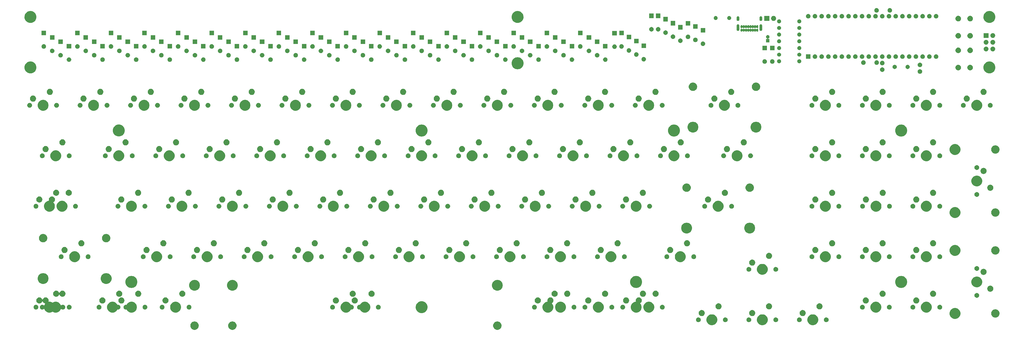
<source format=gbr>
G04 #@! TF.GenerationSoftware,KiCad,Pcbnew,(5.1.5-0-10_14)*
G04 #@! TF.CreationDate,2020-05-13T15:14:44-06:00*
G04 #@! TF.ProjectId,NumDiscipline-pcb,4e756d44-6973-4636-9970-6c696e652d70,rev?*
G04 #@! TF.SameCoordinates,Original*
G04 #@! TF.FileFunction,Soldermask,Bot*
G04 #@! TF.FilePolarity,Negative*
%FSLAX46Y46*%
G04 Gerber Fmt 4.6, Leading zero omitted, Abs format (unit mm)*
G04 Created by KiCad (PCBNEW (5.1.5-0-10_14)) date 2020-05-13 15:14:44*
%MOMM*%
%LPD*%
G04 APERTURE LIST*
%ADD10C,0.100000*%
G04 APERTURE END LIST*
D10*
G36*
X235098467Y-176403883D02*
G01*
X235250611Y-176434146D01*
X235369337Y-176483324D01*
X235537241Y-176552872D01*
X235537242Y-176552873D01*
X235795204Y-176725237D01*
X236014583Y-176944616D01*
X236080779Y-177043686D01*
X236186948Y-177202579D01*
X236305674Y-177489210D01*
X236366200Y-177793495D01*
X236366200Y-178103745D01*
X236305674Y-178408030D01*
X236186948Y-178694661D01*
X236186947Y-178694662D01*
X236014583Y-178952624D01*
X235795204Y-179172003D01*
X235622839Y-179287173D01*
X235537241Y-179344368D01*
X235369337Y-179413916D01*
X235250611Y-179463094D01*
X235098467Y-179493357D01*
X234946325Y-179523620D01*
X234629725Y-179523620D01*
X234325439Y-179463094D01*
X234206713Y-179413916D01*
X234038809Y-179344368D01*
X233953211Y-179287173D01*
X233780846Y-179172003D01*
X233561467Y-178952624D01*
X233389103Y-178694662D01*
X233389102Y-178694661D01*
X233270376Y-178408030D01*
X233209850Y-178103745D01*
X233209850Y-177793495D01*
X233270376Y-177489210D01*
X233389102Y-177202579D01*
X233495271Y-177043686D01*
X233561467Y-176944616D01*
X233780846Y-176725237D01*
X234038808Y-176552873D01*
X234038809Y-176552872D01*
X234206713Y-176483324D01*
X234325439Y-176434146D01*
X234629725Y-176373620D01*
X234946325Y-176373620D01*
X235098467Y-176403883D01*
G37*
G36*
X135092317Y-176403883D02*
G01*
X135244461Y-176434146D01*
X135363187Y-176483324D01*
X135531091Y-176552872D01*
X135531092Y-176552873D01*
X135789054Y-176725237D01*
X136008433Y-176944616D01*
X136074629Y-177043686D01*
X136180798Y-177202579D01*
X136299524Y-177489210D01*
X136360050Y-177793495D01*
X136360050Y-178103745D01*
X136299524Y-178408030D01*
X136180798Y-178694661D01*
X136180797Y-178694662D01*
X136008433Y-178952624D01*
X135789054Y-179172003D01*
X135616689Y-179287173D01*
X135531091Y-179344368D01*
X135363187Y-179413916D01*
X135244461Y-179463094D01*
X134940175Y-179523620D01*
X134629925Y-179523620D01*
X134325639Y-179463094D01*
X134206913Y-179413916D01*
X134039009Y-179344368D01*
X133953411Y-179287173D01*
X133781046Y-179172003D01*
X133561667Y-178952624D01*
X133389303Y-178694662D01*
X133389302Y-178694661D01*
X133270576Y-178408030D01*
X133210050Y-178103745D01*
X133210050Y-177793495D01*
X133270576Y-177489210D01*
X133389302Y-177202579D01*
X133495471Y-177043686D01*
X133561667Y-176944616D01*
X133781046Y-176725237D01*
X134039008Y-176552873D01*
X134039009Y-176552872D01*
X134206913Y-176483324D01*
X134325639Y-176434146D01*
X134477783Y-176403883D01*
X134629925Y-176373620D01*
X134940175Y-176373620D01*
X135092317Y-176403883D01*
G37*
G36*
X120798467Y-176403883D02*
G01*
X120950611Y-176434146D01*
X121069337Y-176483324D01*
X121237241Y-176552872D01*
X121237242Y-176552873D01*
X121495204Y-176725237D01*
X121714583Y-176944616D01*
X121780779Y-177043686D01*
X121886948Y-177202579D01*
X122005674Y-177489210D01*
X122066200Y-177793495D01*
X122066200Y-178103745D01*
X122005674Y-178408030D01*
X121886948Y-178694661D01*
X121886947Y-178694662D01*
X121714583Y-178952624D01*
X121495204Y-179172003D01*
X121322839Y-179287173D01*
X121237241Y-179344368D01*
X121069337Y-179413916D01*
X120950611Y-179463094D01*
X120646325Y-179523620D01*
X120336075Y-179523620D01*
X120031789Y-179463094D01*
X119913063Y-179413916D01*
X119745159Y-179344368D01*
X119659561Y-179287173D01*
X119487196Y-179172003D01*
X119267817Y-178952624D01*
X119095453Y-178694662D01*
X119095452Y-178694661D01*
X118976726Y-178408030D01*
X118916200Y-178103745D01*
X118916200Y-177793495D01*
X118976726Y-177489210D01*
X119095452Y-177202579D01*
X119201621Y-177043686D01*
X119267817Y-176944616D01*
X119487196Y-176725237D01*
X119745158Y-176552873D01*
X119745159Y-176552872D01*
X119913063Y-176483324D01*
X120031789Y-176434146D01*
X120183933Y-176403883D01*
X120336075Y-176373620D01*
X120646325Y-176373620D01*
X120798467Y-176403883D01*
G37*
G36*
X316352004Y-173764068D02*
G01*
X316725261Y-173918676D01*
X316725263Y-173918677D01*
X316989544Y-174095264D01*
X317061186Y-174143134D01*
X317346866Y-174428814D01*
X317571324Y-174764739D01*
X317725932Y-175137996D01*
X317804750Y-175534243D01*
X317804750Y-175938257D01*
X317725932Y-176334504D01*
X317571324Y-176707761D01*
X317571323Y-176707763D01*
X317346866Y-177043686D01*
X317061186Y-177329366D01*
X316725263Y-177553823D01*
X316725262Y-177553824D01*
X316725261Y-177553824D01*
X316352004Y-177708432D01*
X315955757Y-177787250D01*
X315551743Y-177787250D01*
X315155496Y-177708432D01*
X314782239Y-177553824D01*
X314782238Y-177553824D01*
X314782237Y-177553823D01*
X314446314Y-177329366D01*
X314160634Y-177043686D01*
X313936177Y-176707763D01*
X313936176Y-176707761D01*
X313781568Y-176334504D01*
X313702750Y-175938257D01*
X313702750Y-175534243D01*
X313781568Y-175137996D01*
X313936176Y-174764739D01*
X314160634Y-174428814D01*
X314446314Y-174143134D01*
X314517956Y-174095264D01*
X314782237Y-173918677D01*
X314782239Y-173918676D01*
X315155496Y-173764068D01*
X315551743Y-173685250D01*
X315955757Y-173685250D01*
X316352004Y-173764068D01*
G37*
G36*
X335402004Y-173764068D02*
G01*
X335775261Y-173918676D01*
X335775263Y-173918677D01*
X336039544Y-174095264D01*
X336111186Y-174143134D01*
X336396866Y-174428814D01*
X336621324Y-174764739D01*
X336775932Y-175137996D01*
X336854750Y-175534243D01*
X336854750Y-175938257D01*
X336775932Y-176334504D01*
X336621324Y-176707761D01*
X336621323Y-176707763D01*
X336396866Y-177043686D01*
X336111186Y-177329366D01*
X335775263Y-177553823D01*
X335775262Y-177553824D01*
X335775261Y-177553824D01*
X335402004Y-177708432D01*
X335005757Y-177787250D01*
X334601743Y-177787250D01*
X334205496Y-177708432D01*
X333832239Y-177553824D01*
X333832238Y-177553824D01*
X333832237Y-177553823D01*
X333496314Y-177329366D01*
X333210634Y-177043686D01*
X332986177Y-176707763D01*
X332986176Y-176707761D01*
X332831568Y-176334504D01*
X332752750Y-175938257D01*
X332752750Y-175534243D01*
X332831568Y-175137996D01*
X332986176Y-174764739D01*
X333210634Y-174428814D01*
X333496314Y-174143134D01*
X333567956Y-174095264D01*
X333832237Y-173918677D01*
X333832239Y-173918676D01*
X334205496Y-173764068D01*
X334601743Y-173685250D01*
X335005757Y-173685250D01*
X335402004Y-173764068D01*
G37*
G36*
X354452004Y-173764068D02*
G01*
X354825261Y-173918676D01*
X354825263Y-173918677D01*
X355089544Y-174095264D01*
X355161186Y-174143134D01*
X355446866Y-174428814D01*
X355671324Y-174764739D01*
X355825932Y-175137996D01*
X355904750Y-175534243D01*
X355904750Y-175938257D01*
X355825932Y-176334504D01*
X355671324Y-176707761D01*
X355671323Y-176707763D01*
X355446866Y-177043686D01*
X355161186Y-177329366D01*
X354825263Y-177553823D01*
X354825262Y-177553824D01*
X354825261Y-177553824D01*
X354452004Y-177708432D01*
X354055757Y-177787250D01*
X353651743Y-177787250D01*
X353255496Y-177708432D01*
X352882239Y-177553824D01*
X352882238Y-177553824D01*
X352882237Y-177553823D01*
X352546314Y-177329366D01*
X352260634Y-177043686D01*
X352036177Y-176707763D01*
X352036176Y-176707761D01*
X351881568Y-176334504D01*
X351802750Y-175938257D01*
X351802750Y-175534243D01*
X351881568Y-175137996D01*
X352036176Y-174764739D01*
X352260634Y-174428814D01*
X352546314Y-174143134D01*
X352617956Y-174095264D01*
X352882237Y-173918677D01*
X352882239Y-173918676D01*
X353255496Y-173764068D01*
X353651743Y-173685250D01*
X354055757Y-173685250D01*
X354452004Y-173764068D01*
G37*
G36*
X348887262Y-174840177D02*
G01*
X349036562Y-174869874D01*
X349200534Y-174937794D01*
X349348104Y-175036397D01*
X349473603Y-175161896D01*
X349572206Y-175309466D01*
X349640126Y-175473438D01*
X349674750Y-175647509D01*
X349674750Y-175824991D01*
X349640126Y-175999062D01*
X349572206Y-176163034D01*
X349473603Y-176310604D01*
X349348104Y-176436103D01*
X349200534Y-176534706D01*
X349036562Y-176602626D01*
X348887262Y-176632323D01*
X348862492Y-176637250D01*
X348685008Y-176637250D01*
X348660238Y-176632323D01*
X348510938Y-176602626D01*
X348346966Y-176534706D01*
X348199396Y-176436103D01*
X348073897Y-176310604D01*
X347975294Y-176163034D01*
X347907374Y-175999062D01*
X347872750Y-175824991D01*
X347872750Y-175647509D01*
X347907374Y-175473438D01*
X347975294Y-175309466D01*
X348073897Y-175161896D01*
X348199396Y-175036397D01*
X348346966Y-174937794D01*
X348510938Y-174869874D01*
X348660238Y-174840177D01*
X348685008Y-174835250D01*
X348862492Y-174835250D01*
X348887262Y-174840177D01*
G37*
G36*
X339997262Y-174840177D02*
G01*
X340146562Y-174869874D01*
X340310534Y-174937794D01*
X340458104Y-175036397D01*
X340583603Y-175161896D01*
X340682206Y-175309466D01*
X340750126Y-175473438D01*
X340784750Y-175647509D01*
X340784750Y-175824991D01*
X340750126Y-175999062D01*
X340682206Y-176163034D01*
X340583603Y-176310604D01*
X340458104Y-176436103D01*
X340310534Y-176534706D01*
X340146562Y-176602626D01*
X339997262Y-176632323D01*
X339972492Y-176637250D01*
X339795008Y-176637250D01*
X339770238Y-176632323D01*
X339620938Y-176602626D01*
X339456966Y-176534706D01*
X339309396Y-176436103D01*
X339183897Y-176310604D01*
X339085294Y-176163034D01*
X339017374Y-175999062D01*
X338982750Y-175824991D01*
X338982750Y-175647509D01*
X339017374Y-175473438D01*
X339085294Y-175309466D01*
X339183897Y-175161896D01*
X339309396Y-175036397D01*
X339456966Y-174937794D01*
X339620938Y-174869874D01*
X339770238Y-174840177D01*
X339795008Y-174835250D01*
X339972492Y-174835250D01*
X339997262Y-174840177D01*
G37*
G36*
X329837262Y-174840177D02*
G01*
X329986562Y-174869874D01*
X330150534Y-174937794D01*
X330298104Y-175036397D01*
X330423603Y-175161896D01*
X330522206Y-175309466D01*
X330590126Y-175473438D01*
X330624750Y-175647509D01*
X330624750Y-175824991D01*
X330590126Y-175999062D01*
X330522206Y-176163034D01*
X330423603Y-176310604D01*
X330298104Y-176436103D01*
X330150534Y-176534706D01*
X329986562Y-176602626D01*
X329837262Y-176632323D01*
X329812492Y-176637250D01*
X329635008Y-176637250D01*
X329610238Y-176632323D01*
X329460938Y-176602626D01*
X329296966Y-176534706D01*
X329149396Y-176436103D01*
X329023897Y-176310604D01*
X328925294Y-176163034D01*
X328857374Y-175999062D01*
X328822750Y-175824991D01*
X328822750Y-175647509D01*
X328857374Y-175473438D01*
X328925294Y-175309466D01*
X329023897Y-175161896D01*
X329149396Y-175036397D01*
X329296966Y-174937794D01*
X329460938Y-174869874D01*
X329610238Y-174840177D01*
X329635008Y-174835250D01*
X329812492Y-174835250D01*
X329837262Y-174840177D01*
G37*
G36*
X320947262Y-174840177D02*
G01*
X321096562Y-174869874D01*
X321260534Y-174937794D01*
X321408104Y-175036397D01*
X321533603Y-175161896D01*
X321632206Y-175309466D01*
X321700126Y-175473438D01*
X321734750Y-175647509D01*
X321734750Y-175824991D01*
X321700126Y-175999062D01*
X321632206Y-176163034D01*
X321533603Y-176310604D01*
X321408104Y-176436103D01*
X321260534Y-176534706D01*
X321096562Y-176602626D01*
X320947262Y-176632323D01*
X320922492Y-176637250D01*
X320745008Y-176637250D01*
X320720238Y-176632323D01*
X320570938Y-176602626D01*
X320406966Y-176534706D01*
X320259396Y-176436103D01*
X320133897Y-176310604D01*
X320035294Y-176163034D01*
X319967374Y-175999062D01*
X319932750Y-175824991D01*
X319932750Y-175647509D01*
X319967374Y-175473438D01*
X320035294Y-175309466D01*
X320133897Y-175161896D01*
X320259396Y-175036397D01*
X320406966Y-174937794D01*
X320570938Y-174869874D01*
X320720238Y-174840177D01*
X320745008Y-174835250D01*
X320922492Y-174835250D01*
X320947262Y-174840177D01*
G37*
G36*
X310787262Y-174840177D02*
G01*
X310936562Y-174869874D01*
X311100534Y-174937794D01*
X311248104Y-175036397D01*
X311373603Y-175161896D01*
X311472206Y-175309466D01*
X311540126Y-175473438D01*
X311574750Y-175647509D01*
X311574750Y-175824991D01*
X311540126Y-175999062D01*
X311472206Y-176163034D01*
X311373603Y-176310604D01*
X311248104Y-176436103D01*
X311100534Y-176534706D01*
X310936562Y-176602626D01*
X310787262Y-176632323D01*
X310762492Y-176637250D01*
X310585008Y-176637250D01*
X310560238Y-176632323D01*
X310410938Y-176602626D01*
X310246966Y-176534706D01*
X310099396Y-176436103D01*
X309973897Y-176310604D01*
X309875294Y-176163034D01*
X309807374Y-175999062D01*
X309772750Y-175824991D01*
X309772750Y-175647509D01*
X309807374Y-175473438D01*
X309875294Y-175309466D01*
X309973897Y-175161896D01*
X310099396Y-175036397D01*
X310246966Y-174937794D01*
X310410938Y-174869874D01*
X310560238Y-174840177D01*
X310585008Y-174835250D01*
X310762492Y-174835250D01*
X310787262Y-174840177D01*
G37*
G36*
X359047262Y-174840177D02*
G01*
X359196562Y-174869874D01*
X359360534Y-174937794D01*
X359508104Y-175036397D01*
X359633603Y-175161896D01*
X359732206Y-175309466D01*
X359800126Y-175473438D01*
X359834750Y-175647509D01*
X359834750Y-175824991D01*
X359800126Y-175999062D01*
X359732206Y-176163034D01*
X359633603Y-176310604D01*
X359508104Y-176436103D01*
X359360534Y-176534706D01*
X359196562Y-176602626D01*
X359047262Y-176632323D01*
X359022492Y-176637250D01*
X358845008Y-176637250D01*
X358820238Y-176632323D01*
X358670938Y-176602626D01*
X358506966Y-176534706D01*
X358359396Y-176436103D01*
X358233897Y-176310604D01*
X358135294Y-176163034D01*
X358067374Y-175999062D01*
X358032750Y-175824991D01*
X358032750Y-175647509D01*
X358067374Y-175473438D01*
X358135294Y-175309466D01*
X358233897Y-175161896D01*
X358359396Y-175036397D01*
X358506966Y-174937794D01*
X358670938Y-174869874D01*
X358820238Y-174840177D01*
X358845008Y-174835250D01*
X359022492Y-174835250D01*
X359047262Y-174840177D01*
G37*
G36*
X408124504Y-171376568D02*
G01*
X408497761Y-171531176D01*
X408497763Y-171531177D01*
X408833686Y-171755634D01*
X409119366Y-172041314D01*
X409284916Y-172289076D01*
X409343824Y-172377239D01*
X409498432Y-172750496D01*
X409577250Y-173146743D01*
X409577250Y-173550757D01*
X409498432Y-173947004D01*
X409417192Y-174143134D01*
X409343823Y-174320263D01*
X409119366Y-174656186D01*
X408833686Y-174941866D01*
X408497763Y-175166323D01*
X408497762Y-175166324D01*
X408497761Y-175166324D01*
X408124504Y-175320932D01*
X407728257Y-175399750D01*
X407324243Y-175399750D01*
X406927996Y-175320932D01*
X406554739Y-175166324D01*
X406554738Y-175166324D01*
X406554737Y-175166323D01*
X406218814Y-174941866D01*
X405933134Y-174656186D01*
X405708677Y-174320263D01*
X405635308Y-174143134D01*
X405554068Y-173947004D01*
X405475250Y-173550757D01*
X405475250Y-173146743D01*
X405554068Y-172750496D01*
X405708676Y-172377239D01*
X405767585Y-172289076D01*
X405933134Y-172041314D01*
X406218814Y-171755634D01*
X406554737Y-171531177D01*
X406554739Y-171531176D01*
X406927996Y-171376568D01*
X407324243Y-171297750D01*
X407728257Y-171297750D01*
X408124504Y-171376568D01*
G37*
G36*
X422997333Y-171787840D02*
G01*
X423225952Y-171833314D01*
X423512766Y-171952117D01*
X423770892Y-172124591D01*
X423990409Y-172344108D01*
X424162883Y-172602234D01*
X424281686Y-172889048D01*
X424320242Y-173082885D01*
X424342250Y-173193526D01*
X424342250Y-173503974D01*
X424336678Y-173531984D01*
X424281686Y-173808452D01*
X424162883Y-174095266D01*
X423990409Y-174353392D01*
X423770892Y-174572909D01*
X423512766Y-174745383D01*
X423225952Y-174864186D01*
X422997333Y-174909660D01*
X422921474Y-174924750D01*
X422611026Y-174924750D01*
X422535167Y-174909660D01*
X422306548Y-174864186D01*
X422019734Y-174745383D01*
X421761608Y-174572909D01*
X421542091Y-174353392D01*
X421369617Y-174095266D01*
X421250814Y-173808452D01*
X421195822Y-173531984D01*
X421190250Y-173503974D01*
X421190250Y-173193526D01*
X421212258Y-173082885D01*
X421250814Y-172889048D01*
X421369617Y-172602234D01*
X421542091Y-172344108D01*
X421761608Y-172124591D01*
X422019734Y-171952117D01*
X422306548Y-171833314D01*
X422535167Y-171787840D01*
X422611026Y-171772750D01*
X422921474Y-171772750D01*
X422997333Y-171787840D01*
G37*
G36*
X350268299Y-172067366D02*
G01*
X350379484Y-172089482D01*
X350588953Y-172176247D01*
X350777470Y-172302210D01*
X350937790Y-172462530D01*
X351063753Y-172651047D01*
X351063754Y-172651049D01*
X351068507Y-172662525D01*
X351150518Y-172860516D01*
X351165493Y-172935801D01*
X351184756Y-173032640D01*
X351194750Y-173082886D01*
X351194750Y-173309614D01*
X351150518Y-173531984D01*
X351063753Y-173741453D01*
X350937790Y-173929970D01*
X350777470Y-174090290D01*
X350588953Y-174216253D01*
X350379484Y-174303018D01*
X350292797Y-174320261D01*
X350157115Y-174347250D01*
X349930385Y-174347250D01*
X349794703Y-174320261D01*
X349708016Y-174303018D01*
X349498547Y-174216253D01*
X349310030Y-174090290D01*
X349149710Y-173929970D01*
X349023747Y-173741453D01*
X348936982Y-173531984D01*
X348892750Y-173309614D01*
X348892750Y-173082886D01*
X348902745Y-173032640D01*
X348922007Y-172935801D01*
X348936982Y-172860516D01*
X349018993Y-172662525D01*
X349023746Y-172651049D01*
X349023747Y-172651047D01*
X349149710Y-172462530D01*
X349310030Y-172302210D01*
X349498547Y-172176247D01*
X349708016Y-172089482D01*
X349819201Y-172067366D01*
X349930385Y-172045250D01*
X350157115Y-172045250D01*
X350268299Y-172067366D01*
G37*
G36*
X331218299Y-172067366D02*
G01*
X331329484Y-172089482D01*
X331538953Y-172176247D01*
X331727470Y-172302210D01*
X331887790Y-172462530D01*
X332013753Y-172651047D01*
X332013754Y-172651049D01*
X332018507Y-172662525D01*
X332100518Y-172860516D01*
X332115493Y-172935801D01*
X332134756Y-173032640D01*
X332144750Y-173082886D01*
X332144750Y-173309614D01*
X332100518Y-173531984D01*
X332013753Y-173741453D01*
X331887790Y-173929970D01*
X331727470Y-174090290D01*
X331538953Y-174216253D01*
X331329484Y-174303018D01*
X331242797Y-174320261D01*
X331107115Y-174347250D01*
X330880385Y-174347250D01*
X330744703Y-174320261D01*
X330658016Y-174303018D01*
X330448547Y-174216253D01*
X330260030Y-174090290D01*
X330099710Y-173929970D01*
X329973747Y-173741453D01*
X329886982Y-173531984D01*
X329842750Y-173309614D01*
X329842750Y-173082886D01*
X329852745Y-173032640D01*
X329872007Y-172935801D01*
X329886982Y-172860516D01*
X329968993Y-172662525D01*
X329973746Y-172651049D01*
X329973747Y-172651047D01*
X330099710Y-172462530D01*
X330260030Y-172302210D01*
X330448547Y-172176247D01*
X330658016Y-172089482D01*
X330769201Y-172067366D01*
X330880385Y-172045250D01*
X331107115Y-172045250D01*
X331218299Y-172067366D01*
G37*
G36*
X312168299Y-172067366D02*
G01*
X312279484Y-172089482D01*
X312488953Y-172176247D01*
X312677470Y-172302210D01*
X312837790Y-172462530D01*
X312963753Y-172651047D01*
X312963754Y-172651049D01*
X312968507Y-172662525D01*
X313050518Y-172860516D01*
X313065493Y-172935801D01*
X313084756Y-173032640D01*
X313094750Y-173082886D01*
X313094750Y-173309614D01*
X313050518Y-173531984D01*
X312963753Y-173741453D01*
X312837790Y-173929970D01*
X312677470Y-174090290D01*
X312488953Y-174216253D01*
X312279484Y-174303018D01*
X312192797Y-174320261D01*
X312057115Y-174347250D01*
X311830385Y-174347250D01*
X311694703Y-174320261D01*
X311608016Y-174303018D01*
X311398547Y-174216253D01*
X311210030Y-174090290D01*
X311049710Y-173929970D01*
X310923747Y-173741453D01*
X310836982Y-173531984D01*
X310792750Y-173309614D01*
X310792750Y-173082886D01*
X310802745Y-173032640D01*
X310822007Y-172935801D01*
X310836982Y-172860516D01*
X310918993Y-172662525D01*
X310923746Y-172651049D01*
X310923747Y-172651047D01*
X311049710Y-172462530D01*
X311210030Y-172302210D01*
X311398547Y-172176247D01*
X311608016Y-172089482D01*
X311719201Y-172067366D01*
X311830385Y-172045250D01*
X312057115Y-172045250D01*
X312168299Y-172067366D01*
G37*
G36*
X206492130Y-168733526D02*
G01*
X206872843Y-168809254D01*
X207282499Y-168978939D01*
X207651179Y-169225284D01*
X207964716Y-169538821D01*
X208211061Y-169907501D01*
X208380746Y-170317157D01*
X208428027Y-170554858D01*
X208458292Y-170707008D01*
X208467250Y-170752046D01*
X208467250Y-171195454D01*
X208380746Y-171630343D01*
X208211061Y-172039999D01*
X207964716Y-172408679D01*
X207651179Y-172722216D01*
X207282499Y-172968561D01*
X206872843Y-173138246D01*
X206492130Y-173213974D01*
X206437955Y-173224750D01*
X205994545Y-173224750D01*
X205940370Y-173213974D01*
X205559657Y-173138246D01*
X205150001Y-172968561D01*
X204781321Y-172722216D01*
X204467784Y-172408679D01*
X204221439Y-172039999D01*
X204051754Y-171630343D01*
X203965250Y-171195454D01*
X203965250Y-170752046D01*
X203974209Y-170707008D01*
X204004473Y-170554858D01*
X204051754Y-170317157D01*
X204221439Y-169907501D01*
X204467784Y-169538821D01*
X204781321Y-169225284D01*
X205150001Y-168978939D01*
X205559657Y-168809254D01*
X205940370Y-168733526D01*
X205994545Y-168722750D01*
X206437955Y-168722750D01*
X206492130Y-168733526D01*
G37*
G36*
X178265827Y-169009458D02*
G01*
X178639084Y-169164066D01*
X178639086Y-169164067D01*
X178975009Y-169388524D01*
X179260689Y-169674204D01*
X179479954Y-170002356D01*
X179491089Y-170019022D01*
X179506634Y-170037964D01*
X179525576Y-170053509D01*
X179547187Y-170065060D01*
X179570636Y-170072173D01*
X179595022Y-170074575D01*
X179613556Y-170072750D01*
X179793992Y-170072750D01*
X179815971Y-170077122D01*
X179968062Y-170107374D01*
X180132034Y-170175294D01*
X180279604Y-170273897D01*
X180405103Y-170399396D01*
X180503706Y-170546966D01*
X180571626Y-170710938D01*
X180601323Y-170860238D01*
X180606250Y-170885008D01*
X180606250Y-171062492D01*
X180601323Y-171087262D01*
X180571626Y-171236562D01*
X180503706Y-171400534D01*
X180405103Y-171548104D01*
X180279604Y-171673603D01*
X180132034Y-171772206D01*
X179968062Y-171840126D01*
X179818762Y-171869823D01*
X179793992Y-171874750D01*
X179607065Y-171874750D01*
X179601362Y-171874189D01*
X179576976Y-171876594D01*
X179553528Y-171883709D01*
X179531919Y-171895263D01*
X179512978Y-171910810D01*
X179497435Y-171929754D01*
X179485892Y-171951352D01*
X179485146Y-171953153D01*
X179260689Y-172289076D01*
X178975009Y-172574756D01*
X178639086Y-172799213D01*
X178639085Y-172799214D01*
X178639084Y-172799214D01*
X178265827Y-172953822D01*
X177869580Y-173032640D01*
X177465566Y-173032640D01*
X177069319Y-172953822D01*
X176696062Y-172799214D01*
X176696061Y-172799214D01*
X176696060Y-172799213D01*
X176360137Y-172574756D01*
X176074457Y-172289076D01*
X175850000Y-171953153D01*
X175845104Y-171941333D01*
X175695391Y-171579894D01*
X175616573Y-171183647D01*
X175616573Y-170779633D01*
X175695391Y-170383386D01*
X175849999Y-170010129D01*
X175855193Y-170002356D01*
X176074457Y-169674204D01*
X176360137Y-169388524D01*
X176696060Y-169164067D01*
X176696062Y-169164066D01*
X177069319Y-169009458D01*
X177465566Y-168930640D01*
X177869580Y-168930640D01*
X178265827Y-169009458D01*
G37*
G36*
X90133304Y-169001568D02*
G01*
X90497073Y-169152246D01*
X90506563Y-169156177D01*
X90842486Y-169380634D01*
X91128166Y-169666314D01*
X91352623Y-170002237D01*
X91352672Y-170002356D01*
X91364222Y-170023967D01*
X91379766Y-170042910D01*
X91398707Y-170058456D01*
X91420318Y-170070008D01*
X91443766Y-170077122D01*
X91468152Y-170079525D01*
X91492539Y-170077124D01*
X91534290Y-170068819D01*
X91711773Y-170068819D01*
X91717750Y-170070008D01*
X91885843Y-170103443D01*
X92049815Y-170171363D01*
X92197385Y-170269966D01*
X92322884Y-170395465D01*
X92421487Y-170543035D01*
X92489407Y-170707007D01*
X92524031Y-170881078D01*
X92524031Y-171058560D01*
X92489407Y-171232631D01*
X92421487Y-171396603D01*
X92322884Y-171544173D01*
X92197385Y-171669672D01*
X92049815Y-171768275D01*
X91885843Y-171836195D01*
X91745833Y-171864044D01*
X91711773Y-171870819D01*
X91534289Y-171870819D01*
X91495553Y-171863114D01*
X91471167Y-171860712D01*
X91446781Y-171863114D01*
X91423332Y-171870227D01*
X91401721Y-171881778D01*
X91382779Y-171897324D01*
X91367234Y-171916266D01*
X91355683Y-171937876D01*
X91352624Y-171945262D01*
X91288444Y-172041314D01*
X91128166Y-172281186D01*
X90842486Y-172566866D01*
X90506563Y-172791323D01*
X90506562Y-172791324D01*
X90506561Y-172791324D01*
X90133304Y-172945932D01*
X89737057Y-173024750D01*
X89333043Y-173024750D01*
X88936796Y-172945932D01*
X88563539Y-172791324D01*
X88563538Y-172791324D01*
X88563537Y-172791323D01*
X88227614Y-172566866D01*
X87941934Y-172281186D01*
X87717477Y-171945263D01*
X87714417Y-171937876D01*
X87562868Y-171572004D01*
X87484050Y-171175757D01*
X87484050Y-170771743D01*
X87562868Y-170375496D01*
X87717476Y-170002239D01*
X87720103Y-169998308D01*
X87941934Y-169666314D01*
X88227614Y-169380634D01*
X88563537Y-169156177D01*
X88573027Y-169152246D01*
X88936796Y-169001568D01*
X89333043Y-168922750D01*
X89737057Y-168922750D01*
X90133304Y-169001568D01*
G37*
G36*
X185383504Y-169001568D02*
G01*
X185747273Y-169152246D01*
X185756763Y-169156177D01*
X186092686Y-169380634D01*
X186378366Y-169666314D01*
X186600198Y-169998308D01*
X186602824Y-170002239D01*
X186757432Y-170375496D01*
X186836250Y-170771743D01*
X186836250Y-171175757D01*
X186757432Y-171572004D01*
X186605883Y-171937876D01*
X186602823Y-171945263D01*
X186378366Y-172281186D01*
X186092686Y-172566866D01*
X185756763Y-172791323D01*
X185756762Y-172791324D01*
X185756761Y-172791324D01*
X185383504Y-172945932D01*
X184987257Y-173024750D01*
X184583243Y-173024750D01*
X184186996Y-172945932D01*
X183813739Y-172791324D01*
X183813738Y-172791324D01*
X183813737Y-172791323D01*
X183477814Y-172566866D01*
X183192134Y-172281186D01*
X182967677Y-171945263D01*
X182967676Y-171945261D01*
X182961734Y-171936368D01*
X182946189Y-171917426D01*
X182927247Y-171901881D01*
X182905636Y-171890330D01*
X182882187Y-171883217D01*
X182857801Y-171880815D01*
X182839267Y-171882640D01*
X182658831Y-171882640D01*
X182628436Y-171876594D01*
X182484761Y-171848016D01*
X182320789Y-171780096D01*
X182173219Y-171681493D01*
X182047720Y-171555994D01*
X181949117Y-171408424D01*
X181881197Y-171244452D01*
X181846573Y-171070381D01*
X181846573Y-170892899D01*
X181848143Y-170885008D01*
X181851500Y-170868128D01*
X181881197Y-170718828D01*
X181949117Y-170554856D01*
X182047720Y-170407286D01*
X182173219Y-170281787D01*
X182320789Y-170183184D01*
X182484761Y-170115264D01*
X182647686Y-170082857D01*
X182658831Y-170080640D01*
X182845758Y-170080640D01*
X182851461Y-170081201D01*
X182875847Y-170078796D01*
X182899295Y-170071681D01*
X182920904Y-170060127D01*
X182939845Y-170044580D01*
X182955388Y-170025636D01*
X182966931Y-170004038D01*
X182967628Y-170002356D01*
X182967677Y-170002237D01*
X183192134Y-169666314D01*
X183477814Y-169380634D01*
X183813737Y-169156177D01*
X183823227Y-169152246D01*
X184186996Y-169001568D01*
X184583243Y-168922750D01*
X184987257Y-168922750D01*
X185383504Y-169001568D01*
G37*
G36*
X397314504Y-169001568D02*
G01*
X397678273Y-169152246D01*
X397687763Y-169156177D01*
X398023686Y-169380634D01*
X398309366Y-169666314D01*
X398531198Y-169998308D01*
X398533824Y-170002239D01*
X398688432Y-170375496D01*
X398767250Y-170771743D01*
X398767250Y-171175757D01*
X398688432Y-171572004D01*
X398536883Y-171937876D01*
X398533823Y-171945263D01*
X398309366Y-172281186D01*
X398023686Y-172566866D01*
X397687763Y-172791323D01*
X397687762Y-172791324D01*
X397687761Y-172791324D01*
X397314504Y-172945932D01*
X396918257Y-173024750D01*
X396514243Y-173024750D01*
X396117996Y-172945932D01*
X395744739Y-172791324D01*
X395744738Y-172791324D01*
X395744737Y-172791323D01*
X395408814Y-172566866D01*
X395123134Y-172281186D01*
X394898677Y-171945263D01*
X394895617Y-171937876D01*
X394744068Y-171572004D01*
X394665250Y-171175757D01*
X394665250Y-170771743D01*
X394744068Y-170375496D01*
X394898676Y-170002239D01*
X394901303Y-169998308D01*
X395123134Y-169666314D01*
X395408814Y-169380634D01*
X395744737Y-169156177D01*
X395754227Y-169152246D01*
X396117996Y-169001568D01*
X396514243Y-168922750D01*
X396918257Y-168922750D01*
X397314504Y-169001568D01*
G37*
G36*
X378264504Y-169001568D02*
G01*
X378628273Y-169152246D01*
X378637763Y-169156177D01*
X378973686Y-169380634D01*
X379259366Y-169666314D01*
X379481198Y-169998308D01*
X379483824Y-170002239D01*
X379638432Y-170375496D01*
X379717250Y-170771743D01*
X379717250Y-171175757D01*
X379638432Y-171572004D01*
X379486883Y-171937876D01*
X379483823Y-171945263D01*
X379259366Y-172281186D01*
X378973686Y-172566866D01*
X378637763Y-172791323D01*
X378637762Y-172791324D01*
X378637761Y-172791324D01*
X378264504Y-172945932D01*
X377868257Y-173024750D01*
X377464243Y-173024750D01*
X377067996Y-172945932D01*
X376694739Y-172791324D01*
X376694738Y-172791324D01*
X376694737Y-172791323D01*
X376358814Y-172566866D01*
X376073134Y-172281186D01*
X375848677Y-171945263D01*
X375845617Y-171937876D01*
X375694068Y-171572004D01*
X375615250Y-171175757D01*
X375615250Y-170771743D01*
X375694068Y-170375496D01*
X375848676Y-170002239D01*
X375851303Y-169998308D01*
X376073134Y-169666314D01*
X376358814Y-169380634D01*
X376694737Y-169156177D01*
X376704227Y-169152246D01*
X377067996Y-169001568D01*
X377464243Y-168922750D01*
X377868257Y-168922750D01*
X378264504Y-169001568D01*
G37*
G36*
X288375485Y-167290640D02*
G01*
X288507262Y-167316852D01*
X288716731Y-167403617D01*
X288905248Y-167529580D01*
X289065568Y-167689900D01*
X289191531Y-167878417D01*
X289278296Y-168087886D01*
X289300412Y-168199071D01*
X289322528Y-168310255D01*
X289322528Y-168536985D01*
X289300412Y-168648169D01*
X289278296Y-168759354D01*
X289191531Y-168968823D01*
X289065568Y-169157340D01*
X288905248Y-169317660D01*
X288755745Y-169417555D01*
X288736805Y-169433098D01*
X288721259Y-169452040D01*
X288709708Y-169473651D01*
X288702595Y-169497100D01*
X288700193Y-169521486D01*
X288702595Y-169545872D01*
X288709708Y-169569321D01*
X288721259Y-169590931D01*
X288736804Y-169609874D01*
X288793244Y-169666314D01*
X289015076Y-169998308D01*
X289017702Y-170002239D01*
X289172310Y-170375496D01*
X289251128Y-170771743D01*
X289251128Y-171175757D01*
X289172310Y-171572004D01*
X289020761Y-171937876D01*
X289017701Y-171945263D01*
X288793244Y-172281186D01*
X288507564Y-172566866D01*
X288171641Y-172791323D01*
X288171640Y-172791324D01*
X288171639Y-172791324D01*
X287798382Y-172945932D01*
X287402135Y-173024750D01*
X286998121Y-173024750D01*
X286601874Y-172945932D01*
X286228617Y-172791324D01*
X286228616Y-172791324D01*
X286228615Y-172791323D01*
X285892692Y-172566866D01*
X285607012Y-172281186D01*
X285382555Y-171945263D01*
X285379495Y-171937876D01*
X285227946Y-171572004D01*
X285149128Y-171175757D01*
X285149128Y-170771743D01*
X285227946Y-170375496D01*
X285382554Y-170002239D01*
X285385181Y-169998308D01*
X285607012Y-169666314D01*
X285892692Y-169380634D01*
X286228615Y-169156177D01*
X286238105Y-169152246D01*
X286601874Y-169001568D01*
X286972832Y-168927780D01*
X286996281Y-168920667D01*
X287017892Y-168909116D01*
X287036834Y-168893571D01*
X287052379Y-168874629D01*
X287063930Y-168853018D01*
X287071043Y-168829569D01*
X287073445Y-168805183D01*
X287071043Y-168780797D01*
X287065184Y-168761483D01*
X287064761Y-168759356D01*
X287064760Y-168759354D01*
X287032936Y-168599366D01*
X287020528Y-168536985D01*
X287020528Y-168310255D01*
X287042644Y-168199071D01*
X287064760Y-168087886D01*
X287151525Y-167878417D01*
X287277488Y-167689900D01*
X287437808Y-167529580D01*
X287626325Y-167403617D01*
X287835794Y-167316852D01*
X287967571Y-167290640D01*
X288058163Y-167272620D01*
X288284893Y-167272620D01*
X288375485Y-167290640D01*
G37*
G36*
X273524460Y-169001568D02*
G01*
X273888229Y-169152246D01*
X273897719Y-169156177D01*
X274233642Y-169380634D01*
X274519322Y-169666314D01*
X274741154Y-169998308D01*
X274743780Y-170002239D01*
X274898388Y-170375496D01*
X274977206Y-170771743D01*
X274977206Y-171175757D01*
X274898388Y-171572004D01*
X274746839Y-171937876D01*
X274743779Y-171945263D01*
X274519322Y-172281186D01*
X274233642Y-172566866D01*
X273897719Y-172791323D01*
X273897718Y-172791324D01*
X273897717Y-172791324D01*
X273524460Y-172945932D01*
X273128213Y-173024750D01*
X272724199Y-173024750D01*
X272327952Y-172945932D01*
X271954695Y-172791324D01*
X271954694Y-172791324D01*
X271954693Y-172791323D01*
X271618770Y-172566866D01*
X271333090Y-172281186D01*
X271108633Y-171945263D01*
X271105573Y-171937876D01*
X270954024Y-171572004D01*
X270875206Y-171175757D01*
X270875206Y-170771743D01*
X270954024Y-170375496D01*
X271108632Y-170002239D01*
X271111259Y-169998308D01*
X271333090Y-169666314D01*
X271618770Y-169380634D01*
X271954693Y-169156177D01*
X271964183Y-169152246D01*
X272327952Y-169001568D01*
X272724199Y-168922750D01*
X273128213Y-168922750D01*
X273524460Y-169001568D01*
G37*
G36*
X259242190Y-169001568D02*
G01*
X259605959Y-169152246D01*
X259615449Y-169156177D01*
X259951372Y-169380634D01*
X260237052Y-169666314D01*
X260458884Y-169998308D01*
X260461510Y-170002239D01*
X260616118Y-170375496D01*
X260694936Y-170771743D01*
X260694936Y-171175757D01*
X260616118Y-171572004D01*
X260464569Y-171937876D01*
X260461509Y-171945263D01*
X260237052Y-172281186D01*
X259951372Y-172566866D01*
X259615449Y-172791323D01*
X259615448Y-172791324D01*
X259615447Y-172791324D01*
X259242190Y-172945932D01*
X258845943Y-173024750D01*
X258441929Y-173024750D01*
X258045682Y-172945932D01*
X257672425Y-172791324D01*
X257672424Y-172791324D01*
X257672423Y-172791323D01*
X257336500Y-172566866D01*
X257050820Y-172281186D01*
X256826363Y-171945263D01*
X256823303Y-171937876D01*
X256671754Y-171572004D01*
X256592936Y-171175757D01*
X256592936Y-170771743D01*
X256671754Y-170375496D01*
X256826362Y-170002239D01*
X256828989Y-169998308D01*
X257050820Y-169666314D01*
X257336500Y-169380634D01*
X257672423Y-169156177D01*
X257681913Y-169152246D01*
X258045682Y-169001568D01*
X258441929Y-168922750D01*
X258845943Y-168922750D01*
X259242190Y-169001568D01*
G37*
G36*
X97301285Y-168997637D02*
G01*
X97674542Y-169152245D01*
X97674544Y-169152246D01*
X98010467Y-169376703D01*
X98296147Y-169662383D01*
X98469973Y-169922531D01*
X98520605Y-169998308D01*
X98675213Y-170371565D01*
X98754031Y-170767812D01*
X98754031Y-171171826D01*
X98675213Y-171568073D01*
X98538833Y-171897324D01*
X98520604Y-171941332D01*
X98296147Y-172277255D01*
X98010467Y-172562935D01*
X97674544Y-172787392D01*
X97674543Y-172787393D01*
X97674542Y-172787393D01*
X97301285Y-172942001D01*
X96905038Y-173020819D01*
X96501024Y-173020819D01*
X96104777Y-172942001D01*
X95731520Y-172787393D01*
X95731519Y-172787393D01*
X95731518Y-172787392D01*
X95395595Y-172562935D01*
X95109915Y-172277255D01*
X94885458Y-171941332D01*
X94885408Y-171941211D01*
X94873859Y-171919602D01*
X94858315Y-171900659D01*
X94839374Y-171885113D01*
X94817763Y-171873561D01*
X94794315Y-171866447D01*
X94769929Y-171864044D01*
X94745542Y-171866445D01*
X94703791Y-171874750D01*
X94526308Y-171874750D01*
X94501538Y-171869823D01*
X94352238Y-171840126D01*
X94188266Y-171772206D01*
X94040696Y-171673603D01*
X93915197Y-171548104D01*
X93816594Y-171400534D01*
X93748674Y-171236562D01*
X93718977Y-171087262D01*
X93714050Y-171062492D01*
X93714050Y-170885008D01*
X93718977Y-170860238D01*
X93748674Y-170710938D01*
X93816594Y-170546966D01*
X93915197Y-170399396D01*
X94040696Y-170273897D01*
X94188266Y-170175294D01*
X94352238Y-170107374D01*
X94504329Y-170077122D01*
X94526308Y-170072750D01*
X94703792Y-170072750D01*
X94742528Y-170080455D01*
X94766914Y-170082857D01*
X94791300Y-170080455D01*
X94814749Y-170073342D01*
X94836360Y-170061791D01*
X94855302Y-170046245D01*
X94870847Y-170027303D01*
X94882398Y-170005693D01*
X94885457Y-169998307D01*
X95109915Y-169662383D01*
X95395595Y-169376703D01*
X95468798Y-169327790D01*
X95731518Y-169152246D01*
X95731520Y-169152245D01*
X96104777Y-168997637D01*
X96501024Y-168918819D01*
X96905038Y-168918819D01*
X97301285Y-168997637D01*
G37*
G36*
X292579782Y-168991438D02*
G01*
X292953039Y-169146046D01*
X292953041Y-169146047D01*
X293288964Y-169370504D01*
X293574644Y-169656184D01*
X293752612Y-169922531D01*
X293799102Y-169992109D01*
X293953710Y-170365366D01*
X294032528Y-170761613D01*
X294032528Y-171165627D01*
X293953710Y-171561874D01*
X293805534Y-171919602D01*
X293799101Y-171935133D01*
X293574644Y-172271056D01*
X293288964Y-172556736D01*
X292953041Y-172781193D01*
X292953040Y-172781194D01*
X292953039Y-172781194D01*
X292579782Y-172935802D01*
X292183535Y-173014620D01*
X291779521Y-173014620D01*
X291383274Y-172935802D01*
X291010017Y-172781194D01*
X291010016Y-172781194D01*
X291010015Y-172781193D01*
X290674092Y-172556736D01*
X290388412Y-172271056D01*
X290163955Y-171935133D01*
X290157522Y-171919602D01*
X290009346Y-171561874D01*
X289930528Y-171165627D01*
X289930528Y-170761613D01*
X290009346Y-170365366D01*
X290163954Y-169992109D01*
X290210445Y-169922531D01*
X290388412Y-169656184D01*
X290674092Y-169370504D01*
X291010015Y-169146047D01*
X291010017Y-169146046D01*
X291383274Y-168991438D01*
X291779521Y-168912620D01*
X292183535Y-168912620D01*
X292579782Y-168991438D01*
G37*
G36*
X254986966Y-167290640D02*
G01*
X255169670Y-167326982D01*
X255317786Y-167388334D01*
X255369647Y-167409815D01*
X255379139Y-167413747D01*
X255567656Y-167539710D01*
X255727976Y-167700030D01*
X255853939Y-167888547D01*
X255940704Y-168098016D01*
X255962820Y-168209201D01*
X255984936Y-168320385D01*
X255984936Y-168547115D01*
X255962820Y-168658299D01*
X255940704Y-168769484D01*
X255853939Y-168978953D01*
X255727976Y-169167470D01*
X255567656Y-169327790D01*
X255490892Y-169379082D01*
X255435304Y-169416225D01*
X255416362Y-169431771D01*
X255400817Y-169450713D01*
X255389266Y-169472323D01*
X255382153Y-169495772D01*
X255379751Y-169520158D01*
X255382153Y-169544545D01*
X255389266Y-169567993D01*
X255400817Y-169589604D01*
X255416362Y-169608546D01*
X255464000Y-169656184D01*
X255641968Y-169922531D01*
X255688458Y-169992109D01*
X255843066Y-170365366D01*
X255921884Y-170761613D01*
X255921884Y-171165627D01*
X255843066Y-171561874D01*
X255694890Y-171919602D01*
X255688457Y-171935133D01*
X255464000Y-172271056D01*
X255178320Y-172556736D01*
X254842397Y-172781193D01*
X254842396Y-172781194D01*
X254842395Y-172781194D01*
X254469138Y-172935802D01*
X254072891Y-173014620D01*
X253668877Y-173014620D01*
X253272630Y-172935802D01*
X252899373Y-172781194D01*
X252899372Y-172781194D01*
X252899371Y-172781193D01*
X252563448Y-172556736D01*
X252277768Y-172271056D01*
X252053311Y-171935133D01*
X252046878Y-171919602D01*
X251898702Y-171561874D01*
X251819884Y-171165627D01*
X251819884Y-170761613D01*
X251898702Y-170365366D01*
X252053310Y-169992109D01*
X252099801Y-169922531D01*
X252277768Y-169656184D01*
X252563448Y-169370504D01*
X252899371Y-169146047D01*
X252899373Y-169146046D01*
X253272630Y-168991438D01*
X253629740Y-168920405D01*
X253653189Y-168913292D01*
X253674800Y-168901741D01*
X253693741Y-168886196D01*
X253709287Y-168867254D01*
X253720838Y-168845643D01*
X253727951Y-168822194D01*
X253730353Y-168797808D01*
X253727951Y-168773422D01*
X253682936Y-168547115D01*
X253682936Y-168320385D01*
X253705052Y-168209201D01*
X253727168Y-168098016D01*
X253813933Y-167888547D01*
X253939896Y-167700030D01*
X254100216Y-167539710D01*
X254288733Y-167413747D01*
X254298226Y-167409815D01*
X254350086Y-167388334D01*
X254498202Y-167326982D01*
X254680906Y-167290640D01*
X254720571Y-167282750D01*
X254947301Y-167282750D01*
X254986966Y-167290640D01*
G37*
G36*
X113945704Y-168991438D02*
G01*
X114318961Y-169146046D01*
X114318963Y-169146047D01*
X114654886Y-169370504D01*
X114940566Y-169656184D01*
X115118534Y-169922531D01*
X115165024Y-169992109D01*
X115319632Y-170365366D01*
X115398450Y-170761613D01*
X115398450Y-171165627D01*
X115319632Y-171561874D01*
X115171456Y-171919602D01*
X115165023Y-171935133D01*
X114940566Y-172271056D01*
X114654886Y-172556736D01*
X114318963Y-172781193D01*
X114318962Y-172781194D01*
X114318961Y-172781194D01*
X113945704Y-172935802D01*
X113549457Y-173014620D01*
X113145443Y-173014620D01*
X112749196Y-172935802D01*
X112375939Y-172781194D01*
X112375938Y-172781194D01*
X112375937Y-172781193D01*
X112040014Y-172556736D01*
X111754334Y-172271056D01*
X111529877Y-171935133D01*
X111523444Y-171919602D01*
X111375268Y-171561874D01*
X111296450Y-171165627D01*
X111296450Y-170761613D01*
X111375268Y-170365366D01*
X111529876Y-169992109D01*
X111576367Y-169922531D01*
X111754334Y-169656184D01*
X112040014Y-169370504D01*
X112375937Y-169146047D01*
X112375939Y-169146046D01*
X112749196Y-168991438D01*
X113145443Y-168912620D01*
X113549457Y-168912620D01*
X113945704Y-168991438D01*
G37*
G36*
X62116407Y-167290640D02*
G01*
X62248184Y-167316852D01*
X62457653Y-167403617D01*
X62646170Y-167529580D01*
X62806490Y-167689900D01*
X62818531Y-167707921D01*
X62932454Y-167878419D01*
X62987591Y-168011532D01*
X62999142Y-168033143D01*
X63014687Y-168052084D01*
X63033629Y-168067630D01*
X63055240Y-168079181D01*
X63078689Y-168086294D01*
X63103075Y-168088696D01*
X63127461Y-168086294D01*
X63150910Y-168079181D01*
X63172521Y-168067630D01*
X63191462Y-168052085D01*
X63207008Y-168033143D01*
X63218559Y-168011532D01*
X63273696Y-167878419D01*
X63387619Y-167707921D01*
X63399660Y-167689900D01*
X63559980Y-167529580D01*
X63748497Y-167403617D01*
X63957966Y-167316852D01*
X64089743Y-167290640D01*
X64180335Y-167272620D01*
X64407065Y-167272620D01*
X64497657Y-167290640D01*
X64629434Y-167316852D01*
X64838903Y-167403617D01*
X65027420Y-167529580D01*
X65187740Y-167689900D01*
X65313703Y-167878417D01*
X65400468Y-168087886D01*
X65422584Y-168199071D01*
X65444700Y-168310255D01*
X65444700Y-168536985D01*
X65399696Y-168763235D01*
X65397294Y-168787621D01*
X65399696Y-168812007D01*
X65406809Y-168835456D01*
X65418360Y-168857067D01*
X65433905Y-168876009D01*
X65452847Y-168891554D01*
X65474458Y-168903105D01*
X65497907Y-168910218D01*
X65522293Y-168912620D01*
X65924457Y-168912620D01*
X66320704Y-168991438D01*
X66693961Y-169146046D01*
X66693963Y-169146047D01*
X66812549Y-169225284D01*
X66843629Y-169246051D01*
X66865240Y-169257602D01*
X66888689Y-169264715D01*
X66913075Y-169267117D01*
X66937461Y-169264715D01*
X66960910Y-169257602D01*
X66982521Y-169246051D01*
X67013601Y-169225284D01*
X67132187Y-169146047D01*
X67132189Y-169146046D01*
X67505446Y-168991438D01*
X67901693Y-168912620D01*
X68305707Y-168912620D01*
X68701954Y-168991438D01*
X69075211Y-169146046D01*
X69075213Y-169146047D01*
X69411136Y-169370504D01*
X69696816Y-169656184D01*
X69874784Y-169922531D01*
X69921274Y-169992109D01*
X70019117Y-170228323D01*
X70030668Y-170249934D01*
X70046213Y-170268876D01*
X70065155Y-170284421D01*
X70086766Y-170295972D01*
X70110215Y-170303085D01*
X70134601Y-170305487D01*
X70158987Y-170303085D01*
X70182436Y-170295972D01*
X70204047Y-170284421D01*
X70222978Y-170268885D01*
X70228096Y-170263767D01*
X70375666Y-170165164D01*
X70539638Y-170097244D01*
X70688938Y-170067547D01*
X70713708Y-170062620D01*
X70891192Y-170062620D01*
X70915962Y-170067547D01*
X71065262Y-170097244D01*
X71229234Y-170165164D01*
X71376804Y-170263767D01*
X71502303Y-170389266D01*
X71600906Y-170536836D01*
X71668826Y-170700808D01*
X71684505Y-170779634D01*
X71703450Y-170874878D01*
X71703450Y-171052362D01*
X71698523Y-171077132D01*
X71668826Y-171226432D01*
X71600906Y-171390404D01*
X71502303Y-171537974D01*
X71376804Y-171663473D01*
X71229234Y-171762076D01*
X71065262Y-171829996D01*
X70915962Y-171859693D01*
X70891192Y-171864620D01*
X70713708Y-171864620D01*
X70688938Y-171859693D01*
X70539638Y-171829996D01*
X70375666Y-171762076D01*
X70228096Y-171663473D01*
X70222978Y-171658355D01*
X70204047Y-171642819D01*
X70182436Y-171631268D01*
X70158987Y-171624155D01*
X70134601Y-171621753D01*
X70110215Y-171624155D01*
X70086766Y-171631268D01*
X70065155Y-171642819D01*
X70046213Y-171658364D01*
X70030668Y-171677306D01*
X70019117Y-171698917D01*
X69927706Y-171919602D01*
X69921273Y-171935133D01*
X69696816Y-172271056D01*
X69411136Y-172556736D01*
X69075213Y-172781193D01*
X69075212Y-172781194D01*
X69075211Y-172781194D01*
X68701954Y-172935802D01*
X68305707Y-173014620D01*
X67901693Y-173014620D01*
X67505446Y-172935802D01*
X67132189Y-172781194D01*
X67132188Y-172781194D01*
X67132187Y-172781193D01*
X66982520Y-172681188D01*
X66960910Y-172669638D01*
X66937461Y-172662525D01*
X66913075Y-172660123D01*
X66888689Y-172662525D01*
X66865240Y-172669638D01*
X66843630Y-172681188D01*
X66693963Y-172781193D01*
X66693962Y-172781194D01*
X66693961Y-172781194D01*
X66320704Y-172935802D01*
X65924457Y-173014620D01*
X65520443Y-173014620D01*
X65124196Y-172935802D01*
X64750939Y-172781194D01*
X64750938Y-172781194D01*
X64750937Y-172781193D01*
X64415014Y-172556736D01*
X64129334Y-172271056D01*
X63904877Y-171935133D01*
X63898444Y-171919602D01*
X63807033Y-171698917D01*
X63795482Y-171677306D01*
X63779937Y-171658364D01*
X63760995Y-171642819D01*
X63739384Y-171631268D01*
X63715935Y-171624155D01*
X63691549Y-171621753D01*
X63667163Y-171624155D01*
X63643714Y-171631268D01*
X63622103Y-171642819D01*
X63603172Y-171658355D01*
X63598054Y-171663473D01*
X63450484Y-171762076D01*
X63286512Y-171829996D01*
X63137212Y-171859693D01*
X63112442Y-171864620D01*
X62934958Y-171864620D01*
X62910188Y-171859693D01*
X62760888Y-171829996D01*
X62596916Y-171762076D01*
X62449346Y-171663473D01*
X62323847Y-171537974D01*
X62225244Y-171390404D01*
X62157324Y-171226432D01*
X62127627Y-171077132D01*
X62122700Y-171052362D01*
X62122700Y-170874878D01*
X62141645Y-170779634D01*
X62157324Y-170700808D01*
X62225244Y-170536836D01*
X62323847Y-170389266D01*
X62449346Y-170263767D01*
X62596916Y-170165164D01*
X62760888Y-170097244D01*
X62910188Y-170067547D01*
X62934958Y-170062620D01*
X63112442Y-170062620D01*
X63137212Y-170067547D01*
X63286512Y-170097244D01*
X63450484Y-170165164D01*
X63598054Y-170263767D01*
X63603172Y-170268885D01*
X63622103Y-170284421D01*
X63643714Y-170295972D01*
X63667163Y-170303085D01*
X63691549Y-170305487D01*
X63715935Y-170303085D01*
X63739384Y-170295972D01*
X63760995Y-170284421D01*
X63779937Y-170268876D01*
X63795482Y-170249934D01*
X63807033Y-170228323D01*
X63904876Y-169992109D01*
X63951367Y-169922531D01*
X64079491Y-169730779D01*
X64091041Y-169709170D01*
X64098154Y-169685721D01*
X64100556Y-169661335D01*
X64098154Y-169636949D01*
X64091041Y-169613500D01*
X64079490Y-169591889D01*
X64063945Y-169572947D01*
X64045003Y-169557402D01*
X64023392Y-169545851D01*
X63999944Y-169538738D01*
X63957966Y-169530388D01*
X63748499Y-169443624D01*
X63748498Y-169443624D01*
X63748497Y-169443623D01*
X63559980Y-169317660D01*
X63399660Y-169157340D01*
X63273697Y-168968823D01*
X63248966Y-168909116D01*
X63218559Y-168835708D01*
X63207008Y-168814097D01*
X63191463Y-168795156D01*
X63172521Y-168779610D01*
X63150910Y-168768059D01*
X63127461Y-168760946D01*
X63103075Y-168758544D01*
X63078689Y-168760946D01*
X63055240Y-168768059D01*
X63033629Y-168779610D01*
X63014688Y-168795155D01*
X62999142Y-168814097D01*
X62987591Y-168835708D01*
X62957185Y-168909116D01*
X62932453Y-168968823D01*
X62806490Y-169157340D01*
X62646170Y-169317660D01*
X62457653Y-169443623D01*
X62457652Y-169443624D01*
X62457651Y-169443624D01*
X62437333Y-169452040D01*
X62248184Y-169530388D01*
X62170446Y-169545851D01*
X62025815Y-169574620D01*
X61799085Y-169574620D01*
X61654454Y-169545851D01*
X61576716Y-169530388D01*
X61387567Y-169452040D01*
X61367249Y-169443624D01*
X61367248Y-169443624D01*
X61367247Y-169443623D01*
X61178730Y-169317660D01*
X61018410Y-169157340D01*
X60892447Y-168968823D01*
X60805682Y-168759354D01*
X60783566Y-168648169D01*
X60761450Y-168536985D01*
X60761450Y-168310255D01*
X60783566Y-168199071D01*
X60805682Y-168087886D01*
X60892447Y-167878417D01*
X61018410Y-167689900D01*
X61178730Y-167529580D01*
X61367247Y-167403617D01*
X61576716Y-167316852D01*
X61708493Y-167290640D01*
X61799085Y-167272620D01*
X62025815Y-167272620D01*
X62116407Y-167290640D01*
G37*
G36*
X172687460Y-170082857D02*
G01*
X172850385Y-170115264D01*
X173014357Y-170183184D01*
X173161927Y-170281787D01*
X173287426Y-170407286D01*
X173386029Y-170554856D01*
X173453949Y-170718828D01*
X173483646Y-170868128D01*
X173487004Y-170885008D01*
X173488573Y-170892899D01*
X173488573Y-171070381D01*
X173453949Y-171244452D01*
X173386029Y-171408424D01*
X173287426Y-171555994D01*
X173161927Y-171681493D01*
X173014357Y-171780096D01*
X172850385Y-171848016D01*
X172706710Y-171876594D01*
X172676315Y-171882640D01*
X172498831Y-171882640D01*
X172468436Y-171876594D01*
X172324761Y-171848016D01*
X172160789Y-171780096D01*
X172013219Y-171681493D01*
X171887720Y-171555994D01*
X171789117Y-171408424D01*
X171721197Y-171244452D01*
X171686573Y-171070381D01*
X171686573Y-170892899D01*
X171688143Y-170885008D01*
X171691500Y-170868128D01*
X171721197Y-170718828D01*
X171789117Y-170554856D01*
X171887720Y-170407286D01*
X172013219Y-170281787D01*
X172160789Y-170183184D01*
X172324761Y-170115264D01*
X172487686Y-170082857D01*
X172498831Y-170080640D01*
X172676315Y-170080640D01*
X172687460Y-170082857D01*
G37*
G36*
X382856971Y-170077122D02*
G01*
X383009062Y-170107374D01*
X383173034Y-170175294D01*
X383320604Y-170273897D01*
X383446103Y-170399396D01*
X383544706Y-170546966D01*
X383612626Y-170710938D01*
X383642323Y-170860238D01*
X383647250Y-170885008D01*
X383647250Y-171062492D01*
X383642323Y-171087262D01*
X383612626Y-171236562D01*
X383544706Y-171400534D01*
X383446103Y-171548104D01*
X383320604Y-171673603D01*
X383173034Y-171772206D01*
X383009062Y-171840126D01*
X382859762Y-171869823D01*
X382834992Y-171874750D01*
X382657508Y-171874750D01*
X382632738Y-171869823D01*
X382483438Y-171840126D01*
X382319466Y-171772206D01*
X382171896Y-171673603D01*
X382046397Y-171548104D01*
X381947794Y-171400534D01*
X381879874Y-171236562D01*
X381850177Y-171087262D01*
X381845250Y-171062492D01*
X381845250Y-170885008D01*
X381850177Y-170860238D01*
X381879874Y-170710938D01*
X381947794Y-170546966D01*
X382046397Y-170399396D01*
X382171896Y-170273897D01*
X382319466Y-170175294D01*
X382483438Y-170107374D01*
X382635529Y-170077122D01*
X382657508Y-170072750D01*
X382834992Y-170072750D01*
X382856971Y-170077122D01*
G37*
G36*
X267956927Y-170077122D02*
G01*
X268109018Y-170107374D01*
X268272990Y-170175294D01*
X268420560Y-170273897D01*
X268546059Y-170399396D01*
X268644662Y-170546966D01*
X268712582Y-170710938D01*
X268742279Y-170860238D01*
X268747206Y-170885008D01*
X268747206Y-171062492D01*
X268742279Y-171087262D01*
X268712582Y-171236562D01*
X268644662Y-171400534D01*
X268546059Y-171548104D01*
X268420560Y-171673603D01*
X268272990Y-171772206D01*
X268109018Y-171840126D01*
X267959718Y-171869823D01*
X267934948Y-171874750D01*
X267757464Y-171874750D01*
X267732694Y-171869823D01*
X267583394Y-171840126D01*
X267419422Y-171772206D01*
X267271852Y-171673603D01*
X267146353Y-171548104D01*
X267047750Y-171400534D01*
X266979830Y-171236562D01*
X266950133Y-171087262D01*
X266945206Y-171062492D01*
X266945206Y-170885008D01*
X266950133Y-170860238D01*
X266979830Y-170710938D01*
X267047750Y-170546966D01*
X267146353Y-170399396D01*
X267271852Y-170273897D01*
X267419422Y-170175294D01*
X267583394Y-170107374D01*
X267735485Y-170077122D01*
X267757464Y-170072750D01*
X267934948Y-170072750D01*
X267956927Y-170077122D01*
G37*
G36*
X278116927Y-170077122D02*
G01*
X278269018Y-170107374D01*
X278432990Y-170175294D01*
X278580560Y-170273897D01*
X278706059Y-170399396D01*
X278804662Y-170546966D01*
X278872582Y-170710938D01*
X278902279Y-170860238D01*
X278907206Y-170885008D01*
X278907206Y-171062492D01*
X278902279Y-171087262D01*
X278872582Y-171236562D01*
X278804662Y-171400534D01*
X278706059Y-171548104D01*
X278580560Y-171673603D01*
X278432990Y-171772206D01*
X278269018Y-171840126D01*
X278119718Y-171869823D01*
X278094948Y-171874750D01*
X277917464Y-171874750D01*
X277892694Y-171869823D01*
X277743394Y-171840126D01*
X277579422Y-171772206D01*
X277431852Y-171673603D01*
X277306353Y-171548104D01*
X277207750Y-171400534D01*
X277139830Y-171236562D01*
X277110133Y-171087262D01*
X277105206Y-171062492D01*
X277105206Y-170885008D01*
X277110133Y-170860238D01*
X277139830Y-170710938D01*
X277207750Y-170546966D01*
X277306353Y-170399396D01*
X277431852Y-170273897D01*
X277579422Y-170175294D01*
X277743394Y-170107374D01*
X277895485Y-170077122D01*
X277917464Y-170072750D01*
X278094948Y-170072750D01*
X278116927Y-170077122D01*
G37*
G36*
X282230849Y-170077122D02*
G01*
X282382940Y-170107374D01*
X282546912Y-170175294D01*
X282694482Y-170273897D01*
X282819981Y-170399396D01*
X282918584Y-170546966D01*
X282986504Y-170710938D01*
X283016201Y-170860238D01*
X283021128Y-170885008D01*
X283021128Y-171062492D01*
X283016201Y-171087262D01*
X282986504Y-171236562D01*
X282918584Y-171400534D01*
X282819981Y-171548104D01*
X282694482Y-171673603D01*
X282546912Y-171772206D01*
X282382940Y-171840126D01*
X282233640Y-171869823D01*
X282208870Y-171874750D01*
X282031386Y-171874750D01*
X282006616Y-171869823D01*
X281857316Y-171840126D01*
X281693344Y-171772206D01*
X281545774Y-171673603D01*
X281420275Y-171548104D01*
X281321672Y-171400534D01*
X281253752Y-171236562D01*
X281224055Y-171087262D01*
X281219128Y-171062492D01*
X281219128Y-170885008D01*
X281224055Y-170860238D01*
X281253752Y-170710938D01*
X281321672Y-170546966D01*
X281420275Y-170399396D01*
X281545774Y-170273897D01*
X281693344Y-170175294D01*
X281857316Y-170107374D01*
X282009407Y-170077122D01*
X282031386Y-170072750D01*
X282208870Y-170072750D01*
X282230849Y-170077122D01*
G37*
G36*
X391746971Y-170077122D02*
G01*
X391899062Y-170107374D01*
X392063034Y-170175294D01*
X392210604Y-170273897D01*
X392336103Y-170399396D01*
X392434706Y-170546966D01*
X392502626Y-170710938D01*
X392532323Y-170860238D01*
X392537250Y-170885008D01*
X392537250Y-171062492D01*
X392532323Y-171087262D01*
X392502626Y-171236562D01*
X392434706Y-171400534D01*
X392336103Y-171548104D01*
X392210604Y-171673603D01*
X392063034Y-171772206D01*
X391899062Y-171840126D01*
X391749762Y-171869823D01*
X391724992Y-171874750D01*
X391547508Y-171874750D01*
X391522738Y-171869823D01*
X391373438Y-171840126D01*
X391209466Y-171772206D01*
X391061896Y-171673603D01*
X390936397Y-171548104D01*
X390837794Y-171400534D01*
X390769874Y-171236562D01*
X390740177Y-171087262D01*
X390735250Y-171062492D01*
X390735250Y-170885008D01*
X390740177Y-170860238D01*
X390769874Y-170710938D01*
X390837794Y-170546966D01*
X390936397Y-170399396D01*
X391061896Y-170273897D01*
X391209466Y-170175294D01*
X391373438Y-170107374D01*
X391525529Y-170077122D01*
X391547508Y-170072750D01*
X391724992Y-170072750D01*
X391746971Y-170077122D01*
G37*
G36*
X263834657Y-170077122D02*
G01*
X263986748Y-170107374D01*
X264150720Y-170175294D01*
X264298290Y-170273897D01*
X264423789Y-170399396D01*
X264522392Y-170546966D01*
X264590312Y-170710938D01*
X264620009Y-170860238D01*
X264624936Y-170885008D01*
X264624936Y-171062492D01*
X264620009Y-171087262D01*
X264590312Y-171236562D01*
X264522392Y-171400534D01*
X264423789Y-171548104D01*
X264298290Y-171673603D01*
X264150720Y-171772206D01*
X263986748Y-171840126D01*
X263837448Y-171869823D01*
X263812678Y-171874750D01*
X263635194Y-171874750D01*
X263610424Y-171869823D01*
X263461124Y-171840126D01*
X263297152Y-171772206D01*
X263149582Y-171673603D01*
X263024083Y-171548104D01*
X262925480Y-171400534D01*
X262857560Y-171236562D01*
X262827863Y-171087262D01*
X262822936Y-171062492D01*
X262822936Y-170885008D01*
X262827863Y-170860238D01*
X262857560Y-170710938D01*
X262925480Y-170546966D01*
X263024083Y-170399396D01*
X263149582Y-170273897D01*
X263297152Y-170175294D01*
X263461124Y-170107374D01*
X263613215Y-170077122D01*
X263635194Y-170072750D01*
X263812678Y-170072750D01*
X263834657Y-170077122D01*
G37*
G36*
X189975971Y-170077122D02*
G01*
X190128062Y-170107374D01*
X190292034Y-170175294D01*
X190439604Y-170273897D01*
X190565103Y-170399396D01*
X190663706Y-170546966D01*
X190731626Y-170710938D01*
X190761323Y-170860238D01*
X190766250Y-170885008D01*
X190766250Y-171062492D01*
X190761323Y-171087262D01*
X190731626Y-171236562D01*
X190663706Y-171400534D01*
X190565103Y-171548104D01*
X190439604Y-171673603D01*
X190292034Y-171772206D01*
X190128062Y-171840126D01*
X189978762Y-171869823D01*
X189953992Y-171874750D01*
X189776508Y-171874750D01*
X189751738Y-171869823D01*
X189602438Y-171840126D01*
X189438466Y-171772206D01*
X189290896Y-171673603D01*
X189165397Y-171548104D01*
X189066794Y-171400534D01*
X188998874Y-171236562D01*
X188969177Y-171087262D01*
X188964250Y-171062492D01*
X188964250Y-170885008D01*
X188969177Y-170860238D01*
X188998874Y-170710938D01*
X189066794Y-170546966D01*
X189165397Y-170399396D01*
X189290896Y-170273897D01*
X189438466Y-170175294D01*
X189602438Y-170107374D01*
X189754529Y-170077122D01*
X189776508Y-170072750D01*
X189953992Y-170072750D01*
X189975971Y-170077122D01*
G37*
G36*
X84565771Y-170077122D02*
G01*
X84717862Y-170107374D01*
X84881834Y-170175294D01*
X85029404Y-170273897D01*
X85154903Y-170399396D01*
X85253506Y-170546966D01*
X85321426Y-170710938D01*
X85351123Y-170860238D01*
X85356050Y-170885008D01*
X85356050Y-171062492D01*
X85351123Y-171087262D01*
X85321426Y-171236562D01*
X85253506Y-171400534D01*
X85154903Y-171548104D01*
X85029404Y-171673603D01*
X84881834Y-171772206D01*
X84717862Y-171840126D01*
X84568562Y-171869823D01*
X84543792Y-171874750D01*
X84366308Y-171874750D01*
X84341538Y-171869823D01*
X84192238Y-171840126D01*
X84028266Y-171772206D01*
X83880696Y-171673603D01*
X83755197Y-171548104D01*
X83656594Y-171400534D01*
X83588674Y-171236562D01*
X83558977Y-171087262D01*
X83554050Y-171062492D01*
X83554050Y-170885008D01*
X83558977Y-170860238D01*
X83588674Y-170710938D01*
X83656594Y-170546966D01*
X83755197Y-170399396D01*
X83880696Y-170273897D01*
X84028266Y-170175294D01*
X84192238Y-170107374D01*
X84344329Y-170077122D01*
X84366308Y-170072750D01*
X84543792Y-170072750D01*
X84565771Y-170077122D01*
G37*
G36*
X372696971Y-170077122D02*
G01*
X372849062Y-170107374D01*
X373013034Y-170175294D01*
X373160604Y-170273897D01*
X373286103Y-170399396D01*
X373384706Y-170546966D01*
X373452626Y-170710938D01*
X373482323Y-170860238D01*
X373487250Y-170885008D01*
X373487250Y-171062492D01*
X373482323Y-171087262D01*
X373452626Y-171236562D01*
X373384706Y-171400534D01*
X373286103Y-171548104D01*
X373160604Y-171673603D01*
X373013034Y-171772206D01*
X372849062Y-171840126D01*
X372699762Y-171869823D01*
X372674992Y-171874750D01*
X372497508Y-171874750D01*
X372472738Y-171869823D01*
X372323438Y-171840126D01*
X372159466Y-171772206D01*
X372011896Y-171673603D01*
X371886397Y-171548104D01*
X371787794Y-171400534D01*
X371719874Y-171236562D01*
X371690177Y-171087262D01*
X371685250Y-171062492D01*
X371685250Y-170885008D01*
X371690177Y-170860238D01*
X371719874Y-170710938D01*
X371787794Y-170546966D01*
X371886397Y-170399396D01*
X372011896Y-170273897D01*
X372159466Y-170175294D01*
X372323438Y-170107374D01*
X372475529Y-170077122D01*
X372497508Y-170072750D01*
X372674992Y-170072750D01*
X372696971Y-170077122D01*
G37*
G36*
X401906971Y-170077122D02*
G01*
X402059062Y-170107374D01*
X402223034Y-170175294D01*
X402370604Y-170273897D01*
X402496103Y-170399396D01*
X402594706Y-170546966D01*
X402662626Y-170710938D01*
X402692323Y-170860238D01*
X402697250Y-170885008D01*
X402697250Y-171062492D01*
X402692323Y-171087262D01*
X402662626Y-171236562D01*
X402594706Y-171400534D01*
X402496103Y-171548104D01*
X402370604Y-171673603D01*
X402223034Y-171772206D01*
X402059062Y-171840126D01*
X401909762Y-171869823D01*
X401884992Y-171874750D01*
X401707508Y-171874750D01*
X401682738Y-171869823D01*
X401533438Y-171840126D01*
X401369466Y-171772206D01*
X401221896Y-171673603D01*
X401096397Y-171548104D01*
X400997794Y-171400534D01*
X400929874Y-171236562D01*
X400900177Y-171087262D01*
X400895250Y-171062492D01*
X400895250Y-170885008D01*
X400900177Y-170860238D01*
X400929874Y-170710938D01*
X400997794Y-170546966D01*
X401096397Y-170399396D01*
X401221896Y-170273897D01*
X401369466Y-170175294D01*
X401533438Y-170107374D01*
X401685529Y-170077122D01*
X401707508Y-170072750D01*
X401884992Y-170072750D01*
X401906971Y-170077122D01*
G37*
G36*
X101877750Y-170070008D02*
G01*
X102045843Y-170103443D01*
X102209815Y-170171363D01*
X102357385Y-170269966D01*
X102482884Y-170395465D01*
X102581487Y-170543035D01*
X102649407Y-170707007D01*
X102684031Y-170881078D01*
X102684031Y-171058560D01*
X102649407Y-171232631D01*
X102581487Y-171396603D01*
X102482884Y-171544173D01*
X102357385Y-171669672D01*
X102209815Y-171768275D01*
X102045843Y-171836195D01*
X101905833Y-171864044D01*
X101871773Y-171870819D01*
X101694289Y-171870819D01*
X101660229Y-171864044D01*
X101520219Y-171836195D01*
X101356247Y-171768275D01*
X101208677Y-171669672D01*
X101083178Y-171544173D01*
X100984575Y-171396603D01*
X100916655Y-171232631D01*
X100882031Y-171058560D01*
X100882031Y-170881078D01*
X100916655Y-170707007D01*
X100984575Y-170543035D01*
X101083178Y-170395465D01*
X101208677Y-170269966D01*
X101356247Y-170171363D01*
X101520219Y-170103443D01*
X101688312Y-170070008D01*
X101694289Y-170068819D01*
X101871773Y-170068819D01*
X101877750Y-170070008D01*
G37*
G36*
X297175040Y-170067547D02*
G01*
X297324340Y-170097244D01*
X297488312Y-170165164D01*
X297635882Y-170263767D01*
X297761381Y-170389266D01*
X297859984Y-170536836D01*
X297927904Y-170700808D01*
X297943583Y-170779634D01*
X297962528Y-170874878D01*
X297962528Y-171052362D01*
X297957601Y-171077132D01*
X297927904Y-171226432D01*
X297859984Y-171390404D01*
X297761381Y-171537974D01*
X297635882Y-171663473D01*
X297488312Y-171762076D01*
X297324340Y-171829996D01*
X297175040Y-171859693D01*
X297150270Y-171864620D01*
X296972786Y-171864620D01*
X296948016Y-171859693D01*
X296798716Y-171829996D01*
X296634744Y-171762076D01*
X296487174Y-171663473D01*
X296361675Y-171537974D01*
X296263072Y-171390404D01*
X296195152Y-171226432D01*
X296165455Y-171077132D01*
X296160528Y-171052362D01*
X296160528Y-170874878D01*
X296179473Y-170779634D01*
X296195152Y-170700808D01*
X296263072Y-170536836D01*
X296361675Y-170389266D01*
X296487174Y-170263767D01*
X296634744Y-170165164D01*
X296798716Y-170097244D01*
X296948016Y-170067547D01*
X296972786Y-170062620D01*
X297150270Y-170062620D01*
X297175040Y-170067547D01*
G37*
G36*
X118540962Y-170067547D02*
G01*
X118690262Y-170097244D01*
X118854234Y-170165164D01*
X119001804Y-170263767D01*
X119127303Y-170389266D01*
X119225906Y-170536836D01*
X119293826Y-170700808D01*
X119309505Y-170779634D01*
X119328450Y-170874878D01*
X119328450Y-171052362D01*
X119323523Y-171077132D01*
X119293826Y-171226432D01*
X119225906Y-171390404D01*
X119127303Y-171537974D01*
X119001804Y-171663473D01*
X118854234Y-171762076D01*
X118690262Y-171829996D01*
X118540962Y-171859693D01*
X118516192Y-171864620D01*
X118338708Y-171864620D01*
X118313938Y-171859693D01*
X118164638Y-171829996D01*
X118000666Y-171762076D01*
X117853096Y-171663473D01*
X117727597Y-171537974D01*
X117628994Y-171390404D01*
X117561074Y-171226432D01*
X117531377Y-171077132D01*
X117526450Y-171052362D01*
X117526450Y-170874878D01*
X117545395Y-170779634D01*
X117561074Y-170700808D01*
X117628994Y-170536836D01*
X117727597Y-170389266D01*
X117853096Y-170263767D01*
X118000666Y-170165164D01*
X118164638Y-170097244D01*
X118313938Y-170067547D01*
X118338708Y-170062620D01*
X118516192Y-170062620D01*
X118540962Y-170067547D01*
G37*
G36*
X108380962Y-170067547D02*
G01*
X108530262Y-170097244D01*
X108694234Y-170165164D01*
X108841804Y-170263767D01*
X108967303Y-170389266D01*
X109065906Y-170536836D01*
X109133826Y-170700808D01*
X109149505Y-170779634D01*
X109168450Y-170874878D01*
X109168450Y-171052362D01*
X109163523Y-171077132D01*
X109133826Y-171226432D01*
X109065906Y-171390404D01*
X108967303Y-171537974D01*
X108841804Y-171663473D01*
X108694234Y-171762076D01*
X108530262Y-171829996D01*
X108380962Y-171859693D01*
X108356192Y-171864620D01*
X108178708Y-171864620D01*
X108153938Y-171859693D01*
X108004638Y-171829996D01*
X107840666Y-171762076D01*
X107693096Y-171663473D01*
X107567597Y-171537974D01*
X107468994Y-171390404D01*
X107401074Y-171226432D01*
X107371377Y-171077132D01*
X107366450Y-171052362D01*
X107366450Y-170874878D01*
X107385395Y-170779634D01*
X107401074Y-170700808D01*
X107468994Y-170536836D01*
X107567597Y-170389266D01*
X107693096Y-170263767D01*
X107840666Y-170165164D01*
X108004638Y-170097244D01*
X108153938Y-170067547D01*
X108178708Y-170062620D01*
X108356192Y-170062620D01*
X108380962Y-170067547D01*
G37*
G36*
X60755962Y-170067547D02*
G01*
X60905262Y-170097244D01*
X61069234Y-170165164D01*
X61216804Y-170263767D01*
X61342303Y-170389266D01*
X61440906Y-170536836D01*
X61508826Y-170700808D01*
X61524505Y-170779634D01*
X61543450Y-170874878D01*
X61543450Y-171052362D01*
X61538523Y-171077132D01*
X61508826Y-171226432D01*
X61440906Y-171390404D01*
X61342303Y-171537974D01*
X61216804Y-171663473D01*
X61069234Y-171762076D01*
X60905262Y-171829996D01*
X60755962Y-171859693D01*
X60731192Y-171864620D01*
X60553708Y-171864620D01*
X60528938Y-171859693D01*
X60379638Y-171829996D01*
X60215666Y-171762076D01*
X60068096Y-171663473D01*
X59942597Y-171537974D01*
X59843994Y-171390404D01*
X59776074Y-171226432D01*
X59746377Y-171077132D01*
X59741450Y-171052362D01*
X59741450Y-170874878D01*
X59760395Y-170779634D01*
X59776074Y-170700808D01*
X59843994Y-170536836D01*
X59942597Y-170389266D01*
X60068096Y-170263767D01*
X60215666Y-170165164D01*
X60379638Y-170097244D01*
X60528938Y-170067547D01*
X60553708Y-170062620D01*
X60731192Y-170062620D01*
X60755962Y-170067547D01*
G37*
G36*
X73297212Y-170067547D02*
G01*
X73446512Y-170097244D01*
X73610484Y-170165164D01*
X73758054Y-170263767D01*
X73883553Y-170389266D01*
X73982156Y-170536836D01*
X74050076Y-170700808D01*
X74065755Y-170779634D01*
X74084700Y-170874878D01*
X74084700Y-171052362D01*
X74079773Y-171077132D01*
X74050076Y-171226432D01*
X73982156Y-171390404D01*
X73883553Y-171537974D01*
X73758054Y-171663473D01*
X73610484Y-171762076D01*
X73446512Y-171829996D01*
X73297212Y-171859693D01*
X73272442Y-171864620D01*
X73094958Y-171864620D01*
X73070188Y-171859693D01*
X72920888Y-171829996D01*
X72756916Y-171762076D01*
X72609346Y-171663473D01*
X72483847Y-171537974D01*
X72385244Y-171390404D01*
X72317324Y-171226432D01*
X72287627Y-171077132D01*
X72282700Y-171052362D01*
X72282700Y-170874878D01*
X72301645Y-170779634D01*
X72317324Y-170700808D01*
X72385244Y-170536836D01*
X72483847Y-170389266D01*
X72609346Y-170263767D01*
X72756916Y-170165164D01*
X72920888Y-170097244D01*
X73070188Y-170067547D01*
X73094958Y-170062620D01*
X73272442Y-170062620D01*
X73297212Y-170067547D01*
G37*
G36*
X248904396Y-170067547D02*
G01*
X249053696Y-170097244D01*
X249217668Y-170165164D01*
X249365238Y-170263767D01*
X249490737Y-170389266D01*
X249589340Y-170536836D01*
X249657260Y-170700808D01*
X249672939Y-170779634D01*
X249691884Y-170874878D01*
X249691884Y-171052362D01*
X249686957Y-171077132D01*
X249657260Y-171226432D01*
X249589340Y-171390404D01*
X249490737Y-171537974D01*
X249365238Y-171663473D01*
X249217668Y-171762076D01*
X249053696Y-171829996D01*
X248904396Y-171859693D01*
X248879626Y-171864620D01*
X248702142Y-171864620D01*
X248677372Y-171859693D01*
X248528072Y-171829996D01*
X248364100Y-171762076D01*
X248216530Y-171663473D01*
X248091031Y-171537974D01*
X247992428Y-171390404D01*
X247924508Y-171226432D01*
X247894811Y-171077132D01*
X247889884Y-171052362D01*
X247889884Y-170874878D01*
X247908829Y-170779634D01*
X247924508Y-170700808D01*
X247992428Y-170536836D01*
X248091031Y-170389266D01*
X248216530Y-170263767D01*
X248364100Y-170165164D01*
X248528072Y-170097244D01*
X248677372Y-170067547D01*
X248702142Y-170062620D01*
X248879626Y-170062620D01*
X248904396Y-170067547D01*
G37*
G36*
X318482062Y-169520158D02*
G01*
X318629484Y-169549482D01*
X318838953Y-169636247D01*
X319027470Y-169762210D01*
X319187790Y-169922530D01*
X319313753Y-170111047D01*
X319400518Y-170320516D01*
X319414193Y-170389266D01*
X319444750Y-170542885D01*
X319444750Y-170769615D01*
X319442757Y-170779633D01*
X319400518Y-170991984D01*
X319368045Y-171070381D01*
X319316238Y-171195455D01*
X319313753Y-171201453D01*
X319187790Y-171389970D01*
X319027470Y-171550290D01*
X318838953Y-171676253D01*
X318629484Y-171763018D01*
X318543627Y-171780096D01*
X318407115Y-171807250D01*
X318180385Y-171807250D01*
X318043873Y-171780096D01*
X317958016Y-171763018D01*
X317748547Y-171676253D01*
X317560030Y-171550290D01*
X317399710Y-171389970D01*
X317273747Y-171201453D01*
X317271263Y-171195455D01*
X317219455Y-171070381D01*
X317186982Y-170991984D01*
X317144743Y-170779633D01*
X317142750Y-170769615D01*
X317142750Y-170542885D01*
X317173307Y-170389266D01*
X317186982Y-170320516D01*
X317273747Y-170111047D01*
X317399710Y-169922530D01*
X317560030Y-169762210D01*
X317748547Y-169636247D01*
X317958016Y-169549482D01*
X318105438Y-169520158D01*
X318180385Y-169505250D01*
X318407115Y-169505250D01*
X318482062Y-169520158D01*
G37*
G36*
X337532062Y-169520158D02*
G01*
X337679484Y-169549482D01*
X337888953Y-169636247D01*
X338077470Y-169762210D01*
X338237790Y-169922530D01*
X338363753Y-170111047D01*
X338450518Y-170320516D01*
X338464193Y-170389266D01*
X338494750Y-170542885D01*
X338494750Y-170769615D01*
X338492757Y-170779633D01*
X338450518Y-170991984D01*
X338418045Y-171070381D01*
X338366238Y-171195455D01*
X338363753Y-171201453D01*
X338237790Y-171389970D01*
X338077470Y-171550290D01*
X337888953Y-171676253D01*
X337679484Y-171763018D01*
X337593627Y-171780096D01*
X337457115Y-171807250D01*
X337230385Y-171807250D01*
X337093873Y-171780096D01*
X337008016Y-171763018D01*
X336798547Y-171676253D01*
X336610030Y-171550290D01*
X336449710Y-171389970D01*
X336323747Y-171201453D01*
X336321263Y-171195455D01*
X336269455Y-171070381D01*
X336236982Y-170991984D01*
X336194743Y-170779633D01*
X336192750Y-170769615D01*
X336192750Y-170542885D01*
X336223307Y-170389266D01*
X336236982Y-170320516D01*
X336323747Y-170111047D01*
X336449710Y-169922530D01*
X336610030Y-169762210D01*
X336798547Y-169636247D01*
X337008016Y-169549482D01*
X337155438Y-169520158D01*
X337230385Y-169505250D01*
X337457115Y-169505250D01*
X337532062Y-169520158D01*
G37*
G36*
X356582062Y-169520158D02*
G01*
X356729484Y-169549482D01*
X356938953Y-169636247D01*
X357127470Y-169762210D01*
X357287790Y-169922530D01*
X357413753Y-170111047D01*
X357500518Y-170320516D01*
X357514193Y-170389266D01*
X357544750Y-170542885D01*
X357544750Y-170769615D01*
X357542757Y-170779633D01*
X357500518Y-170991984D01*
X357468045Y-171070381D01*
X357416238Y-171195455D01*
X357413753Y-171201453D01*
X357287790Y-171389970D01*
X357127470Y-171550290D01*
X356938953Y-171676253D01*
X356729484Y-171763018D01*
X356643627Y-171780096D01*
X356507115Y-171807250D01*
X356280385Y-171807250D01*
X356143873Y-171780096D01*
X356058016Y-171763018D01*
X355848547Y-171676253D01*
X355660030Y-171550290D01*
X355499710Y-171389970D01*
X355373747Y-171201453D01*
X355371263Y-171195455D01*
X355319455Y-171070381D01*
X355286982Y-170991984D01*
X355244743Y-170779633D01*
X355242750Y-170769615D01*
X355242750Y-170542885D01*
X355273307Y-170389266D01*
X355286982Y-170320516D01*
X355373747Y-170111047D01*
X355499710Y-169922530D01*
X355660030Y-169762210D01*
X355848547Y-169636247D01*
X356058016Y-169549482D01*
X356205438Y-169520158D01*
X356280385Y-169505250D01*
X356507115Y-169505250D01*
X356582062Y-169520158D01*
G37*
G36*
X174082122Y-167312756D02*
G01*
X174193307Y-167334872D01*
X174338770Y-167395125D01*
X174383726Y-167413746D01*
X174402776Y-167421637D01*
X174591293Y-167547600D01*
X174751613Y-167707920D01*
X174877576Y-167896437D01*
X174961073Y-168098016D01*
X174964341Y-168105907D01*
X175007004Y-168320385D01*
X175008573Y-168328276D01*
X175008573Y-168555004D01*
X174964341Y-168777374D01*
X174912826Y-168901741D01*
X174882473Y-168975022D01*
X174877576Y-168986843D01*
X174751613Y-169175360D01*
X174591293Y-169335680D01*
X174402776Y-169461643D01*
X174193307Y-169548408D01*
X174094846Y-169567993D01*
X173970938Y-169592640D01*
X173744208Y-169592640D01*
X173620300Y-169567993D01*
X173521839Y-169548408D01*
X173312370Y-169461643D01*
X173123853Y-169335680D01*
X172963533Y-169175360D01*
X172837570Y-168986843D01*
X172832674Y-168975022D01*
X172802320Y-168901741D01*
X172750805Y-168777374D01*
X172706573Y-168555004D01*
X172706573Y-168328276D01*
X172708143Y-168320385D01*
X172750805Y-168105907D01*
X172754074Y-168098016D01*
X172837570Y-167896437D01*
X172963533Y-167707920D01*
X173123853Y-167547600D01*
X173312370Y-167421637D01*
X173331421Y-167413746D01*
X173376376Y-167395125D01*
X173521839Y-167334872D01*
X173633024Y-167312756D01*
X173744208Y-167290640D01*
X173970938Y-167290640D01*
X174082122Y-167312756D01*
G37*
G36*
X181128280Y-167290640D02*
G01*
X181310984Y-167326982D01*
X181459100Y-167388334D01*
X181510961Y-167409815D01*
X181520453Y-167413747D01*
X181708970Y-167539710D01*
X181869290Y-167700030D01*
X181995253Y-167888547D01*
X182082018Y-168098016D01*
X182104134Y-168209201D01*
X182126250Y-168320385D01*
X182126250Y-168547115D01*
X182104134Y-168658299D01*
X182082018Y-168769484D01*
X181995253Y-168978953D01*
X181869290Y-169167470D01*
X181708970Y-169327790D01*
X181520453Y-169453753D01*
X181520452Y-169453754D01*
X181520451Y-169453754D01*
X181475621Y-169472323D01*
X181310984Y-169540518D01*
X181226102Y-169557402D01*
X181088615Y-169584750D01*
X180861885Y-169584750D01*
X180724398Y-169557402D01*
X180639516Y-169540518D01*
X180474879Y-169472323D01*
X180430049Y-169453754D01*
X180430048Y-169453754D01*
X180430047Y-169453753D01*
X180241530Y-169327790D01*
X180081210Y-169167470D01*
X179955247Y-168978953D01*
X179868482Y-168769484D01*
X179846366Y-168658299D01*
X179824250Y-168547115D01*
X179824250Y-168320385D01*
X179846366Y-168209201D01*
X179868482Y-168098016D01*
X179955247Y-167888547D01*
X180081210Y-167700030D01*
X180241530Y-167539710D01*
X180430047Y-167413747D01*
X180439540Y-167409815D01*
X180491400Y-167388334D01*
X180639516Y-167326982D01*
X180822220Y-167290640D01*
X180861885Y-167282750D01*
X181088615Y-167282750D01*
X181128280Y-167290640D01*
G37*
G36*
X283543158Y-167290640D02*
G01*
X283725862Y-167326982D01*
X283873978Y-167388334D01*
X283925839Y-167409815D01*
X283935331Y-167413747D01*
X284123848Y-167539710D01*
X284284168Y-167700030D01*
X284410131Y-167888547D01*
X284496896Y-168098016D01*
X284519012Y-168209201D01*
X284541128Y-168320385D01*
X284541128Y-168547115D01*
X284519012Y-168658299D01*
X284496896Y-168769484D01*
X284410131Y-168978953D01*
X284284168Y-169167470D01*
X284123848Y-169327790D01*
X283935331Y-169453753D01*
X283935330Y-169453754D01*
X283935329Y-169453754D01*
X283890499Y-169472323D01*
X283725862Y-169540518D01*
X283640980Y-169557402D01*
X283503493Y-169584750D01*
X283276763Y-169584750D01*
X283139276Y-169557402D01*
X283054394Y-169540518D01*
X282889757Y-169472323D01*
X282844927Y-169453754D01*
X282844926Y-169453754D01*
X282844925Y-169453753D01*
X282656408Y-169327790D01*
X282496088Y-169167470D01*
X282370125Y-168978953D01*
X282283360Y-168769484D01*
X282261244Y-168658299D01*
X282239128Y-168547115D01*
X282239128Y-168320385D01*
X282261244Y-168209201D01*
X282283360Y-168098016D01*
X282370125Y-167888547D01*
X282496088Y-167700030D01*
X282656408Y-167539710D01*
X282844925Y-167413747D01*
X282854418Y-167409815D01*
X282906278Y-167388334D01*
X283054394Y-167326982D01*
X283237098Y-167290640D01*
X283276763Y-167282750D01*
X283503493Y-167282750D01*
X283543158Y-167290640D01*
G37*
G36*
X85878080Y-167290640D02*
G01*
X86060784Y-167326982D01*
X86208900Y-167388334D01*
X86260761Y-167409815D01*
X86270253Y-167413747D01*
X86458770Y-167539710D01*
X86619090Y-167700030D01*
X86745053Y-167888547D01*
X86831818Y-168098016D01*
X86853934Y-168209201D01*
X86876050Y-168320385D01*
X86876050Y-168547115D01*
X86853934Y-168658299D01*
X86831818Y-168769484D01*
X86745053Y-168978953D01*
X86619090Y-169167470D01*
X86458770Y-169327790D01*
X86270253Y-169453753D01*
X86270252Y-169453754D01*
X86270251Y-169453754D01*
X86225421Y-169472323D01*
X86060784Y-169540518D01*
X85975902Y-169557402D01*
X85838415Y-169584750D01*
X85611685Y-169584750D01*
X85474198Y-169557402D01*
X85389316Y-169540518D01*
X85224679Y-169472323D01*
X85179849Y-169453754D01*
X85179848Y-169453754D01*
X85179847Y-169453753D01*
X84991330Y-169327790D01*
X84831010Y-169167470D01*
X84705047Y-168978953D01*
X84618282Y-168769484D01*
X84596166Y-168658299D01*
X84574050Y-168547115D01*
X84574050Y-168320385D01*
X84596166Y-168209201D01*
X84618282Y-168098016D01*
X84705047Y-167888547D01*
X84831010Y-167700030D01*
X84991330Y-167539710D01*
X85179847Y-167413747D01*
X85189340Y-167409815D01*
X85241200Y-167388334D01*
X85389316Y-167326982D01*
X85572020Y-167290640D01*
X85611685Y-167282750D01*
X85838415Y-167282750D01*
X85878080Y-167290640D01*
G37*
G36*
X374009280Y-167290640D02*
G01*
X374191984Y-167326982D01*
X374340100Y-167388334D01*
X374391961Y-167409815D01*
X374401453Y-167413747D01*
X374589970Y-167539710D01*
X374750290Y-167700030D01*
X374876253Y-167888547D01*
X374963018Y-168098016D01*
X374985134Y-168209201D01*
X375007250Y-168320385D01*
X375007250Y-168547115D01*
X374985134Y-168658299D01*
X374963018Y-168769484D01*
X374876253Y-168978953D01*
X374750290Y-169167470D01*
X374589970Y-169327790D01*
X374401453Y-169453753D01*
X374401452Y-169453754D01*
X374401451Y-169453754D01*
X374356621Y-169472323D01*
X374191984Y-169540518D01*
X374107102Y-169557402D01*
X373969615Y-169584750D01*
X373742885Y-169584750D01*
X373605398Y-169557402D01*
X373520516Y-169540518D01*
X373355879Y-169472323D01*
X373311049Y-169453754D01*
X373311048Y-169453754D01*
X373311047Y-169453753D01*
X373122530Y-169327790D01*
X372962210Y-169167470D01*
X372836247Y-168978953D01*
X372749482Y-168769484D01*
X372727366Y-168658299D01*
X372705250Y-168547115D01*
X372705250Y-168320385D01*
X372727366Y-168209201D01*
X372749482Y-168098016D01*
X372836247Y-167888547D01*
X372962210Y-167700030D01*
X373122530Y-167539710D01*
X373311047Y-167413747D01*
X373320540Y-167409815D01*
X373372400Y-167388334D01*
X373520516Y-167326982D01*
X373703220Y-167290640D01*
X373742885Y-167282750D01*
X373969615Y-167282750D01*
X374009280Y-167290640D01*
G37*
G36*
X269269236Y-167290640D02*
G01*
X269451940Y-167326982D01*
X269600056Y-167388334D01*
X269651917Y-167409815D01*
X269661409Y-167413747D01*
X269849926Y-167539710D01*
X270010246Y-167700030D01*
X270136209Y-167888547D01*
X270222974Y-168098016D01*
X270245090Y-168209201D01*
X270267206Y-168320385D01*
X270267206Y-168547115D01*
X270245090Y-168658299D01*
X270222974Y-168769484D01*
X270136209Y-168978953D01*
X270010246Y-169167470D01*
X269849926Y-169327790D01*
X269661409Y-169453753D01*
X269661408Y-169453754D01*
X269661407Y-169453754D01*
X269616577Y-169472323D01*
X269451940Y-169540518D01*
X269367058Y-169557402D01*
X269229571Y-169584750D01*
X269002841Y-169584750D01*
X268865354Y-169557402D01*
X268780472Y-169540518D01*
X268615835Y-169472323D01*
X268571005Y-169453754D01*
X268571004Y-169453754D01*
X268571003Y-169453753D01*
X268382486Y-169327790D01*
X268222166Y-169167470D01*
X268096203Y-168978953D01*
X268009438Y-168769484D01*
X267987322Y-168658299D01*
X267965206Y-168547115D01*
X267965206Y-168320385D01*
X267987322Y-168209201D01*
X268009438Y-168098016D01*
X268096203Y-167888547D01*
X268222166Y-167700030D01*
X268382486Y-167539710D01*
X268571003Y-167413747D01*
X268580496Y-167409815D01*
X268632356Y-167388334D01*
X268780472Y-167326982D01*
X268963176Y-167290640D01*
X269002841Y-167282750D01*
X269229571Y-167282750D01*
X269269236Y-167290640D01*
G37*
G36*
X393059280Y-167290640D02*
G01*
X393241984Y-167326982D01*
X393390100Y-167388334D01*
X393441961Y-167409815D01*
X393451453Y-167413747D01*
X393639970Y-167539710D01*
X393800290Y-167700030D01*
X393926253Y-167888547D01*
X394013018Y-168098016D01*
X394035134Y-168209201D01*
X394057250Y-168320385D01*
X394057250Y-168547115D01*
X394035134Y-168658299D01*
X394013018Y-168769484D01*
X393926253Y-168978953D01*
X393800290Y-169167470D01*
X393639970Y-169327790D01*
X393451453Y-169453753D01*
X393451452Y-169453754D01*
X393451451Y-169453754D01*
X393406621Y-169472323D01*
X393241984Y-169540518D01*
X393157102Y-169557402D01*
X393019615Y-169584750D01*
X392792885Y-169584750D01*
X392655398Y-169557402D01*
X392570516Y-169540518D01*
X392405879Y-169472323D01*
X392361049Y-169453754D01*
X392361048Y-169453754D01*
X392361047Y-169453753D01*
X392172530Y-169327790D01*
X392012210Y-169167470D01*
X391886247Y-168978953D01*
X391799482Y-168769484D01*
X391777366Y-168658299D01*
X391755250Y-168547115D01*
X391755250Y-168320385D01*
X391777366Y-168209201D01*
X391799482Y-168098016D01*
X391886247Y-167888547D01*
X392012210Y-167700030D01*
X392172530Y-167539710D01*
X392361047Y-167413747D01*
X392370540Y-167409815D01*
X392422400Y-167388334D01*
X392570516Y-167326982D01*
X392753220Y-167290640D01*
X392792885Y-167282750D01*
X393019615Y-167282750D01*
X393059280Y-167290640D01*
G37*
G36*
X93117580Y-167300935D02*
G01*
X93228765Y-167323051D01*
X93257303Y-167334872D01*
X93423269Y-167403617D01*
X93438234Y-167409816D01*
X93626751Y-167535779D01*
X93787071Y-167696099D01*
X93794970Y-167707921D01*
X93913035Y-167884618D01*
X93917931Y-167896439D01*
X93999799Y-168094085D01*
X94021915Y-168205270D01*
X94044031Y-168316454D01*
X94044031Y-168543184D01*
X94021915Y-168654368D01*
X93999799Y-168765553D01*
X93913034Y-168975022D01*
X93787071Y-169163539D01*
X93626751Y-169323859D01*
X93438234Y-169449822D01*
X93438233Y-169449823D01*
X93438232Y-169449823D01*
X93409696Y-169461643D01*
X93228765Y-169536587D01*
X93163937Y-169549482D01*
X93006396Y-169580819D01*
X92779666Y-169580819D01*
X92622125Y-169549482D01*
X92557297Y-169536587D01*
X92376366Y-169461643D01*
X92347830Y-169449823D01*
X92347829Y-169449823D01*
X92347828Y-169449822D01*
X92159311Y-169323859D01*
X91998991Y-169163539D01*
X91873028Y-168975022D01*
X91786263Y-168765553D01*
X91764147Y-168654368D01*
X91742031Y-168543184D01*
X91742031Y-168316454D01*
X91764147Y-168205270D01*
X91786263Y-168094085D01*
X91868131Y-167896439D01*
X91873027Y-167884618D01*
X91991092Y-167707921D01*
X91998991Y-167696099D01*
X92159311Y-167535779D01*
X92347828Y-167409816D01*
X92362794Y-167403617D01*
X92528759Y-167334872D01*
X92557297Y-167323051D01*
X92668482Y-167300935D01*
X92779666Y-167278819D01*
X93006396Y-167278819D01*
X93117580Y-167300935D01*
G37*
G36*
X250264841Y-167290640D02*
G01*
X250396618Y-167316852D01*
X250606087Y-167403617D01*
X250794604Y-167529580D01*
X250954924Y-167689900D01*
X251080887Y-167878417D01*
X251167652Y-168087886D01*
X251189768Y-168199071D01*
X251211884Y-168310255D01*
X251211884Y-168536985D01*
X251189768Y-168648169D01*
X251167652Y-168759354D01*
X251080887Y-168968823D01*
X250954924Y-169157340D01*
X250794604Y-169317660D01*
X250606087Y-169443623D01*
X250606086Y-169443624D01*
X250606085Y-169443624D01*
X250585767Y-169452040D01*
X250396618Y-169530388D01*
X250318880Y-169545851D01*
X250174249Y-169574620D01*
X249947519Y-169574620D01*
X249802888Y-169545851D01*
X249725150Y-169530388D01*
X249536001Y-169452040D01*
X249515683Y-169443624D01*
X249515682Y-169443624D01*
X249515681Y-169443623D01*
X249327164Y-169317660D01*
X249166844Y-169157340D01*
X249040881Y-168968823D01*
X248954116Y-168759354D01*
X248932000Y-168648169D01*
X248909884Y-168536985D01*
X248909884Y-168310255D01*
X248932000Y-168199071D01*
X248954116Y-168087886D01*
X249040881Y-167878417D01*
X249166844Y-167689900D01*
X249327164Y-167529580D01*
X249515681Y-167403617D01*
X249725150Y-167316852D01*
X249856927Y-167290640D01*
X249947519Y-167272620D01*
X250174249Y-167272620D01*
X250264841Y-167290640D01*
G37*
G36*
X109741407Y-167290640D02*
G01*
X109873184Y-167316852D01*
X110082653Y-167403617D01*
X110271170Y-167529580D01*
X110431490Y-167689900D01*
X110557453Y-167878417D01*
X110644218Y-168087886D01*
X110666334Y-168199071D01*
X110688450Y-168310255D01*
X110688450Y-168536985D01*
X110666334Y-168648169D01*
X110644218Y-168759354D01*
X110557453Y-168968823D01*
X110431490Y-169157340D01*
X110271170Y-169317660D01*
X110082653Y-169443623D01*
X110082652Y-169443624D01*
X110082651Y-169443624D01*
X110062333Y-169452040D01*
X109873184Y-169530388D01*
X109795446Y-169545851D01*
X109650815Y-169574620D01*
X109424085Y-169574620D01*
X109279454Y-169545851D01*
X109201716Y-169530388D01*
X109012567Y-169452040D01*
X108992249Y-169443624D01*
X108992248Y-169443624D01*
X108992247Y-169443623D01*
X108803730Y-169317660D01*
X108643410Y-169157340D01*
X108517447Y-168968823D01*
X108430682Y-168759354D01*
X108408566Y-168648169D01*
X108386450Y-168536985D01*
X108386450Y-168310255D01*
X108408566Y-168199071D01*
X108430682Y-168087886D01*
X108517447Y-167878417D01*
X108643410Y-167689900D01*
X108803730Y-167529580D01*
X108992247Y-167403617D01*
X109201716Y-167316852D01*
X109333493Y-167290640D01*
X109424085Y-167272620D01*
X109650815Y-167272620D01*
X109741407Y-167290640D01*
G37*
G36*
X415879762Y-165632677D02*
G01*
X416029062Y-165662374D01*
X416193034Y-165730294D01*
X416340604Y-165828897D01*
X416466103Y-165954396D01*
X416564706Y-166101966D01*
X416632626Y-166265938D01*
X416667250Y-166440009D01*
X416667250Y-166617491D01*
X416632626Y-166791562D01*
X416564706Y-166955534D01*
X416466103Y-167103104D01*
X416340604Y-167228603D01*
X416193034Y-167327206D01*
X416029062Y-167395126D01*
X415879762Y-167424823D01*
X415854992Y-167429750D01*
X415677508Y-167429750D01*
X415652738Y-167424823D01*
X415503438Y-167395126D01*
X415339466Y-167327206D01*
X415191896Y-167228603D01*
X415066397Y-167103104D01*
X414967794Y-166955534D01*
X414899874Y-166791562D01*
X414865250Y-166617491D01*
X414865250Y-166440009D01*
X414899874Y-166265938D01*
X414967794Y-166101966D01*
X415066397Y-165954396D01*
X415191896Y-165828897D01*
X415339466Y-165730294D01*
X415503438Y-165662374D01*
X415652738Y-165632677D01*
X415677508Y-165627750D01*
X415854992Y-165627750D01*
X415879762Y-165632677D01*
G37*
G36*
X180432122Y-164772756D02*
G01*
X180543307Y-164794872D01*
X180691423Y-164856224D01*
X180733726Y-164873746D01*
X180752776Y-164881637D01*
X180941293Y-165007600D01*
X181101613Y-165167920D01*
X181227576Y-165356437D01*
X181311073Y-165558016D01*
X181314341Y-165565907D01*
X181357004Y-165780385D01*
X181358573Y-165788276D01*
X181358573Y-166015004D01*
X181314341Y-166237374D01*
X181306975Y-166255156D01*
X181232473Y-166435022D01*
X181227576Y-166446843D01*
X181101613Y-166635360D01*
X180941293Y-166795680D01*
X180752776Y-166921643D01*
X180543307Y-167008408D01*
X180432122Y-167030524D01*
X180320938Y-167052640D01*
X180094208Y-167052640D01*
X179983024Y-167030524D01*
X179871839Y-167008408D01*
X179662370Y-166921643D01*
X179473853Y-166795680D01*
X179313533Y-166635360D01*
X179187570Y-166446843D01*
X179182674Y-166435022D01*
X179108171Y-166255156D01*
X179100805Y-166237374D01*
X179056573Y-166015004D01*
X179056573Y-165788276D01*
X179058143Y-165780385D01*
X179100805Y-165565907D01*
X179104074Y-165558016D01*
X179187570Y-165356437D01*
X179313533Y-165167920D01*
X179473853Y-165007600D01*
X179662370Y-164881637D01*
X179681421Y-164873746D01*
X179723723Y-164856224D01*
X179871839Y-164794872D01*
X179983024Y-164772756D01*
X180094208Y-164750640D01*
X180320938Y-164750640D01*
X180432122Y-164772756D01*
G37*
G36*
X380359280Y-164750640D02*
G01*
X380541984Y-164786982D01*
X380690100Y-164848334D01*
X380741961Y-164869815D01*
X380751453Y-164873747D01*
X380939970Y-164999710D01*
X381100290Y-165160030D01*
X381226253Y-165348547D01*
X381313018Y-165558016D01*
X381326889Y-165627750D01*
X381357250Y-165780385D01*
X381357250Y-166007115D01*
X381338383Y-166101966D01*
X381313018Y-166229484D01*
X381226253Y-166438953D01*
X381100290Y-166627470D01*
X380939970Y-166787790D01*
X380751453Y-166913753D01*
X380751452Y-166913754D01*
X380751451Y-166913754D01*
X380690100Y-166939166D01*
X380541984Y-167000518D01*
X380502318Y-167008408D01*
X380319615Y-167044750D01*
X380092885Y-167044750D01*
X379910182Y-167008408D01*
X379870516Y-167000518D01*
X379722400Y-166939166D01*
X379661049Y-166913754D01*
X379661048Y-166913754D01*
X379661047Y-166913753D01*
X379472530Y-166787790D01*
X379312210Y-166627470D01*
X379186247Y-166438953D01*
X379099482Y-166229484D01*
X379074117Y-166101966D01*
X379055250Y-166007115D01*
X379055250Y-165780385D01*
X379085611Y-165627750D01*
X379099482Y-165558016D01*
X379186247Y-165348547D01*
X379312210Y-165160030D01*
X379472530Y-164999710D01*
X379661047Y-164873747D01*
X379670540Y-164869815D01*
X379722400Y-164848334D01*
X379870516Y-164786982D01*
X380053220Y-164750640D01*
X380092885Y-164742750D01*
X380319615Y-164742750D01*
X380359280Y-164750640D01*
G37*
G36*
X92228080Y-164750640D02*
G01*
X92410784Y-164786982D01*
X92558900Y-164848334D01*
X92610761Y-164869815D01*
X92620253Y-164873747D01*
X92808770Y-164999710D01*
X92969090Y-165160030D01*
X93095053Y-165348547D01*
X93181818Y-165558016D01*
X93195689Y-165627750D01*
X93226050Y-165780385D01*
X93226050Y-166007115D01*
X93207183Y-166101966D01*
X93181818Y-166229484D01*
X93095053Y-166438953D01*
X92969090Y-166627470D01*
X92808770Y-166787790D01*
X92620253Y-166913753D01*
X92620252Y-166913754D01*
X92620251Y-166913754D01*
X92558900Y-166939166D01*
X92410784Y-167000518D01*
X92371118Y-167008408D01*
X92188415Y-167044750D01*
X91961685Y-167044750D01*
X91778982Y-167008408D01*
X91739316Y-167000518D01*
X91591200Y-166939166D01*
X91529849Y-166913754D01*
X91529848Y-166913754D01*
X91529847Y-166913753D01*
X91341330Y-166787790D01*
X91181010Y-166627470D01*
X91055047Y-166438953D01*
X90968282Y-166229484D01*
X90942917Y-166101966D01*
X90924050Y-166007115D01*
X90924050Y-165780385D01*
X90954411Y-165627750D01*
X90968282Y-165558016D01*
X91055047Y-165348547D01*
X91181010Y-165160030D01*
X91341330Y-164999710D01*
X91529847Y-164873747D01*
X91539340Y-164869815D01*
X91591200Y-164848334D01*
X91739316Y-164786982D01*
X91922020Y-164750640D01*
X91961685Y-164742750D01*
X92188415Y-164742750D01*
X92228080Y-164750640D01*
G37*
G36*
X399409280Y-164750640D02*
G01*
X399591984Y-164786982D01*
X399740100Y-164848334D01*
X399791961Y-164869815D01*
X399801453Y-164873747D01*
X399989970Y-164999710D01*
X400150290Y-165160030D01*
X400276253Y-165348547D01*
X400363018Y-165558016D01*
X400376889Y-165627750D01*
X400407250Y-165780385D01*
X400407250Y-166007115D01*
X400388383Y-166101966D01*
X400363018Y-166229484D01*
X400276253Y-166438953D01*
X400150290Y-166627470D01*
X399989970Y-166787790D01*
X399801453Y-166913753D01*
X399801452Y-166913754D01*
X399801451Y-166913754D01*
X399740100Y-166939166D01*
X399591984Y-167000518D01*
X399552318Y-167008408D01*
X399369615Y-167044750D01*
X399142885Y-167044750D01*
X398960182Y-167008408D01*
X398920516Y-167000518D01*
X398772400Y-166939166D01*
X398711049Y-166913754D01*
X398711048Y-166913754D01*
X398711047Y-166913753D01*
X398522530Y-166787790D01*
X398362210Y-166627470D01*
X398236247Y-166438953D01*
X398149482Y-166229484D01*
X398124117Y-166101966D01*
X398105250Y-166007115D01*
X398105250Y-165780385D01*
X398135611Y-165627750D01*
X398149482Y-165558016D01*
X398236247Y-165348547D01*
X398362210Y-165160030D01*
X398522530Y-164999710D01*
X398711047Y-164873747D01*
X398720540Y-164869815D01*
X398772400Y-164848334D01*
X398920516Y-164786982D01*
X399103220Y-164750640D01*
X399142885Y-164742750D01*
X399369615Y-164742750D01*
X399409280Y-164750640D01*
G37*
G36*
X261336966Y-164750640D02*
G01*
X261519670Y-164786982D01*
X261667786Y-164848334D01*
X261719647Y-164869815D01*
X261729139Y-164873747D01*
X261917656Y-164999710D01*
X262077976Y-165160030D01*
X262203939Y-165348547D01*
X262290704Y-165558016D01*
X262304575Y-165627750D01*
X262334936Y-165780385D01*
X262334936Y-166007115D01*
X262316069Y-166101966D01*
X262290704Y-166229484D01*
X262203939Y-166438953D01*
X262077976Y-166627470D01*
X261917656Y-166787790D01*
X261729139Y-166913753D01*
X261729138Y-166913754D01*
X261729137Y-166913754D01*
X261667786Y-166939166D01*
X261519670Y-167000518D01*
X261480004Y-167008408D01*
X261297301Y-167044750D01*
X261070571Y-167044750D01*
X260887868Y-167008408D01*
X260848202Y-167000518D01*
X260700086Y-166939166D01*
X260638735Y-166913754D01*
X260638734Y-166913754D01*
X260638733Y-166913753D01*
X260450216Y-166787790D01*
X260289896Y-166627470D01*
X260163933Y-166438953D01*
X260077168Y-166229484D01*
X260051803Y-166101966D01*
X260032936Y-166007115D01*
X260032936Y-165780385D01*
X260063297Y-165627750D01*
X260077168Y-165558016D01*
X260163933Y-165348547D01*
X260289896Y-165160030D01*
X260450216Y-164999710D01*
X260638733Y-164873747D01*
X260648226Y-164869815D01*
X260700086Y-164848334D01*
X260848202Y-164786982D01*
X261030906Y-164750640D01*
X261070571Y-164742750D01*
X261297301Y-164742750D01*
X261336966Y-164750640D01*
G37*
G36*
X275619236Y-164750640D02*
G01*
X275801940Y-164786982D01*
X275950056Y-164848334D01*
X276001917Y-164869815D01*
X276011409Y-164873747D01*
X276199926Y-164999710D01*
X276360246Y-165160030D01*
X276486209Y-165348547D01*
X276572974Y-165558016D01*
X276586845Y-165627750D01*
X276617206Y-165780385D01*
X276617206Y-166007115D01*
X276598339Y-166101966D01*
X276572974Y-166229484D01*
X276486209Y-166438953D01*
X276360246Y-166627470D01*
X276199926Y-166787790D01*
X276011409Y-166913753D01*
X276011408Y-166913754D01*
X276011407Y-166913754D01*
X275950056Y-166939166D01*
X275801940Y-167000518D01*
X275762274Y-167008408D01*
X275579571Y-167044750D01*
X275352841Y-167044750D01*
X275170138Y-167008408D01*
X275130472Y-167000518D01*
X274982356Y-166939166D01*
X274921005Y-166913754D01*
X274921004Y-166913754D01*
X274921003Y-166913753D01*
X274732486Y-166787790D01*
X274572166Y-166627470D01*
X274446203Y-166438953D01*
X274359438Y-166229484D01*
X274334073Y-166101966D01*
X274315206Y-166007115D01*
X274315206Y-165780385D01*
X274345567Y-165627750D01*
X274359438Y-165558016D01*
X274446203Y-165348547D01*
X274572166Y-165160030D01*
X274732486Y-164999710D01*
X274921003Y-164873747D01*
X274930496Y-164869815D01*
X274982356Y-164848334D01*
X275130472Y-164786982D01*
X275313176Y-164750640D01*
X275352841Y-164742750D01*
X275579571Y-164742750D01*
X275619236Y-164750640D01*
G37*
G36*
X289893158Y-164750640D02*
G01*
X290075862Y-164786982D01*
X290223978Y-164848334D01*
X290275839Y-164869815D01*
X290285331Y-164873747D01*
X290473848Y-164999710D01*
X290634168Y-165160030D01*
X290760131Y-165348547D01*
X290846896Y-165558016D01*
X290860767Y-165627750D01*
X290891128Y-165780385D01*
X290891128Y-166007115D01*
X290872261Y-166101966D01*
X290846896Y-166229484D01*
X290760131Y-166438953D01*
X290634168Y-166627470D01*
X290473848Y-166787790D01*
X290285331Y-166913753D01*
X290285330Y-166913754D01*
X290285329Y-166913754D01*
X290223978Y-166939166D01*
X290075862Y-167000518D01*
X290036196Y-167008408D01*
X289853493Y-167044750D01*
X289626763Y-167044750D01*
X289444060Y-167008408D01*
X289404394Y-167000518D01*
X289256278Y-166939166D01*
X289194927Y-166913754D01*
X289194926Y-166913754D01*
X289194925Y-166913753D01*
X289006408Y-166787790D01*
X288846088Y-166627470D01*
X288720125Y-166438953D01*
X288633360Y-166229484D01*
X288607995Y-166101966D01*
X288589128Y-166007115D01*
X288589128Y-165780385D01*
X288619489Y-165627750D01*
X288633360Y-165558016D01*
X288720125Y-165348547D01*
X288846088Y-165160030D01*
X289006408Y-164999710D01*
X289194925Y-164873747D01*
X289204418Y-164869815D01*
X289256278Y-164848334D01*
X289404394Y-164786982D01*
X289587098Y-164750640D01*
X289626763Y-164742750D01*
X289853493Y-164742750D01*
X289893158Y-164750640D01*
G37*
G36*
X187478280Y-164750640D02*
G01*
X187660984Y-164786982D01*
X187809100Y-164848334D01*
X187860961Y-164869815D01*
X187870453Y-164873747D01*
X188058970Y-164999710D01*
X188219290Y-165160030D01*
X188345253Y-165348547D01*
X188432018Y-165558016D01*
X188445889Y-165627750D01*
X188476250Y-165780385D01*
X188476250Y-166007115D01*
X188457383Y-166101966D01*
X188432018Y-166229484D01*
X188345253Y-166438953D01*
X188219290Y-166627470D01*
X188058970Y-166787790D01*
X187870453Y-166913753D01*
X187870452Y-166913754D01*
X187870451Y-166913754D01*
X187809100Y-166939166D01*
X187660984Y-167000518D01*
X187621318Y-167008408D01*
X187438615Y-167044750D01*
X187211885Y-167044750D01*
X187029182Y-167008408D01*
X186989516Y-167000518D01*
X186841400Y-166939166D01*
X186780049Y-166913754D01*
X186780048Y-166913754D01*
X186780047Y-166913753D01*
X186591530Y-166787790D01*
X186431210Y-166627470D01*
X186305247Y-166438953D01*
X186218482Y-166229484D01*
X186193117Y-166101966D01*
X186174250Y-166007115D01*
X186174250Y-165780385D01*
X186204611Y-165627750D01*
X186218482Y-165558016D01*
X186305247Y-165348547D01*
X186431210Y-165160030D01*
X186591530Y-164999710D01*
X186780047Y-164873747D01*
X186789540Y-164869815D01*
X186841400Y-164848334D01*
X186989516Y-164786982D01*
X187172220Y-164750640D01*
X187211885Y-164742750D01*
X187438615Y-164742750D01*
X187478280Y-164750640D01*
G37*
G36*
X99430302Y-164753520D02*
G01*
X99578765Y-164783051D01*
X99607303Y-164794872D01*
X99773269Y-164863617D01*
X99788234Y-164869816D01*
X99976751Y-164995779D01*
X100137071Y-165156099D01*
X100144970Y-165167921D01*
X100263035Y-165344618D01*
X100267931Y-165356439D01*
X100349799Y-165554085D01*
X100364452Y-165627750D01*
X100394031Y-165776454D01*
X100394031Y-166003184D01*
X100374382Y-166101966D01*
X100349799Y-166225553D01*
X100263034Y-166435022D01*
X100137071Y-166623539D01*
X99976751Y-166783859D01*
X99788234Y-166909822D01*
X99788233Y-166909823D01*
X99788232Y-166909823D01*
X99759696Y-166921643D01*
X99578765Y-166996587D01*
X99467580Y-167018703D01*
X99356396Y-167040819D01*
X99129666Y-167040819D01*
X99018482Y-167018703D01*
X98907297Y-166996587D01*
X98726366Y-166921643D01*
X98697830Y-166909823D01*
X98697829Y-166909823D01*
X98697828Y-166909822D01*
X98509311Y-166783859D01*
X98348991Y-166623539D01*
X98223028Y-166435022D01*
X98136263Y-166225553D01*
X98111680Y-166101966D01*
X98092031Y-166003184D01*
X98092031Y-165776454D01*
X98121610Y-165627750D01*
X98136263Y-165554085D01*
X98218131Y-165356439D01*
X98223027Y-165344618D01*
X98341092Y-165167921D01*
X98348991Y-165156099D01*
X98509311Y-164995779D01*
X98697828Y-164869816D01*
X98712794Y-164863617D01*
X98878759Y-164794872D01*
X98907297Y-164783051D01*
X99055760Y-164753520D01*
X99129666Y-164738819D01*
X99356396Y-164738819D01*
X99430302Y-164753520D01*
G37*
G36*
X68466407Y-164750640D02*
G01*
X68598184Y-164776852D01*
X68807653Y-164863617D01*
X68996170Y-164989580D01*
X69156490Y-165149900D01*
X69168531Y-165167921D01*
X69282454Y-165338419D01*
X69337591Y-165471532D01*
X69349142Y-165493143D01*
X69364687Y-165512084D01*
X69383629Y-165527630D01*
X69405240Y-165539181D01*
X69428689Y-165546294D01*
X69453075Y-165548696D01*
X69477461Y-165546294D01*
X69500910Y-165539181D01*
X69522521Y-165527630D01*
X69541462Y-165512085D01*
X69557008Y-165493143D01*
X69568559Y-165471532D01*
X69623696Y-165338419D01*
X69737619Y-165167921D01*
X69749660Y-165149900D01*
X69909980Y-164989580D01*
X70098497Y-164863617D01*
X70307966Y-164776852D01*
X70439743Y-164750640D01*
X70530335Y-164732620D01*
X70757065Y-164732620D01*
X70847657Y-164750640D01*
X70979434Y-164776852D01*
X71188903Y-164863617D01*
X71377420Y-164989580D01*
X71537740Y-165149900D01*
X71663703Y-165338417D01*
X71750468Y-165547886D01*
X71766354Y-165627750D01*
X71794700Y-165770255D01*
X71794700Y-165996985D01*
X71773818Y-166101966D01*
X71750468Y-166219354D01*
X71663703Y-166428823D01*
X71537740Y-166617340D01*
X71377420Y-166777660D01*
X71188903Y-166903623D01*
X71188902Y-166903624D01*
X71188901Y-166903624D01*
X71173935Y-166909823D01*
X70979434Y-166990388D01*
X70888841Y-167008408D01*
X70757065Y-167034620D01*
X70530335Y-167034620D01*
X70398559Y-167008408D01*
X70307966Y-166990388D01*
X70113465Y-166909823D01*
X70098499Y-166903624D01*
X70098498Y-166903624D01*
X70098497Y-166903623D01*
X69909980Y-166777660D01*
X69749660Y-166617340D01*
X69623697Y-166428823D01*
X69568559Y-166295707D01*
X69557008Y-166274097D01*
X69541463Y-166255156D01*
X69522521Y-166239610D01*
X69500910Y-166228059D01*
X69477461Y-166220946D01*
X69453075Y-166218544D01*
X69428689Y-166220946D01*
X69405240Y-166228059D01*
X69383629Y-166239610D01*
X69364688Y-166255155D01*
X69349142Y-166274097D01*
X69337591Y-166295707D01*
X69282453Y-166428823D01*
X69156490Y-166617340D01*
X68996170Y-166777660D01*
X68807653Y-166903623D01*
X68807652Y-166903624D01*
X68807651Y-166903624D01*
X68792685Y-166909823D01*
X68598184Y-166990388D01*
X68507591Y-167008408D01*
X68375815Y-167034620D01*
X68149085Y-167034620D01*
X68017309Y-167008408D01*
X67926716Y-166990388D01*
X67732215Y-166909823D01*
X67717249Y-166903624D01*
X67717248Y-166903624D01*
X67717247Y-166903623D01*
X67528730Y-166777660D01*
X67368410Y-166617340D01*
X67242447Y-166428823D01*
X67155682Y-166219354D01*
X67132332Y-166101966D01*
X67111450Y-165996985D01*
X67111450Y-165770255D01*
X67139796Y-165627750D01*
X67155682Y-165547886D01*
X67242447Y-165338417D01*
X67368410Y-165149900D01*
X67528730Y-164989580D01*
X67717247Y-164863617D01*
X67926716Y-164776852D01*
X68058493Y-164750640D01*
X68149085Y-164732620D01*
X68375815Y-164732620D01*
X68466407Y-164750640D01*
G37*
G36*
X116091407Y-164750640D02*
G01*
X116223184Y-164776852D01*
X116432653Y-164863617D01*
X116621170Y-164989580D01*
X116781490Y-165149900D01*
X116907453Y-165338417D01*
X116994218Y-165547886D01*
X117010104Y-165627750D01*
X117038450Y-165770255D01*
X117038450Y-165996985D01*
X117017568Y-166101966D01*
X116994218Y-166219354D01*
X116907453Y-166428823D01*
X116781490Y-166617340D01*
X116621170Y-166777660D01*
X116432653Y-166903623D01*
X116432652Y-166903624D01*
X116432651Y-166903624D01*
X116417685Y-166909823D01*
X116223184Y-166990388D01*
X116132591Y-167008408D01*
X116000815Y-167034620D01*
X115774085Y-167034620D01*
X115642309Y-167008408D01*
X115551716Y-166990388D01*
X115357215Y-166909823D01*
X115342249Y-166903624D01*
X115342248Y-166903624D01*
X115342247Y-166903623D01*
X115153730Y-166777660D01*
X114993410Y-166617340D01*
X114867447Y-166428823D01*
X114780682Y-166219354D01*
X114757332Y-166101966D01*
X114736450Y-165996985D01*
X114736450Y-165770255D01*
X114764796Y-165627750D01*
X114780682Y-165547886D01*
X114867447Y-165338417D01*
X114993410Y-165149900D01*
X115153730Y-164989580D01*
X115342247Y-164863617D01*
X115551716Y-164776852D01*
X115683493Y-164750640D01*
X115774085Y-164732620D01*
X116000815Y-164732620D01*
X116091407Y-164750640D01*
G37*
G36*
X256614841Y-164750640D02*
G01*
X256746618Y-164776852D01*
X256956087Y-164863617D01*
X257144604Y-164989580D01*
X257304924Y-165149900D01*
X257430887Y-165338417D01*
X257517652Y-165547886D01*
X257533538Y-165627750D01*
X257561884Y-165770255D01*
X257561884Y-165996985D01*
X257541002Y-166101966D01*
X257517652Y-166219354D01*
X257430887Y-166428823D01*
X257304924Y-166617340D01*
X257144604Y-166777660D01*
X256956087Y-166903623D01*
X256956086Y-166903624D01*
X256956085Y-166903624D01*
X256941119Y-166909823D01*
X256746618Y-166990388D01*
X256656025Y-167008408D01*
X256524249Y-167034620D01*
X256297519Y-167034620D01*
X256165743Y-167008408D01*
X256075150Y-166990388D01*
X255880649Y-166909823D01*
X255865683Y-166903624D01*
X255865682Y-166903624D01*
X255865681Y-166903623D01*
X255677164Y-166777660D01*
X255516844Y-166617340D01*
X255390881Y-166428823D01*
X255304116Y-166219354D01*
X255280766Y-166101966D01*
X255259884Y-165996985D01*
X255259884Y-165770255D01*
X255288230Y-165627750D01*
X255304116Y-165547886D01*
X255390881Y-165338417D01*
X255516844Y-165149900D01*
X255677164Y-164989580D01*
X255865681Y-164863617D01*
X256075150Y-164776852D01*
X256206927Y-164750640D01*
X256297519Y-164732620D01*
X256524249Y-164732620D01*
X256614841Y-164750640D01*
G37*
G36*
X294725485Y-164750640D02*
G01*
X294857262Y-164776852D01*
X295066731Y-164863617D01*
X295255248Y-164989580D01*
X295415568Y-165149900D01*
X295541531Y-165338417D01*
X295628296Y-165547886D01*
X295644182Y-165627750D01*
X295672528Y-165770255D01*
X295672528Y-165996985D01*
X295651646Y-166101966D01*
X295628296Y-166219354D01*
X295541531Y-166428823D01*
X295415568Y-166617340D01*
X295255248Y-166777660D01*
X295066731Y-166903623D01*
X295066730Y-166903624D01*
X295066729Y-166903624D01*
X295051763Y-166909823D01*
X294857262Y-166990388D01*
X294766669Y-167008408D01*
X294634893Y-167034620D01*
X294408163Y-167034620D01*
X294276387Y-167008408D01*
X294185794Y-166990388D01*
X293991293Y-166909823D01*
X293976327Y-166903624D01*
X293976326Y-166903624D01*
X293976325Y-166903623D01*
X293787808Y-166777660D01*
X293627488Y-166617340D01*
X293501525Y-166428823D01*
X293414760Y-166219354D01*
X293391410Y-166101966D01*
X293370528Y-165996985D01*
X293370528Y-165770255D01*
X293398874Y-165627750D01*
X293414760Y-165547886D01*
X293501525Y-165338417D01*
X293627488Y-165149900D01*
X293787808Y-164989580D01*
X293976325Y-164863617D01*
X294185794Y-164776852D01*
X294317571Y-164750640D01*
X294408163Y-164732620D01*
X294634893Y-164732620D01*
X294725485Y-164750640D01*
G37*
G36*
X421070799Y-162859866D02*
G01*
X421181984Y-162881982D01*
X421391453Y-162968747D01*
X421579970Y-163094710D01*
X421740290Y-163255030D01*
X421866253Y-163443547D01*
X421953018Y-163653016D01*
X421997250Y-163875386D01*
X421997250Y-164102114D01*
X421953018Y-164324484D01*
X421866253Y-164533953D01*
X421740290Y-164722470D01*
X421579970Y-164882790D01*
X421391453Y-165008753D01*
X421181984Y-165095518D01*
X421070799Y-165117634D01*
X420959615Y-165139750D01*
X420732885Y-165139750D01*
X420621701Y-165117634D01*
X420510516Y-165095518D01*
X420301047Y-165008753D01*
X420112530Y-164882790D01*
X419952210Y-164722470D01*
X419826247Y-164533953D01*
X419739482Y-164324484D01*
X419695250Y-164102114D01*
X419695250Y-163875386D01*
X419739482Y-163653016D01*
X419826247Y-163443547D01*
X419952210Y-163255030D01*
X420112530Y-163094710D01*
X420301047Y-162968747D01*
X420510516Y-162881982D01*
X420621701Y-162859866D01*
X420732885Y-162837750D01*
X420959615Y-162837750D01*
X421070799Y-162859866D01*
G37*
G36*
X135381524Y-160742304D02*
G01*
X135501884Y-160792159D01*
X135753673Y-160896453D01*
X136088598Y-161120243D01*
X136373427Y-161405072D01*
X136597217Y-161739997D01*
X136597217Y-161739998D01*
X136751366Y-162112146D01*
X136829950Y-162507214D01*
X136829950Y-162910026D01*
X136751366Y-163305094D01*
X136703384Y-163420932D01*
X136597217Y-163677243D01*
X136373427Y-164012168D01*
X136088598Y-164296997D01*
X135753673Y-164520787D01*
X135721887Y-164533953D01*
X135381524Y-164674936D01*
X134986456Y-164753520D01*
X134583644Y-164753520D01*
X134188576Y-164674936D01*
X133848213Y-164533953D01*
X133816427Y-164520787D01*
X133481502Y-164296997D01*
X133196673Y-164012168D01*
X132972883Y-163677243D01*
X132866716Y-163420932D01*
X132818734Y-163305094D01*
X132740150Y-162910026D01*
X132740150Y-162507214D01*
X132818734Y-162112146D01*
X132972883Y-161739998D01*
X132972883Y-161739997D01*
X133196673Y-161405072D01*
X133481502Y-161120243D01*
X133816427Y-160896453D01*
X134068216Y-160792159D01*
X134188576Y-160742304D01*
X134583644Y-160663720D01*
X134986456Y-160663720D01*
X135381524Y-160742304D01*
G37*
G36*
X121087674Y-160742304D02*
G01*
X121208034Y-160792159D01*
X121459823Y-160896453D01*
X121794748Y-161120243D01*
X122079577Y-161405072D01*
X122303367Y-161739997D01*
X122303367Y-161739998D01*
X122457516Y-162112146D01*
X122536100Y-162507214D01*
X122536100Y-162910026D01*
X122457516Y-163305094D01*
X122409534Y-163420932D01*
X122303367Y-163677243D01*
X122079577Y-164012168D01*
X121794748Y-164296997D01*
X121459823Y-164520787D01*
X121428037Y-164533953D01*
X121087674Y-164674936D01*
X120692606Y-164753520D01*
X120289794Y-164753520D01*
X119894726Y-164674936D01*
X119554363Y-164533953D01*
X119522577Y-164520787D01*
X119187652Y-164296997D01*
X118902823Y-164012168D01*
X118679033Y-163677243D01*
X118572866Y-163420932D01*
X118524884Y-163305094D01*
X118446300Y-162910026D01*
X118446300Y-162507214D01*
X118524884Y-162112146D01*
X118679033Y-161739998D01*
X118679033Y-161739997D01*
X118902823Y-161405072D01*
X119187652Y-161120243D01*
X119522577Y-160896453D01*
X119774366Y-160792159D01*
X119894726Y-160742304D01*
X120289794Y-160663720D01*
X120692606Y-160663720D01*
X121087674Y-160742304D01*
G37*
G36*
X235387674Y-160742304D02*
G01*
X235508034Y-160792159D01*
X235759823Y-160896453D01*
X236094748Y-161120243D01*
X236379577Y-161405072D01*
X236603367Y-161739997D01*
X236603367Y-161739998D01*
X236757516Y-162112146D01*
X236836100Y-162507214D01*
X236836100Y-162910026D01*
X236757516Y-163305094D01*
X236709534Y-163420932D01*
X236603367Y-163677243D01*
X236379577Y-164012168D01*
X236094748Y-164296997D01*
X235759823Y-164520787D01*
X235728037Y-164533953D01*
X235387674Y-164674936D01*
X234992606Y-164753520D01*
X234583444Y-164753520D01*
X234188376Y-164674936D01*
X233848013Y-164533953D01*
X233816227Y-164520787D01*
X233481302Y-164296997D01*
X233196473Y-164012168D01*
X232972683Y-163677243D01*
X232866516Y-163420932D01*
X232818534Y-163305094D01*
X232739950Y-162910026D01*
X232739950Y-162507214D01*
X232818534Y-162112146D01*
X232972683Y-161739998D01*
X232972683Y-161739997D01*
X233196473Y-161405072D01*
X233481302Y-161120243D01*
X233816227Y-160896453D01*
X234068016Y-160792159D01*
X234188376Y-160742304D01*
X234583444Y-160663720D01*
X234992606Y-160663720D01*
X235387674Y-160742304D01*
G37*
G36*
X96954630Y-159208526D02*
G01*
X97335343Y-159284254D01*
X97744999Y-159453939D01*
X98113679Y-159700284D01*
X98427216Y-160013821D01*
X98673561Y-160382501D01*
X98843246Y-160792157D01*
X98929750Y-161227046D01*
X98929750Y-161670454D01*
X98843246Y-162105343D01*
X98673561Y-162514999D01*
X98427216Y-162883679D01*
X98113679Y-163197216D01*
X97744999Y-163443561D01*
X97335343Y-163613246D01*
X96954630Y-163688974D01*
X96900455Y-163699750D01*
X96457045Y-163699750D01*
X96402870Y-163688974D01*
X96022157Y-163613246D01*
X95612501Y-163443561D01*
X95243821Y-163197216D01*
X94930284Y-162883679D01*
X94683939Y-162514999D01*
X94514254Y-162105343D01*
X94427750Y-161670454D01*
X94427750Y-161227046D01*
X94514254Y-160792157D01*
X94683939Y-160382501D01*
X94930284Y-160013821D01*
X95243821Y-159700284D01*
X95612501Y-159453939D01*
X96022157Y-159284254D01*
X96402870Y-159208526D01*
X96457045Y-159197750D01*
X96900455Y-159197750D01*
X96954630Y-159208526D01*
G37*
G36*
X387467130Y-159208526D02*
G01*
X387847843Y-159284254D01*
X388257499Y-159453939D01*
X388626179Y-159700284D01*
X388939716Y-160013821D01*
X389186061Y-160382501D01*
X389355746Y-160792157D01*
X389442250Y-161227046D01*
X389442250Y-161670454D01*
X389355746Y-162105343D01*
X389186061Y-162514999D01*
X388939716Y-162883679D01*
X388626179Y-163197216D01*
X388257499Y-163443561D01*
X387847843Y-163613246D01*
X387467130Y-163688974D01*
X387412955Y-163699750D01*
X386969545Y-163699750D01*
X386915370Y-163688974D01*
X386534657Y-163613246D01*
X386125001Y-163443561D01*
X385756321Y-163197216D01*
X385442784Y-162883679D01*
X385196439Y-162514999D01*
X385026754Y-162105343D01*
X384940250Y-161670454D01*
X384940250Y-161227046D01*
X385026754Y-160792157D01*
X385196439Y-160382501D01*
X385442784Y-160013821D01*
X385756321Y-159700284D01*
X386125001Y-159453939D01*
X386534657Y-159284254D01*
X386915370Y-159208526D01*
X386969545Y-159197750D01*
X387412955Y-159197750D01*
X387467130Y-159208526D01*
G37*
G36*
X287454630Y-159208526D02*
G01*
X287835343Y-159284254D01*
X288244999Y-159453939D01*
X288613679Y-159700284D01*
X288927216Y-160013821D01*
X289173561Y-160382501D01*
X289343246Y-160792157D01*
X289429750Y-161227046D01*
X289429750Y-161670454D01*
X289343246Y-162105343D01*
X289173561Y-162514999D01*
X288927216Y-162883679D01*
X288613679Y-163197216D01*
X288244999Y-163443561D01*
X287835343Y-163613246D01*
X287454630Y-163688974D01*
X287400455Y-163699750D01*
X286957045Y-163699750D01*
X286902870Y-163688974D01*
X286522157Y-163613246D01*
X286112501Y-163443561D01*
X285743821Y-163197216D01*
X285430284Y-162883679D01*
X285183939Y-162514999D01*
X285014254Y-162105343D01*
X284927750Y-161670454D01*
X284927750Y-161227046D01*
X285014254Y-160792157D01*
X285183939Y-160382501D01*
X285430284Y-160013821D01*
X285743821Y-159700284D01*
X286112501Y-159453939D01*
X286522157Y-159284254D01*
X286902870Y-159208526D01*
X286957045Y-159197750D01*
X287400455Y-159197750D01*
X287454630Y-159208526D01*
G37*
G36*
X416364504Y-159476568D02*
G01*
X416737761Y-159631176D01*
X416737763Y-159631177D01*
X417073686Y-159855634D01*
X417359366Y-160141314D01*
X417509334Y-160365756D01*
X417583824Y-160477239D01*
X417738432Y-160850496D01*
X417817250Y-161246743D01*
X417817250Y-161650757D01*
X417738432Y-162047004D01*
X417668949Y-162214750D01*
X417583823Y-162420263D01*
X417359366Y-162756186D01*
X417073686Y-163041866D01*
X416737763Y-163266323D01*
X416737762Y-163266324D01*
X416737761Y-163266324D01*
X416364504Y-163420932D01*
X415968257Y-163499750D01*
X415564243Y-163499750D01*
X415167996Y-163420932D01*
X414794739Y-163266324D01*
X414794738Y-163266324D01*
X414794737Y-163266323D01*
X414458814Y-163041866D01*
X414173134Y-162756186D01*
X413948677Y-162420263D01*
X413863551Y-162214750D01*
X413794068Y-162047004D01*
X413715250Y-161650757D01*
X413715250Y-161246743D01*
X413794068Y-160850496D01*
X413948676Y-160477239D01*
X414023167Y-160365756D01*
X414173134Y-160141314D01*
X414458814Y-159855634D01*
X414794737Y-159631177D01*
X414794739Y-159631176D01*
X415167996Y-159476568D01*
X415564243Y-159397750D01*
X415968257Y-159397750D01*
X416364504Y-159476568D01*
G37*
G36*
X63945704Y-158191568D02*
G01*
X64318961Y-158346176D01*
X64318963Y-158346177D01*
X64654886Y-158570634D01*
X64940566Y-158856314D01*
X65165024Y-159192239D01*
X65319632Y-159565496D01*
X65398450Y-159961743D01*
X65398450Y-160365757D01*
X65319632Y-160762004D01*
X65165024Y-161135261D01*
X65165023Y-161135263D01*
X64940566Y-161471186D01*
X64654886Y-161756866D01*
X64318963Y-161981323D01*
X64318962Y-161981324D01*
X64318961Y-161981324D01*
X63945704Y-162135932D01*
X63549457Y-162214750D01*
X63145443Y-162214750D01*
X62749196Y-162135932D01*
X62375939Y-161981324D01*
X62375938Y-161981324D01*
X62375937Y-161981323D01*
X62040014Y-161756866D01*
X61754334Y-161471186D01*
X61529877Y-161135263D01*
X61529876Y-161135261D01*
X61375268Y-160762004D01*
X61296450Y-160365757D01*
X61296450Y-159961743D01*
X61375268Y-159565496D01*
X61529876Y-159192239D01*
X61754334Y-158856314D01*
X62040014Y-158570634D01*
X62375937Y-158346177D01*
X62375939Y-158346176D01*
X62749196Y-158191568D01*
X63145443Y-158112750D01*
X63549457Y-158112750D01*
X63945704Y-158191568D01*
G37*
G36*
X87745704Y-158191568D02*
G01*
X88118961Y-158346176D01*
X88118963Y-158346177D01*
X88454886Y-158570634D01*
X88740566Y-158856314D01*
X88965024Y-159192239D01*
X89119632Y-159565496D01*
X89198450Y-159961743D01*
X89198450Y-160365757D01*
X89119632Y-160762004D01*
X88965024Y-161135261D01*
X88965023Y-161135263D01*
X88740566Y-161471186D01*
X88454886Y-161756866D01*
X88118963Y-161981323D01*
X88118962Y-161981324D01*
X88118961Y-161981324D01*
X87745704Y-162135932D01*
X87349457Y-162214750D01*
X86945443Y-162214750D01*
X86549196Y-162135932D01*
X86175939Y-161981324D01*
X86175938Y-161981324D01*
X86175937Y-161981323D01*
X85840014Y-161756866D01*
X85554334Y-161471186D01*
X85329877Y-161135263D01*
X85329876Y-161135261D01*
X85175268Y-160762004D01*
X85096450Y-160365757D01*
X85096450Y-159961743D01*
X85175268Y-159565496D01*
X85329876Y-159192239D01*
X85554334Y-158856314D01*
X85840014Y-158570634D01*
X86175937Y-158346177D01*
X86175939Y-158346176D01*
X86549196Y-158191568D01*
X86945443Y-158112750D01*
X87349457Y-158112750D01*
X87745704Y-158191568D01*
G37*
G36*
X418530799Y-156509866D02*
G01*
X418641984Y-156531982D01*
X418851453Y-156618747D01*
X419039970Y-156744710D01*
X419200290Y-156905030D01*
X419326253Y-157093547D01*
X419413018Y-157303016D01*
X419457250Y-157525386D01*
X419457250Y-157752114D01*
X419413018Y-157974484D01*
X419326253Y-158183953D01*
X419200290Y-158372470D01*
X419039970Y-158532790D01*
X418851453Y-158658753D01*
X418641984Y-158745518D01*
X418530799Y-158767634D01*
X418419615Y-158789750D01*
X418192885Y-158789750D01*
X418081701Y-158767634D01*
X417970516Y-158745518D01*
X417761047Y-158658753D01*
X417572530Y-158532790D01*
X417412210Y-158372470D01*
X417286247Y-158183953D01*
X417199482Y-157974484D01*
X417155250Y-157752114D01*
X417155250Y-157525386D01*
X417199482Y-157303016D01*
X417286247Y-157093547D01*
X417412210Y-156905030D01*
X417572530Y-156744710D01*
X417761047Y-156618747D01*
X417970516Y-156531982D01*
X418081701Y-156509866D01*
X418192885Y-156487750D01*
X418419615Y-156487750D01*
X418530799Y-156509866D01*
G37*
G36*
X335402004Y-154714068D02*
G01*
X335775261Y-154868676D01*
X335775263Y-154868677D01*
X336111186Y-155093134D01*
X336396866Y-155378814D01*
X336590694Y-155668897D01*
X336621324Y-155714739D01*
X336775932Y-156087996D01*
X336854750Y-156484243D01*
X336854750Y-156888257D01*
X336775932Y-157284504D01*
X336621324Y-157657761D01*
X336621323Y-157657763D01*
X336396866Y-157993686D01*
X336111186Y-158279366D01*
X335775263Y-158503823D01*
X335775262Y-158503824D01*
X335775261Y-158503824D01*
X335402004Y-158658432D01*
X335005757Y-158737250D01*
X334601743Y-158737250D01*
X334205496Y-158658432D01*
X333832239Y-158503824D01*
X333832238Y-158503824D01*
X333832237Y-158503823D01*
X333496314Y-158279366D01*
X333210634Y-157993686D01*
X332986177Y-157657763D01*
X332986176Y-157657761D01*
X332831568Y-157284504D01*
X332752750Y-156888257D01*
X332752750Y-156484243D01*
X332831568Y-156087996D01*
X332986176Y-155714739D01*
X333016807Y-155668897D01*
X333210634Y-155378814D01*
X333496314Y-155093134D01*
X333832237Y-154868677D01*
X333832239Y-154868676D01*
X334205496Y-154714068D01*
X334601743Y-154635250D01*
X335005757Y-154635250D01*
X335402004Y-154714068D01*
G37*
G36*
X339997262Y-155790177D02*
G01*
X340146562Y-155819874D01*
X340310534Y-155887794D01*
X340458104Y-155986397D01*
X340583603Y-156111896D01*
X340682206Y-156259466D01*
X340750126Y-156423438D01*
X340784750Y-156597509D01*
X340784750Y-156774991D01*
X340750126Y-156949062D01*
X340682206Y-157113034D01*
X340583603Y-157260604D01*
X340458104Y-157386103D01*
X340310534Y-157484706D01*
X340146562Y-157552626D01*
X339997262Y-157582323D01*
X339972492Y-157587250D01*
X339795008Y-157587250D01*
X339770238Y-157582323D01*
X339620938Y-157552626D01*
X339456966Y-157484706D01*
X339309396Y-157386103D01*
X339183897Y-157260604D01*
X339085294Y-157113034D01*
X339017374Y-156949062D01*
X338982750Y-156774991D01*
X338982750Y-156597509D01*
X339017374Y-156423438D01*
X339085294Y-156259466D01*
X339183897Y-156111896D01*
X339309396Y-155986397D01*
X339456966Y-155887794D01*
X339620938Y-155819874D01*
X339770238Y-155790177D01*
X339795008Y-155785250D01*
X339972492Y-155785250D01*
X339997262Y-155790177D01*
G37*
G36*
X329837262Y-155790177D02*
G01*
X329986562Y-155819874D01*
X330150534Y-155887794D01*
X330298104Y-155986397D01*
X330423603Y-156111896D01*
X330522206Y-156259466D01*
X330590126Y-156423438D01*
X330624750Y-156597509D01*
X330624750Y-156774991D01*
X330590126Y-156949062D01*
X330522206Y-157113034D01*
X330423603Y-157260604D01*
X330298104Y-157386103D01*
X330150534Y-157484706D01*
X329986562Y-157552626D01*
X329837262Y-157582323D01*
X329812492Y-157587250D01*
X329635008Y-157587250D01*
X329610238Y-157582323D01*
X329460938Y-157552626D01*
X329296966Y-157484706D01*
X329149396Y-157386103D01*
X329023897Y-157260604D01*
X328925294Y-157113034D01*
X328857374Y-156949062D01*
X328822750Y-156774991D01*
X328822750Y-156597509D01*
X328857374Y-156423438D01*
X328925294Y-156259466D01*
X329023897Y-156111896D01*
X329149396Y-155986397D01*
X329296966Y-155887794D01*
X329460938Y-155819874D01*
X329610238Y-155790177D01*
X329635008Y-155785250D01*
X329812492Y-155785250D01*
X329837262Y-155790177D01*
G37*
G36*
X415879762Y-155472677D02*
G01*
X416029062Y-155502374D01*
X416193034Y-155570294D01*
X416340604Y-155668897D01*
X416466103Y-155794396D01*
X416564706Y-155941966D01*
X416632626Y-156105938D01*
X416667250Y-156280009D01*
X416667250Y-156457491D01*
X416632626Y-156631562D01*
X416564706Y-156795534D01*
X416466103Y-156943104D01*
X416340604Y-157068603D01*
X416193034Y-157167206D01*
X416029062Y-157235126D01*
X415879762Y-157264823D01*
X415854992Y-157269750D01*
X415677508Y-157269750D01*
X415652738Y-157264823D01*
X415503438Y-157235126D01*
X415339466Y-157167206D01*
X415191896Y-157068603D01*
X415066397Y-156943104D01*
X414967794Y-156795534D01*
X414899874Y-156631562D01*
X414865250Y-156457491D01*
X414865250Y-156280009D01*
X414899874Y-156105938D01*
X414967794Y-155941966D01*
X415066397Y-155794396D01*
X415191896Y-155668897D01*
X415339466Y-155570294D01*
X415503438Y-155502374D01*
X415652738Y-155472677D01*
X415677508Y-155467750D01*
X415854992Y-155467750D01*
X415879762Y-155472677D01*
G37*
G36*
X331218299Y-153017366D02*
G01*
X331329484Y-153039482D01*
X331538953Y-153126247D01*
X331727470Y-153252210D01*
X331887790Y-153412530D01*
X332013753Y-153601047D01*
X332100518Y-153810516D01*
X332144750Y-154032886D01*
X332144750Y-154259614D01*
X332100518Y-154481984D01*
X332013753Y-154691453D01*
X331887790Y-154879970D01*
X331727470Y-155040290D01*
X331538953Y-155166253D01*
X331329484Y-155253018D01*
X331218299Y-155275134D01*
X331107115Y-155297250D01*
X330880385Y-155297250D01*
X330769201Y-155275134D01*
X330658016Y-155253018D01*
X330448547Y-155166253D01*
X330260030Y-155040290D01*
X330099710Y-154879970D01*
X329973747Y-154691453D01*
X329886982Y-154481984D01*
X329842750Y-154259614D01*
X329842750Y-154032886D01*
X329886982Y-153810516D01*
X329973747Y-153601047D01*
X330099710Y-153412530D01*
X330260030Y-153252210D01*
X330448547Y-153126247D01*
X330658016Y-153039482D01*
X330769201Y-153017366D01*
X330880385Y-152995250D01*
X331107115Y-152995250D01*
X331218299Y-153017366D01*
G37*
G36*
X106802004Y-149951568D02*
G01*
X107175261Y-150106176D01*
X107175263Y-150106177D01*
X107511186Y-150330634D01*
X107796866Y-150616314D01*
X107957144Y-150856186D01*
X108021324Y-150952239D01*
X108175932Y-151325496D01*
X108254750Y-151721743D01*
X108254750Y-152125757D01*
X108175932Y-152522004D01*
X108021324Y-152895261D01*
X108021323Y-152895263D01*
X107796866Y-153231186D01*
X107511186Y-153516866D01*
X107175263Y-153741323D01*
X107175262Y-153741324D01*
X107175261Y-153741324D01*
X106802004Y-153895932D01*
X106405757Y-153974750D01*
X106001743Y-153974750D01*
X105605496Y-153895932D01*
X105232239Y-153741324D01*
X105232238Y-153741324D01*
X105232237Y-153741323D01*
X104896314Y-153516866D01*
X104610634Y-153231186D01*
X104386177Y-152895263D01*
X104386176Y-152895261D01*
X104231568Y-152522004D01*
X104152750Y-152125757D01*
X104152750Y-151721743D01*
X104231568Y-151325496D01*
X104386176Y-150952239D01*
X104450357Y-150856186D01*
X104610634Y-150616314D01*
X104896314Y-150330634D01*
X105232237Y-150106177D01*
X105232239Y-150106176D01*
X105605496Y-149951568D01*
X106001743Y-149872750D01*
X106405757Y-149872750D01*
X106802004Y-149951568D01*
G37*
G36*
X125852004Y-149951568D02*
G01*
X126225261Y-150106176D01*
X126225263Y-150106177D01*
X126561186Y-150330634D01*
X126846866Y-150616314D01*
X127007144Y-150856186D01*
X127071324Y-150952239D01*
X127225932Y-151325496D01*
X127304750Y-151721743D01*
X127304750Y-152125757D01*
X127225932Y-152522004D01*
X127071324Y-152895261D01*
X127071323Y-152895263D01*
X126846866Y-153231186D01*
X126561186Y-153516866D01*
X126225263Y-153741323D01*
X126225262Y-153741324D01*
X126225261Y-153741324D01*
X125852004Y-153895932D01*
X125455757Y-153974750D01*
X125051743Y-153974750D01*
X124655496Y-153895932D01*
X124282239Y-153741324D01*
X124282238Y-153741324D01*
X124282237Y-153741323D01*
X123946314Y-153516866D01*
X123660634Y-153231186D01*
X123436177Y-152895263D01*
X123436176Y-152895261D01*
X123281568Y-152522004D01*
X123202750Y-152125757D01*
X123202750Y-151721743D01*
X123281568Y-151325496D01*
X123436176Y-150952239D01*
X123500357Y-150856186D01*
X123660634Y-150616314D01*
X123946314Y-150330634D01*
X124282237Y-150106177D01*
X124282239Y-150106176D01*
X124655496Y-149951568D01*
X125051743Y-149872750D01*
X125455757Y-149872750D01*
X125852004Y-149951568D01*
G37*
G36*
X144902004Y-149951568D02*
G01*
X145275261Y-150106176D01*
X145275263Y-150106177D01*
X145611186Y-150330634D01*
X145896866Y-150616314D01*
X146057144Y-150856186D01*
X146121324Y-150952239D01*
X146275932Y-151325496D01*
X146354750Y-151721743D01*
X146354750Y-152125757D01*
X146275932Y-152522004D01*
X146121324Y-152895261D01*
X146121323Y-152895263D01*
X145896866Y-153231186D01*
X145611186Y-153516866D01*
X145275263Y-153741323D01*
X145275262Y-153741324D01*
X145275261Y-153741324D01*
X144902004Y-153895932D01*
X144505757Y-153974750D01*
X144101743Y-153974750D01*
X143705496Y-153895932D01*
X143332239Y-153741324D01*
X143332238Y-153741324D01*
X143332237Y-153741323D01*
X142996314Y-153516866D01*
X142710634Y-153231186D01*
X142486177Y-152895263D01*
X142486176Y-152895261D01*
X142331568Y-152522004D01*
X142252750Y-152125757D01*
X142252750Y-151721743D01*
X142331568Y-151325496D01*
X142486176Y-150952239D01*
X142550357Y-150856186D01*
X142710634Y-150616314D01*
X142996314Y-150330634D01*
X143332237Y-150106177D01*
X143332239Y-150106176D01*
X143705496Y-149951568D01*
X144101743Y-149872750D01*
X144505757Y-149872750D01*
X144902004Y-149951568D01*
G37*
G36*
X163952504Y-149951568D02*
G01*
X164325761Y-150106176D01*
X164325763Y-150106177D01*
X164661686Y-150330634D01*
X164947366Y-150616314D01*
X165107644Y-150856186D01*
X165171824Y-150952239D01*
X165326432Y-151325496D01*
X165405250Y-151721743D01*
X165405250Y-152125757D01*
X165326432Y-152522004D01*
X165171824Y-152895261D01*
X165171823Y-152895263D01*
X164947366Y-153231186D01*
X164661686Y-153516866D01*
X164325763Y-153741323D01*
X164325762Y-153741324D01*
X164325761Y-153741324D01*
X163952504Y-153895932D01*
X163556257Y-153974750D01*
X163152243Y-153974750D01*
X162755996Y-153895932D01*
X162382739Y-153741324D01*
X162382738Y-153741324D01*
X162382737Y-153741323D01*
X162046814Y-153516866D01*
X161761134Y-153231186D01*
X161536677Y-152895263D01*
X161536676Y-152895261D01*
X161382068Y-152522004D01*
X161303250Y-152125757D01*
X161303250Y-151721743D01*
X161382068Y-151325496D01*
X161536676Y-150952239D01*
X161600857Y-150856186D01*
X161761134Y-150616314D01*
X162046814Y-150330634D01*
X162382737Y-150106177D01*
X162382739Y-150106176D01*
X162755996Y-149951568D01*
X163152243Y-149872750D01*
X163556257Y-149872750D01*
X163952504Y-149951568D01*
G37*
G36*
X183002504Y-149951568D02*
G01*
X183375761Y-150106176D01*
X183375763Y-150106177D01*
X183711686Y-150330634D01*
X183997366Y-150616314D01*
X184157644Y-150856186D01*
X184221824Y-150952239D01*
X184376432Y-151325496D01*
X184455250Y-151721743D01*
X184455250Y-152125757D01*
X184376432Y-152522004D01*
X184221824Y-152895261D01*
X184221823Y-152895263D01*
X183997366Y-153231186D01*
X183711686Y-153516866D01*
X183375763Y-153741323D01*
X183375762Y-153741324D01*
X183375761Y-153741324D01*
X183002504Y-153895932D01*
X182606257Y-153974750D01*
X182202243Y-153974750D01*
X181805996Y-153895932D01*
X181432739Y-153741324D01*
X181432738Y-153741324D01*
X181432737Y-153741323D01*
X181096814Y-153516866D01*
X180811134Y-153231186D01*
X180586677Y-152895263D01*
X180586676Y-152895261D01*
X180432068Y-152522004D01*
X180353250Y-152125757D01*
X180353250Y-151721743D01*
X180432068Y-151325496D01*
X180586676Y-150952239D01*
X180650857Y-150856186D01*
X180811134Y-150616314D01*
X181096814Y-150330634D01*
X181432737Y-150106177D01*
X181432739Y-150106176D01*
X181805996Y-149951568D01*
X182202243Y-149872750D01*
X182606257Y-149872750D01*
X183002504Y-149951568D01*
G37*
G36*
X202052504Y-149951568D02*
G01*
X202425761Y-150106176D01*
X202425763Y-150106177D01*
X202761686Y-150330634D01*
X203047366Y-150616314D01*
X203207644Y-150856186D01*
X203271824Y-150952239D01*
X203426432Y-151325496D01*
X203505250Y-151721743D01*
X203505250Y-152125757D01*
X203426432Y-152522004D01*
X203271824Y-152895261D01*
X203271823Y-152895263D01*
X203047366Y-153231186D01*
X202761686Y-153516866D01*
X202425763Y-153741323D01*
X202425762Y-153741324D01*
X202425761Y-153741324D01*
X202052504Y-153895932D01*
X201656257Y-153974750D01*
X201252243Y-153974750D01*
X200855996Y-153895932D01*
X200482739Y-153741324D01*
X200482738Y-153741324D01*
X200482737Y-153741323D01*
X200146814Y-153516866D01*
X199861134Y-153231186D01*
X199636677Y-152895263D01*
X199636676Y-152895261D01*
X199482068Y-152522004D01*
X199403250Y-152125757D01*
X199403250Y-151721743D01*
X199482068Y-151325496D01*
X199636676Y-150952239D01*
X199700857Y-150856186D01*
X199861134Y-150616314D01*
X200146814Y-150330634D01*
X200482737Y-150106177D01*
X200482739Y-150106176D01*
X200855996Y-149951568D01*
X201252243Y-149872750D01*
X201656257Y-149872750D01*
X202052504Y-149951568D01*
G37*
G36*
X221102504Y-149951568D02*
G01*
X221475761Y-150106176D01*
X221475763Y-150106177D01*
X221811686Y-150330634D01*
X222097366Y-150616314D01*
X222257644Y-150856186D01*
X222321824Y-150952239D01*
X222476432Y-151325496D01*
X222555250Y-151721743D01*
X222555250Y-152125757D01*
X222476432Y-152522004D01*
X222321824Y-152895261D01*
X222321823Y-152895263D01*
X222097366Y-153231186D01*
X221811686Y-153516866D01*
X221475763Y-153741323D01*
X221475762Y-153741324D01*
X221475761Y-153741324D01*
X221102504Y-153895932D01*
X220706257Y-153974750D01*
X220302243Y-153974750D01*
X219905996Y-153895932D01*
X219532739Y-153741324D01*
X219532738Y-153741324D01*
X219532737Y-153741323D01*
X219196814Y-153516866D01*
X218911134Y-153231186D01*
X218686677Y-152895263D01*
X218686676Y-152895261D01*
X218532068Y-152522004D01*
X218453250Y-152125757D01*
X218453250Y-151721743D01*
X218532068Y-151325496D01*
X218686676Y-150952239D01*
X218750857Y-150856186D01*
X218911134Y-150616314D01*
X219196814Y-150330634D01*
X219532737Y-150106177D01*
X219532739Y-150106176D01*
X219905996Y-149951568D01*
X220302243Y-149872750D01*
X220706257Y-149872750D01*
X221102504Y-149951568D01*
G37*
G36*
X259202504Y-149951568D02*
G01*
X259575761Y-150106176D01*
X259575763Y-150106177D01*
X259911686Y-150330634D01*
X260197366Y-150616314D01*
X260357644Y-150856186D01*
X260421824Y-150952239D01*
X260576432Y-151325496D01*
X260655250Y-151721743D01*
X260655250Y-152125757D01*
X260576432Y-152522004D01*
X260421824Y-152895261D01*
X260421823Y-152895263D01*
X260197366Y-153231186D01*
X259911686Y-153516866D01*
X259575763Y-153741323D01*
X259575762Y-153741324D01*
X259575761Y-153741324D01*
X259202504Y-153895932D01*
X258806257Y-153974750D01*
X258402243Y-153974750D01*
X258005996Y-153895932D01*
X257632739Y-153741324D01*
X257632738Y-153741324D01*
X257632737Y-153741323D01*
X257296814Y-153516866D01*
X257011134Y-153231186D01*
X256786677Y-152895263D01*
X256786676Y-152895261D01*
X256632068Y-152522004D01*
X256553250Y-152125757D01*
X256553250Y-151721743D01*
X256632068Y-151325496D01*
X256786676Y-150952239D01*
X256850857Y-150856186D01*
X257011134Y-150616314D01*
X257296814Y-150330634D01*
X257632737Y-150106177D01*
X257632739Y-150106176D01*
X258005996Y-149951568D01*
X258402243Y-149872750D01*
X258806257Y-149872750D01*
X259202504Y-149951568D01*
G37*
G36*
X278252504Y-149951568D02*
G01*
X278625761Y-150106176D01*
X278625763Y-150106177D01*
X278961686Y-150330634D01*
X279247366Y-150616314D01*
X279407644Y-150856186D01*
X279471824Y-150952239D01*
X279626432Y-151325496D01*
X279705250Y-151721743D01*
X279705250Y-152125757D01*
X279626432Y-152522004D01*
X279471824Y-152895261D01*
X279471823Y-152895263D01*
X279247366Y-153231186D01*
X278961686Y-153516866D01*
X278625763Y-153741323D01*
X278625762Y-153741324D01*
X278625761Y-153741324D01*
X278252504Y-153895932D01*
X277856257Y-153974750D01*
X277452243Y-153974750D01*
X277055996Y-153895932D01*
X276682739Y-153741324D01*
X276682738Y-153741324D01*
X276682737Y-153741323D01*
X276346814Y-153516866D01*
X276061134Y-153231186D01*
X275836677Y-152895263D01*
X275836676Y-152895261D01*
X275682068Y-152522004D01*
X275603250Y-152125757D01*
X275603250Y-151721743D01*
X275682068Y-151325496D01*
X275836676Y-150952239D01*
X275900857Y-150856186D01*
X276061134Y-150616314D01*
X276346814Y-150330634D01*
X276682737Y-150106177D01*
X276682739Y-150106176D01*
X277055996Y-149951568D01*
X277452243Y-149872750D01*
X277856257Y-149872750D01*
X278252504Y-149951568D01*
G37*
G36*
X304445504Y-149951568D02*
G01*
X304818761Y-150106176D01*
X304818763Y-150106177D01*
X305154686Y-150330634D01*
X305440366Y-150616314D01*
X305600644Y-150856186D01*
X305664824Y-150952239D01*
X305819432Y-151325496D01*
X305898250Y-151721743D01*
X305898250Y-152125757D01*
X305819432Y-152522004D01*
X305664824Y-152895261D01*
X305664823Y-152895263D01*
X305440366Y-153231186D01*
X305154686Y-153516866D01*
X304818763Y-153741323D01*
X304818762Y-153741324D01*
X304818761Y-153741324D01*
X304445504Y-153895932D01*
X304049257Y-153974750D01*
X303645243Y-153974750D01*
X303248996Y-153895932D01*
X302875739Y-153741324D01*
X302875738Y-153741324D01*
X302875737Y-153741323D01*
X302539814Y-153516866D01*
X302254134Y-153231186D01*
X302029677Y-152895263D01*
X302029676Y-152895261D01*
X301875068Y-152522004D01*
X301796250Y-152125757D01*
X301796250Y-151721743D01*
X301875068Y-151325496D01*
X302029676Y-150952239D01*
X302093857Y-150856186D01*
X302254134Y-150616314D01*
X302539814Y-150330634D01*
X302875737Y-150106177D01*
X302875739Y-150106176D01*
X303248996Y-149951568D01*
X303645243Y-149872750D01*
X304049257Y-149872750D01*
X304445504Y-149951568D01*
G37*
G36*
X359214504Y-149951568D02*
G01*
X359587761Y-150106176D01*
X359587763Y-150106177D01*
X359923686Y-150330634D01*
X360209366Y-150616314D01*
X360369644Y-150856186D01*
X360433824Y-150952239D01*
X360588432Y-151325496D01*
X360667250Y-151721743D01*
X360667250Y-152125757D01*
X360588432Y-152522004D01*
X360433824Y-152895261D01*
X360433823Y-152895263D01*
X360209366Y-153231186D01*
X359923686Y-153516866D01*
X359587763Y-153741323D01*
X359587762Y-153741324D01*
X359587761Y-153741324D01*
X359214504Y-153895932D01*
X358818257Y-153974750D01*
X358414243Y-153974750D01*
X358017996Y-153895932D01*
X357644739Y-153741324D01*
X357644738Y-153741324D01*
X357644737Y-153741323D01*
X357308814Y-153516866D01*
X357023134Y-153231186D01*
X356798677Y-152895263D01*
X356798676Y-152895261D01*
X356644068Y-152522004D01*
X356565250Y-152125757D01*
X356565250Y-151721743D01*
X356644068Y-151325496D01*
X356798676Y-150952239D01*
X356862857Y-150856186D01*
X357023134Y-150616314D01*
X357308814Y-150330634D01*
X357644737Y-150106177D01*
X357644739Y-150106176D01*
X358017996Y-149951568D01*
X358414243Y-149872750D01*
X358818257Y-149872750D01*
X359214504Y-149951568D01*
G37*
G36*
X378264504Y-149951568D02*
G01*
X378637761Y-150106176D01*
X378637763Y-150106177D01*
X378973686Y-150330634D01*
X379259366Y-150616314D01*
X379419644Y-150856186D01*
X379483824Y-150952239D01*
X379638432Y-151325496D01*
X379717250Y-151721743D01*
X379717250Y-152125757D01*
X379638432Y-152522004D01*
X379483824Y-152895261D01*
X379483823Y-152895263D01*
X379259366Y-153231186D01*
X378973686Y-153516866D01*
X378637763Y-153741323D01*
X378637762Y-153741324D01*
X378637761Y-153741324D01*
X378264504Y-153895932D01*
X377868257Y-153974750D01*
X377464243Y-153974750D01*
X377067996Y-153895932D01*
X376694739Y-153741324D01*
X376694738Y-153741324D01*
X376694737Y-153741323D01*
X376358814Y-153516866D01*
X376073134Y-153231186D01*
X375848677Y-152895263D01*
X375848676Y-152895261D01*
X375694068Y-152522004D01*
X375615250Y-152125757D01*
X375615250Y-151721743D01*
X375694068Y-151325496D01*
X375848676Y-150952239D01*
X375912857Y-150856186D01*
X376073134Y-150616314D01*
X376358814Y-150330634D01*
X376694737Y-150106177D01*
X376694739Y-150106176D01*
X377067996Y-149951568D01*
X377464243Y-149872750D01*
X377868257Y-149872750D01*
X378264504Y-149951568D01*
G37*
G36*
X240152504Y-149951568D02*
G01*
X240525761Y-150106176D01*
X240525763Y-150106177D01*
X240861686Y-150330634D01*
X241147366Y-150616314D01*
X241307644Y-150856186D01*
X241371824Y-150952239D01*
X241526432Y-151325496D01*
X241605250Y-151721743D01*
X241605250Y-152125757D01*
X241526432Y-152522004D01*
X241371824Y-152895261D01*
X241371823Y-152895263D01*
X241147366Y-153231186D01*
X240861686Y-153516866D01*
X240525763Y-153741323D01*
X240525762Y-153741324D01*
X240525761Y-153741324D01*
X240152504Y-153895932D01*
X239756257Y-153974750D01*
X239352243Y-153974750D01*
X238955996Y-153895932D01*
X238582739Y-153741324D01*
X238582738Y-153741324D01*
X238582737Y-153741323D01*
X238246814Y-153516866D01*
X237961134Y-153231186D01*
X237736677Y-152895263D01*
X237736676Y-152895261D01*
X237582068Y-152522004D01*
X237503250Y-152125757D01*
X237503250Y-151721743D01*
X237582068Y-151325496D01*
X237736676Y-150952239D01*
X237800857Y-150856186D01*
X237961134Y-150616314D01*
X238246814Y-150330634D01*
X238582737Y-150106177D01*
X238582739Y-150106176D01*
X238955996Y-149951568D01*
X239352243Y-149872750D01*
X239756257Y-149872750D01*
X240152504Y-149951568D01*
G37*
G36*
X397314504Y-149951568D02*
G01*
X397687761Y-150106176D01*
X397687763Y-150106177D01*
X398023686Y-150330634D01*
X398309366Y-150616314D01*
X398469644Y-150856186D01*
X398533824Y-150952239D01*
X398688432Y-151325496D01*
X398767250Y-151721743D01*
X398767250Y-152125757D01*
X398688432Y-152522004D01*
X398533824Y-152895261D01*
X398533823Y-152895263D01*
X398309366Y-153231186D01*
X398023686Y-153516866D01*
X397687763Y-153741323D01*
X397687762Y-153741324D01*
X397687761Y-153741324D01*
X397314504Y-153895932D01*
X396918257Y-153974750D01*
X396514243Y-153974750D01*
X396117996Y-153895932D01*
X395744739Y-153741324D01*
X395744738Y-153741324D01*
X395744737Y-153741323D01*
X395408814Y-153516866D01*
X395123134Y-153231186D01*
X394898677Y-152895263D01*
X394898676Y-152895261D01*
X394744068Y-152522004D01*
X394665250Y-152125757D01*
X394665250Y-151721743D01*
X394744068Y-151325496D01*
X394898676Y-150952239D01*
X394962857Y-150856186D01*
X395123134Y-150616314D01*
X395408814Y-150330634D01*
X395744737Y-150106177D01*
X395744739Y-150106176D01*
X396117996Y-149951568D01*
X396514243Y-149872750D01*
X396918257Y-149872750D01*
X397314504Y-149951568D01*
G37*
G36*
X75845704Y-149951568D02*
G01*
X76218961Y-150106176D01*
X76218963Y-150106177D01*
X76554886Y-150330634D01*
X76840566Y-150616314D01*
X77000844Y-150856186D01*
X77065024Y-150952239D01*
X77219632Y-151325496D01*
X77298450Y-151721743D01*
X77298450Y-152125757D01*
X77219632Y-152522004D01*
X77065024Y-152895261D01*
X77065023Y-152895263D01*
X76840566Y-153231186D01*
X76554886Y-153516866D01*
X76218963Y-153741323D01*
X76218962Y-153741324D01*
X76218961Y-153741324D01*
X75845704Y-153895932D01*
X75449457Y-153974750D01*
X75045443Y-153974750D01*
X74649196Y-153895932D01*
X74275939Y-153741324D01*
X74275938Y-153741324D01*
X74275937Y-153741323D01*
X73940014Y-153516866D01*
X73654334Y-153231186D01*
X73429877Y-152895263D01*
X73429876Y-152895261D01*
X73275268Y-152522004D01*
X73196450Y-152125757D01*
X73196450Y-151721743D01*
X73275268Y-151325496D01*
X73429876Y-150952239D01*
X73494057Y-150856186D01*
X73654334Y-150616314D01*
X73940014Y-150330634D01*
X74275937Y-150106177D01*
X74275939Y-150106176D01*
X74649196Y-149951568D01*
X75045443Y-149872750D01*
X75449457Y-149872750D01*
X75845704Y-149951568D01*
G37*
G36*
X158387762Y-151027677D02*
G01*
X158537062Y-151057374D01*
X158701034Y-151125294D01*
X158848604Y-151223897D01*
X158974103Y-151349396D01*
X159072706Y-151496966D01*
X159140626Y-151660938D01*
X159175250Y-151835009D01*
X159175250Y-152012491D01*
X159140626Y-152186562D01*
X159072706Y-152350534D01*
X158974103Y-152498104D01*
X158848604Y-152623603D01*
X158701034Y-152722206D01*
X158537062Y-152790126D01*
X158387762Y-152819823D01*
X158362992Y-152824750D01*
X158185508Y-152824750D01*
X158160738Y-152819823D01*
X158011438Y-152790126D01*
X157847466Y-152722206D01*
X157699896Y-152623603D01*
X157574397Y-152498104D01*
X157475794Y-152350534D01*
X157407874Y-152186562D01*
X157373250Y-152012491D01*
X157373250Y-151835009D01*
X157407874Y-151660938D01*
X157475794Y-151496966D01*
X157574397Y-151349396D01*
X157699896Y-151223897D01*
X157847466Y-151125294D01*
X158011438Y-151057374D01*
X158160738Y-151027677D01*
X158185508Y-151022750D01*
X158362992Y-151022750D01*
X158387762Y-151027677D01*
G37*
G36*
X363809762Y-151027677D02*
G01*
X363959062Y-151057374D01*
X364123034Y-151125294D01*
X364270604Y-151223897D01*
X364396103Y-151349396D01*
X364494706Y-151496966D01*
X364562626Y-151660938D01*
X364597250Y-151835009D01*
X364597250Y-152012491D01*
X364562626Y-152186562D01*
X364494706Y-152350534D01*
X364396103Y-152498104D01*
X364270604Y-152623603D01*
X364123034Y-152722206D01*
X363959062Y-152790126D01*
X363809762Y-152819823D01*
X363784992Y-152824750D01*
X363607508Y-152824750D01*
X363582738Y-152819823D01*
X363433438Y-152790126D01*
X363269466Y-152722206D01*
X363121896Y-152623603D01*
X362996397Y-152498104D01*
X362897794Y-152350534D01*
X362829874Y-152186562D01*
X362795250Y-152012491D01*
X362795250Y-151835009D01*
X362829874Y-151660938D01*
X362897794Y-151496966D01*
X362996397Y-151349396D01*
X363121896Y-151223897D01*
X363269466Y-151125294D01*
X363433438Y-151057374D01*
X363582738Y-151027677D01*
X363607508Y-151022750D01*
X363784992Y-151022750D01*
X363809762Y-151027677D01*
G37*
G36*
X401909762Y-151027677D02*
G01*
X402059062Y-151057374D01*
X402223034Y-151125294D01*
X402370604Y-151223897D01*
X402496103Y-151349396D01*
X402594706Y-151496966D01*
X402662626Y-151660938D01*
X402697250Y-151835009D01*
X402697250Y-152012491D01*
X402662626Y-152186562D01*
X402594706Y-152350534D01*
X402496103Y-152498104D01*
X402370604Y-152623603D01*
X402223034Y-152722206D01*
X402059062Y-152790126D01*
X401909762Y-152819823D01*
X401884992Y-152824750D01*
X401707508Y-152824750D01*
X401682738Y-152819823D01*
X401533438Y-152790126D01*
X401369466Y-152722206D01*
X401221896Y-152623603D01*
X401096397Y-152498104D01*
X400997794Y-152350534D01*
X400929874Y-152186562D01*
X400895250Y-152012491D01*
X400895250Y-151835009D01*
X400929874Y-151660938D01*
X400997794Y-151496966D01*
X401096397Y-151349396D01*
X401221896Y-151223897D01*
X401369466Y-151125294D01*
X401533438Y-151057374D01*
X401682738Y-151027677D01*
X401707508Y-151022750D01*
X401884992Y-151022750D01*
X401909762Y-151027677D01*
G37*
G36*
X391749762Y-151027677D02*
G01*
X391899062Y-151057374D01*
X392063034Y-151125294D01*
X392210604Y-151223897D01*
X392336103Y-151349396D01*
X392434706Y-151496966D01*
X392502626Y-151660938D01*
X392537250Y-151835009D01*
X392537250Y-152012491D01*
X392502626Y-152186562D01*
X392434706Y-152350534D01*
X392336103Y-152498104D01*
X392210604Y-152623603D01*
X392063034Y-152722206D01*
X391899062Y-152790126D01*
X391749762Y-152819823D01*
X391724992Y-152824750D01*
X391547508Y-152824750D01*
X391522738Y-152819823D01*
X391373438Y-152790126D01*
X391209466Y-152722206D01*
X391061896Y-152623603D01*
X390936397Y-152498104D01*
X390837794Y-152350534D01*
X390769874Y-152186562D01*
X390735250Y-152012491D01*
X390735250Y-151835009D01*
X390769874Y-151660938D01*
X390837794Y-151496966D01*
X390936397Y-151349396D01*
X391061896Y-151223897D01*
X391209466Y-151125294D01*
X391373438Y-151057374D01*
X391522738Y-151027677D01*
X391547508Y-151022750D01*
X391724992Y-151022750D01*
X391749762Y-151027677D01*
G37*
G36*
X382859762Y-151027677D02*
G01*
X383009062Y-151057374D01*
X383173034Y-151125294D01*
X383320604Y-151223897D01*
X383446103Y-151349396D01*
X383544706Y-151496966D01*
X383612626Y-151660938D01*
X383647250Y-151835009D01*
X383647250Y-152012491D01*
X383612626Y-152186562D01*
X383544706Y-152350534D01*
X383446103Y-152498104D01*
X383320604Y-152623603D01*
X383173034Y-152722206D01*
X383009062Y-152790126D01*
X382859762Y-152819823D01*
X382834992Y-152824750D01*
X382657508Y-152824750D01*
X382632738Y-152819823D01*
X382483438Y-152790126D01*
X382319466Y-152722206D01*
X382171896Y-152623603D01*
X382046397Y-152498104D01*
X381947794Y-152350534D01*
X381879874Y-152186562D01*
X381845250Y-152012491D01*
X381845250Y-151835009D01*
X381879874Y-151660938D01*
X381947794Y-151496966D01*
X382046397Y-151349396D01*
X382171896Y-151223897D01*
X382319466Y-151125294D01*
X382483438Y-151057374D01*
X382632738Y-151027677D01*
X382657508Y-151022750D01*
X382834992Y-151022750D01*
X382859762Y-151027677D01*
G37*
G36*
X372699762Y-151027677D02*
G01*
X372849062Y-151057374D01*
X373013034Y-151125294D01*
X373160604Y-151223897D01*
X373286103Y-151349396D01*
X373384706Y-151496966D01*
X373452626Y-151660938D01*
X373487250Y-151835009D01*
X373487250Y-152012491D01*
X373452626Y-152186562D01*
X373384706Y-152350534D01*
X373286103Y-152498104D01*
X373160604Y-152623603D01*
X373013034Y-152722206D01*
X372849062Y-152790126D01*
X372699762Y-152819823D01*
X372674992Y-152824750D01*
X372497508Y-152824750D01*
X372472738Y-152819823D01*
X372323438Y-152790126D01*
X372159466Y-152722206D01*
X372011896Y-152623603D01*
X371886397Y-152498104D01*
X371787794Y-152350534D01*
X371719874Y-152186562D01*
X371685250Y-152012491D01*
X371685250Y-151835009D01*
X371719874Y-151660938D01*
X371787794Y-151496966D01*
X371886397Y-151349396D01*
X372011896Y-151223897D01*
X372159466Y-151125294D01*
X372323438Y-151057374D01*
X372472738Y-151027677D01*
X372497508Y-151022750D01*
X372674992Y-151022750D01*
X372699762Y-151027677D01*
G37*
G36*
X353649762Y-151027677D02*
G01*
X353799062Y-151057374D01*
X353963034Y-151125294D01*
X354110604Y-151223897D01*
X354236103Y-151349396D01*
X354334706Y-151496966D01*
X354402626Y-151660938D01*
X354437250Y-151835009D01*
X354437250Y-152012491D01*
X354402626Y-152186562D01*
X354334706Y-152350534D01*
X354236103Y-152498104D01*
X354110604Y-152623603D01*
X353963034Y-152722206D01*
X353799062Y-152790126D01*
X353649762Y-152819823D01*
X353624992Y-152824750D01*
X353447508Y-152824750D01*
X353422738Y-152819823D01*
X353273438Y-152790126D01*
X353109466Y-152722206D01*
X352961896Y-152623603D01*
X352836397Y-152498104D01*
X352737794Y-152350534D01*
X352669874Y-152186562D01*
X352635250Y-152012491D01*
X352635250Y-151835009D01*
X352669874Y-151660938D01*
X352737794Y-151496966D01*
X352836397Y-151349396D01*
X352961896Y-151223897D01*
X353109466Y-151125294D01*
X353273438Y-151057374D01*
X353422738Y-151027677D01*
X353447508Y-151022750D01*
X353624992Y-151022750D01*
X353649762Y-151027677D01*
G37*
G36*
X309040762Y-151027677D02*
G01*
X309190062Y-151057374D01*
X309354034Y-151125294D01*
X309501604Y-151223897D01*
X309627103Y-151349396D01*
X309725706Y-151496966D01*
X309793626Y-151660938D01*
X309828250Y-151835009D01*
X309828250Y-152012491D01*
X309793626Y-152186562D01*
X309725706Y-152350534D01*
X309627103Y-152498104D01*
X309501604Y-152623603D01*
X309354034Y-152722206D01*
X309190062Y-152790126D01*
X309040762Y-152819823D01*
X309015992Y-152824750D01*
X308838508Y-152824750D01*
X308813738Y-152819823D01*
X308664438Y-152790126D01*
X308500466Y-152722206D01*
X308352896Y-152623603D01*
X308227397Y-152498104D01*
X308128794Y-152350534D01*
X308060874Y-152186562D01*
X308026250Y-152012491D01*
X308026250Y-151835009D01*
X308060874Y-151660938D01*
X308128794Y-151496966D01*
X308227397Y-151349396D01*
X308352896Y-151223897D01*
X308500466Y-151125294D01*
X308664438Y-151057374D01*
X308813738Y-151027677D01*
X308838508Y-151022750D01*
X309015992Y-151022750D01*
X309040762Y-151027677D01*
G37*
G36*
X298880762Y-151027677D02*
G01*
X299030062Y-151057374D01*
X299194034Y-151125294D01*
X299341604Y-151223897D01*
X299467103Y-151349396D01*
X299565706Y-151496966D01*
X299633626Y-151660938D01*
X299668250Y-151835009D01*
X299668250Y-152012491D01*
X299633626Y-152186562D01*
X299565706Y-152350534D01*
X299467103Y-152498104D01*
X299341604Y-152623603D01*
X299194034Y-152722206D01*
X299030062Y-152790126D01*
X298880762Y-152819823D01*
X298855992Y-152824750D01*
X298678508Y-152824750D01*
X298653738Y-152819823D01*
X298504438Y-152790126D01*
X298340466Y-152722206D01*
X298192896Y-152623603D01*
X298067397Y-152498104D01*
X297968794Y-152350534D01*
X297900874Y-152186562D01*
X297866250Y-152012491D01*
X297866250Y-151835009D01*
X297900874Y-151660938D01*
X297968794Y-151496966D01*
X298067397Y-151349396D01*
X298192896Y-151223897D01*
X298340466Y-151125294D01*
X298504438Y-151057374D01*
X298653738Y-151027677D01*
X298678508Y-151022750D01*
X298855992Y-151022750D01*
X298880762Y-151027677D01*
G37*
G36*
X282847762Y-151027677D02*
G01*
X282997062Y-151057374D01*
X283161034Y-151125294D01*
X283308604Y-151223897D01*
X283434103Y-151349396D01*
X283532706Y-151496966D01*
X283600626Y-151660938D01*
X283635250Y-151835009D01*
X283635250Y-152012491D01*
X283600626Y-152186562D01*
X283532706Y-152350534D01*
X283434103Y-152498104D01*
X283308604Y-152623603D01*
X283161034Y-152722206D01*
X282997062Y-152790126D01*
X282847762Y-152819823D01*
X282822992Y-152824750D01*
X282645508Y-152824750D01*
X282620738Y-152819823D01*
X282471438Y-152790126D01*
X282307466Y-152722206D01*
X282159896Y-152623603D01*
X282034397Y-152498104D01*
X281935794Y-152350534D01*
X281867874Y-152186562D01*
X281833250Y-152012491D01*
X281833250Y-151835009D01*
X281867874Y-151660938D01*
X281935794Y-151496966D01*
X282034397Y-151349396D01*
X282159896Y-151223897D01*
X282307466Y-151125294D01*
X282471438Y-151057374D01*
X282620738Y-151027677D01*
X282645508Y-151022750D01*
X282822992Y-151022750D01*
X282847762Y-151027677D01*
G37*
G36*
X272687762Y-151027677D02*
G01*
X272837062Y-151057374D01*
X273001034Y-151125294D01*
X273148604Y-151223897D01*
X273274103Y-151349396D01*
X273372706Y-151496966D01*
X273440626Y-151660938D01*
X273475250Y-151835009D01*
X273475250Y-152012491D01*
X273440626Y-152186562D01*
X273372706Y-152350534D01*
X273274103Y-152498104D01*
X273148604Y-152623603D01*
X273001034Y-152722206D01*
X272837062Y-152790126D01*
X272687762Y-152819823D01*
X272662992Y-152824750D01*
X272485508Y-152824750D01*
X272460738Y-152819823D01*
X272311438Y-152790126D01*
X272147466Y-152722206D01*
X271999896Y-152623603D01*
X271874397Y-152498104D01*
X271775794Y-152350534D01*
X271707874Y-152186562D01*
X271673250Y-152012491D01*
X271673250Y-151835009D01*
X271707874Y-151660938D01*
X271775794Y-151496966D01*
X271874397Y-151349396D01*
X271999896Y-151223897D01*
X272147466Y-151125294D01*
X272311438Y-151057374D01*
X272460738Y-151027677D01*
X272485508Y-151022750D01*
X272662992Y-151022750D01*
X272687762Y-151027677D01*
G37*
G36*
X263797762Y-151027677D02*
G01*
X263947062Y-151057374D01*
X264111034Y-151125294D01*
X264258604Y-151223897D01*
X264384103Y-151349396D01*
X264482706Y-151496966D01*
X264550626Y-151660938D01*
X264585250Y-151835009D01*
X264585250Y-152012491D01*
X264550626Y-152186562D01*
X264482706Y-152350534D01*
X264384103Y-152498104D01*
X264258604Y-152623603D01*
X264111034Y-152722206D01*
X263947062Y-152790126D01*
X263797762Y-152819823D01*
X263772992Y-152824750D01*
X263595508Y-152824750D01*
X263570738Y-152819823D01*
X263421438Y-152790126D01*
X263257466Y-152722206D01*
X263109896Y-152623603D01*
X262984397Y-152498104D01*
X262885794Y-152350534D01*
X262817874Y-152186562D01*
X262783250Y-152012491D01*
X262783250Y-151835009D01*
X262817874Y-151660938D01*
X262885794Y-151496966D01*
X262984397Y-151349396D01*
X263109896Y-151223897D01*
X263257466Y-151125294D01*
X263421438Y-151057374D01*
X263570738Y-151027677D01*
X263595508Y-151022750D01*
X263772992Y-151022750D01*
X263797762Y-151027677D01*
G37*
G36*
X253637762Y-151027677D02*
G01*
X253787062Y-151057374D01*
X253951034Y-151125294D01*
X254098604Y-151223897D01*
X254224103Y-151349396D01*
X254322706Y-151496966D01*
X254390626Y-151660938D01*
X254425250Y-151835009D01*
X254425250Y-152012491D01*
X254390626Y-152186562D01*
X254322706Y-152350534D01*
X254224103Y-152498104D01*
X254098604Y-152623603D01*
X253951034Y-152722206D01*
X253787062Y-152790126D01*
X253637762Y-152819823D01*
X253612992Y-152824750D01*
X253435508Y-152824750D01*
X253410738Y-152819823D01*
X253261438Y-152790126D01*
X253097466Y-152722206D01*
X252949896Y-152623603D01*
X252824397Y-152498104D01*
X252725794Y-152350534D01*
X252657874Y-152186562D01*
X252623250Y-152012491D01*
X252623250Y-151835009D01*
X252657874Y-151660938D01*
X252725794Y-151496966D01*
X252824397Y-151349396D01*
X252949896Y-151223897D01*
X253097466Y-151125294D01*
X253261438Y-151057374D01*
X253410738Y-151027677D01*
X253435508Y-151022750D01*
X253612992Y-151022750D01*
X253637762Y-151027677D01*
G37*
G36*
X234587762Y-151027677D02*
G01*
X234737062Y-151057374D01*
X234901034Y-151125294D01*
X235048604Y-151223897D01*
X235174103Y-151349396D01*
X235272706Y-151496966D01*
X235340626Y-151660938D01*
X235375250Y-151835009D01*
X235375250Y-152012491D01*
X235340626Y-152186562D01*
X235272706Y-152350534D01*
X235174103Y-152498104D01*
X235048604Y-152623603D01*
X234901034Y-152722206D01*
X234737062Y-152790126D01*
X234587762Y-152819823D01*
X234562992Y-152824750D01*
X234385508Y-152824750D01*
X234360738Y-152819823D01*
X234211438Y-152790126D01*
X234047466Y-152722206D01*
X233899896Y-152623603D01*
X233774397Y-152498104D01*
X233675794Y-152350534D01*
X233607874Y-152186562D01*
X233573250Y-152012491D01*
X233573250Y-151835009D01*
X233607874Y-151660938D01*
X233675794Y-151496966D01*
X233774397Y-151349396D01*
X233899896Y-151223897D01*
X234047466Y-151125294D01*
X234211438Y-151057374D01*
X234360738Y-151027677D01*
X234385508Y-151022750D01*
X234562992Y-151022750D01*
X234587762Y-151027677D01*
G37*
G36*
X244747762Y-151027677D02*
G01*
X244897062Y-151057374D01*
X245061034Y-151125294D01*
X245208604Y-151223897D01*
X245334103Y-151349396D01*
X245432706Y-151496966D01*
X245500626Y-151660938D01*
X245535250Y-151835009D01*
X245535250Y-152012491D01*
X245500626Y-152186562D01*
X245432706Y-152350534D01*
X245334103Y-152498104D01*
X245208604Y-152623603D01*
X245061034Y-152722206D01*
X244897062Y-152790126D01*
X244747762Y-152819823D01*
X244722992Y-152824750D01*
X244545508Y-152824750D01*
X244520738Y-152819823D01*
X244371438Y-152790126D01*
X244207466Y-152722206D01*
X244059896Y-152623603D01*
X243934397Y-152498104D01*
X243835794Y-152350534D01*
X243767874Y-152186562D01*
X243733250Y-152012491D01*
X243733250Y-151835009D01*
X243767874Y-151660938D01*
X243835794Y-151496966D01*
X243934397Y-151349396D01*
X244059896Y-151223897D01*
X244207466Y-151125294D01*
X244371438Y-151057374D01*
X244520738Y-151027677D01*
X244545508Y-151022750D01*
X244722992Y-151022750D01*
X244747762Y-151027677D01*
G37*
G36*
X225697762Y-151027677D02*
G01*
X225847062Y-151057374D01*
X226011034Y-151125294D01*
X226158604Y-151223897D01*
X226284103Y-151349396D01*
X226382706Y-151496966D01*
X226450626Y-151660938D01*
X226485250Y-151835009D01*
X226485250Y-152012491D01*
X226450626Y-152186562D01*
X226382706Y-152350534D01*
X226284103Y-152498104D01*
X226158604Y-152623603D01*
X226011034Y-152722206D01*
X225847062Y-152790126D01*
X225697762Y-152819823D01*
X225672992Y-152824750D01*
X225495508Y-152824750D01*
X225470738Y-152819823D01*
X225321438Y-152790126D01*
X225157466Y-152722206D01*
X225009896Y-152623603D01*
X224884397Y-152498104D01*
X224785794Y-152350534D01*
X224717874Y-152186562D01*
X224683250Y-152012491D01*
X224683250Y-151835009D01*
X224717874Y-151660938D01*
X224785794Y-151496966D01*
X224884397Y-151349396D01*
X225009896Y-151223897D01*
X225157466Y-151125294D01*
X225321438Y-151057374D01*
X225470738Y-151027677D01*
X225495508Y-151022750D01*
X225672992Y-151022750D01*
X225697762Y-151027677D01*
G37*
G36*
X215537762Y-151027677D02*
G01*
X215687062Y-151057374D01*
X215851034Y-151125294D01*
X215998604Y-151223897D01*
X216124103Y-151349396D01*
X216222706Y-151496966D01*
X216290626Y-151660938D01*
X216325250Y-151835009D01*
X216325250Y-152012491D01*
X216290626Y-152186562D01*
X216222706Y-152350534D01*
X216124103Y-152498104D01*
X215998604Y-152623603D01*
X215851034Y-152722206D01*
X215687062Y-152790126D01*
X215537762Y-152819823D01*
X215512992Y-152824750D01*
X215335508Y-152824750D01*
X215310738Y-152819823D01*
X215161438Y-152790126D01*
X214997466Y-152722206D01*
X214849896Y-152623603D01*
X214724397Y-152498104D01*
X214625794Y-152350534D01*
X214557874Y-152186562D01*
X214523250Y-152012491D01*
X214523250Y-151835009D01*
X214557874Y-151660938D01*
X214625794Y-151496966D01*
X214724397Y-151349396D01*
X214849896Y-151223897D01*
X214997466Y-151125294D01*
X215161438Y-151057374D01*
X215310738Y-151027677D01*
X215335508Y-151022750D01*
X215512992Y-151022750D01*
X215537762Y-151027677D01*
G37*
G36*
X206647762Y-151027677D02*
G01*
X206797062Y-151057374D01*
X206961034Y-151125294D01*
X207108604Y-151223897D01*
X207234103Y-151349396D01*
X207332706Y-151496966D01*
X207400626Y-151660938D01*
X207435250Y-151835009D01*
X207435250Y-152012491D01*
X207400626Y-152186562D01*
X207332706Y-152350534D01*
X207234103Y-152498104D01*
X207108604Y-152623603D01*
X206961034Y-152722206D01*
X206797062Y-152790126D01*
X206647762Y-152819823D01*
X206622992Y-152824750D01*
X206445508Y-152824750D01*
X206420738Y-152819823D01*
X206271438Y-152790126D01*
X206107466Y-152722206D01*
X205959896Y-152623603D01*
X205834397Y-152498104D01*
X205735794Y-152350534D01*
X205667874Y-152186562D01*
X205633250Y-152012491D01*
X205633250Y-151835009D01*
X205667874Y-151660938D01*
X205735794Y-151496966D01*
X205834397Y-151349396D01*
X205959896Y-151223897D01*
X206107466Y-151125294D01*
X206271438Y-151057374D01*
X206420738Y-151027677D01*
X206445508Y-151022750D01*
X206622992Y-151022750D01*
X206647762Y-151027677D01*
G37*
G36*
X196487762Y-151027677D02*
G01*
X196637062Y-151057374D01*
X196801034Y-151125294D01*
X196948604Y-151223897D01*
X197074103Y-151349396D01*
X197172706Y-151496966D01*
X197240626Y-151660938D01*
X197275250Y-151835009D01*
X197275250Y-152012491D01*
X197240626Y-152186562D01*
X197172706Y-152350534D01*
X197074103Y-152498104D01*
X196948604Y-152623603D01*
X196801034Y-152722206D01*
X196637062Y-152790126D01*
X196487762Y-152819823D01*
X196462992Y-152824750D01*
X196285508Y-152824750D01*
X196260738Y-152819823D01*
X196111438Y-152790126D01*
X195947466Y-152722206D01*
X195799896Y-152623603D01*
X195674397Y-152498104D01*
X195575794Y-152350534D01*
X195507874Y-152186562D01*
X195473250Y-152012491D01*
X195473250Y-151835009D01*
X195507874Y-151660938D01*
X195575794Y-151496966D01*
X195674397Y-151349396D01*
X195799896Y-151223897D01*
X195947466Y-151125294D01*
X196111438Y-151057374D01*
X196260738Y-151027677D01*
X196285508Y-151022750D01*
X196462992Y-151022750D01*
X196487762Y-151027677D01*
G37*
G36*
X187597762Y-151027677D02*
G01*
X187747062Y-151057374D01*
X187911034Y-151125294D01*
X188058604Y-151223897D01*
X188184103Y-151349396D01*
X188282706Y-151496966D01*
X188350626Y-151660938D01*
X188385250Y-151835009D01*
X188385250Y-152012491D01*
X188350626Y-152186562D01*
X188282706Y-152350534D01*
X188184103Y-152498104D01*
X188058604Y-152623603D01*
X187911034Y-152722206D01*
X187747062Y-152790126D01*
X187597762Y-152819823D01*
X187572992Y-152824750D01*
X187395508Y-152824750D01*
X187370738Y-152819823D01*
X187221438Y-152790126D01*
X187057466Y-152722206D01*
X186909896Y-152623603D01*
X186784397Y-152498104D01*
X186685794Y-152350534D01*
X186617874Y-152186562D01*
X186583250Y-152012491D01*
X186583250Y-151835009D01*
X186617874Y-151660938D01*
X186685794Y-151496966D01*
X186784397Y-151349396D01*
X186909896Y-151223897D01*
X187057466Y-151125294D01*
X187221438Y-151057374D01*
X187370738Y-151027677D01*
X187395508Y-151022750D01*
X187572992Y-151022750D01*
X187597762Y-151027677D01*
G37*
G36*
X177437762Y-151027677D02*
G01*
X177587062Y-151057374D01*
X177751034Y-151125294D01*
X177898604Y-151223897D01*
X178024103Y-151349396D01*
X178122706Y-151496966D01*
X178190626Y-151660938D01*
X178225250Y-151835009D01*
X178225250Y-152012491D01*
X178190626Y-152186562D01*
X178122706Y-152350534D01*
X178024103Y-152498104D01*
X177898604Y-152623603D01*
X177751034Y-152722206D01*
X177587062Y-152790126D01*
X177437762Y-152819823D01*
X177412992Y-152824750D01*
X177235508Y-152824750D01*
X177210738Y-152819823D01*
X177061438Y-152790126D01*
X176897466Y-152722206D01*
X176749896Y-152623603D01*
X176624397Y-152498104D01*
X176525794Y-152350534D01*
X176457874Y-152186562D01*
X176423250Y-152012491D01*
X176423250Y-151835009D01*
X176457874Y-151660938D01*
X176525794Y-151496966D01*
X176624397Y-151349396D01*
X176749896Y-151223897D01*
X176897466Y-151125294D01*
X177061438Y-151057374D01*
X177210738Y-151027677D01*
X177235508Y-151022750D01*
X177412992Y-151022750D01*
X177437762Y-151027677D01*
G37*
G36*
X168547762Y-151027677D02*
G01*
X168697062Y-151057374D01*
X168861034Y-151125294D01*
X169008604Y-151223897D01*
X169134103Y-151349396D01*
X169232706Y-151496966D01*
X169300626Y-151660938D01*
X169335250Y-151835009D01*
X169335250Y-152012491D01*
X169300626Y-152186562D01*
X169232706Y-152350534D01*
X169134103Y-152498104D01*
X169008604Y-152623603D01*
X168861034Y-152722206D01*
X168697062Y-152790126D01*
X168547762Y-152819823D01*
X168522992Y-152824750D01*
X168345508Y-152824750D01*
X168320738Y-152819823D01*
X168171438Y-152790126D01*
X168007466Y-152722206D01*
X167859896Y-152623603D01*
X167734397Y-152498104D01*
X167635794Y-152350534D01*
X167567874Y-152186562D01*
X167533250Y-152012491D01*
X167533250Y-151835009D01*
X167567874Y-151660938D01*
X167635794Y-151496966D01*
X167734397Y-151349396D01*
X167859896Y-151223897D01*
X168007466Y-151125294D01*
X168171438Y-151057374D01*
X168320738Y-151027677D01*
X168345508Y-151022750D01*
X168522992Y-151022750D01*
X168547762Y-151027677D01*
G37*
G36*
X149497262Y-151027677D02*
G01*
X149646562Y-151057374D01*
X149810534Y-151125294D01*
X149958104Y-151223897D01*
X150083603Y-151349396D01*
X150182206Y-151496966D01*
X150250126Y-151660938D01*
X150284750Y-151835009D01*
X150284750Y-152012491D01*
X150250126Y-152186562D01*
X150182206Y-152350534D01*
X150083603Y-152498104D01*
X149958104Y-152623603D01*
X149810534Y-152722206D01*
X149646562Y-152790126D01*
X149497262Y-152819823D01*
X149472492Y-152824750D01*
X149295008Y-152824750D01*
X149270238Y-152819823D01*
X149120938Y-152790126D01*
X148956966Y-152722206D01*
X148809396Y-152623603D01*
X148683897Y-152498104D01*
X148585294Y-152350534D01*
X148517374Y-152186562D01*
X148482750Y-152012491D01*
X148482750Y-151835009D01*
X148517374Y-151660938D01*
X148585294Y-151496966D01*
X148683897Y-151349396D01*
X148809396Y-151223897D01*
X148956966Y-151125294D01*
X149120938Y-151057374D01*
X149270238Y-151027677D01*
X149295008Y-151022750D01*
X149472492Y-151022750D01*
X149497262Y-151027677D01*
G37*
G36*
X139337262Y-151027677D02*
G01*
X139486562Y-151057374D01*
X139650534Y-151125294D01*
X139798104Y-151223897D01*
X139923603Y-151349396D01*
X140022206Y-151496966D01*
X140090126Y-151660938D01*
X140124750Y-151835009D01*
X140124750Y-152012491D01*
X140090126Y-152186562D01*
X140022206Y-152350534D01*
X139923603Y-152498104D01*
X139798104Y-152623603D01*
X139650534Y-152722206D01*
X139486562Y-152790126D01*
X139337262Y-152819823D01*
X139312492Y-152824750D01*
X139135008Y-152824750D01*
X139110238Y-152819823D01*
X138960938Y-152790126D01*
X138796966Y-152722206D01*
X138649396Y-152623603D01*
X138523897Y-152498104D01*
X138425294Y-152350534D01*
X138357374Y-152186562D01*
X138322750Y-152012491D01*
X138322750Y-151835009D01*
X138357374Y-151660938D01*
X138425294Y-151496966D01*
X138523897Y-151349396D01*
X138649396Y-151223897D01*
X138796966Y-151125294D01*
X138960938Y-151057374D01*
X139110238Y-151027677D01*
X139135008Y-151022750D01*
X139312492Y-151022750D01*
X139337262Y-151027677D01*
G37*
G36*
X130447262Y-151027677D02*
G01*
X130596562Y-151057374D01*
X130760534Y-151125294D01*
X130908104Y-151223897D01*
X131033603Y-151349396D01*
X131132206Y-151496966D01*
X131200126Y-151660938D01*
X131234750Y-151835009D01*
X131234750Y-152012491D01*
X131200126Y-152186562D01*
X131132206Y-152350534D01*
X131033603Y-152498104D01*
X130908104Y-152623603D01*
X130760534Y-152722206D01*
X130596562Y-152790126D01*
X130447262Y-152819823D01*
X130422492Y-152824750D01*
X130245008Y-152824750D01*
X130220238Y-152819823D01*
X130070938Y-152790126D01*
X129906966Y-152722206D01*
X129759396Y-152623603D01*
X129633897Y-152498104D01*
X129535294Y-152350534D01*
X129467374Y-152186562D01*
X129432750Y-152012491D01*
X129432750Y-151835009D01*
X129467374Y-151660938D01*
X129535294Y-151496966D01*
X129633897Y-151349396D01*
X129759396Y-151223897D01*
X129906966Y-151125294D01*
X130070938Y-151057374D01*
X130220238Y-151027677D01*
X130245008Y-151022750D01*
X130422492Y-151022750D01*
X130447262Y-151027677D01*
G37*
G36*
X120287262Y-151027677D02*
G01*
X120436562Y-151057374D01*
X120600534Y-151125294D01*
X120748104Y-151223897D01*
X120873603Y-151349396D01*
X120972206Y-151496966D01*
X121040126Y-151660938D01*
X121074750Y-151835009D01*
X121074750Y-152012491D01*
X121040126Y-152186562D01*
X120972206Y-152350534D01*
X120873603Y-152498104D01*
X120748104Y-152623603D01*
X120600534Y-152722206D01*
X120436562Y-152790126D01*
X120287262Y-152819823D01*
X120262492Y-152824750D01*
X120085008Y-152824750D01*
X120060238Y-152819823D01*
X119910938Y-152790126D01*
X119746966Y-152722206D01*
X119599396Y-152623603D01*
X119473897Y-152498104D01*
X119375294Y-152350534D01*
X119307374Y-152186562D01*
X119272750Y-152012491D01*
X119272750Y-151835009D01*
X119307374Y-151660938D01*
X119375294Y-151496966D01*
X119473897Y-151349396D01*
X119599396Y-151223897D01*
X119746966Y-151125294D01*
X119910938Y-151057374D01*
X120060238Y-151027677D01*
X120085008Y-151022750D01*
X120262492Y-151022750D01*
X120287262Y-151027677D01*
G37*
G36*
X111397262Y-151027677D02*
G01*
X111546562Y-151057374D01*
X111710534Y-151125294D01*
X111858104Y-151223897D01*
X111983603Y-151349396D01*
X112082206Y-151496966D01*
X112150126Y-151660938D01*
X112184750Y-151835009D01*
X112184750Y-152012491D01*
X112150126Y-152186562D01*
X112082206Y-152350534D01*
X111983603Y-152498104D01*
X111858104Y-152623603D01*
X111710534Y-152722206D01*
X111546562Y-152790126D01*
X111397262Y-152819823D01*
X111372492Y-152824750D01*
X111195008Y-152824750D01*
X111170238Y-152819823D01*
X111020938Y-152790126D01*
X110856966Y-152722206D01*
X110709396Y-152623603D01*
X110583897Y-152498104D01*
X110485294Y-152350534D01*
X110417374Y-152186562D01*
X110382750Y-152012491D01*
X110382750Y-151835009D01*
X110417374Y-151660938D01*
X110485294Y-151496966D01*
X110583897Y-151349396D01*
X110709396Y-151223897D01*
X110856966Y-151125294D01*
X111020938Y-151057374D01*
X111170238Y-151027677D01*
X111195008Y-151022750D01*
X111372492Y-151022750D01*
X111397262Y-151027677D01*
G37*
G36*
X101237262Y-151027677D02*
G01*
X101386562Y-151057374D01*
X101550534Y-151125294D01*
X101698104Y-151223897D01*
X101823603Y-151349396D01*
X101922206Y-151496966D01*
X101990126Y-151660938D01*
X102024750Y-151835009D01*
X102024750Y-152012491D01*
X101990126Y-152186562D01*
X101922206Y-152350534D01*
X101823603Y-152498104D01*
X101698104Y-152623603D01*
X101550534Y-152722206D01*
X101386562Y-152790126D01*
X101237262Y-152819823D01*
X101212492Y-152824750D01*
X101035008Y-152824750D01*
X101010238Y-152819823D01*
X100860938Y-152790126D01*
X100696966Y-152722206D01*
X100549396Y-152623603D01*
X100423897Y-152498104D01*
X100325294Y-152350534D01*
X100257374Y-152186562D01*
X100222750Y-152012491D01*
X100222750Y-151835009D01*
X100257374Y-151660938D01*
X100325294Y-151496966D01*
X100423897Y-151349396D01*
X100549396Y-151223897D01*
X100696966Y-151125294D01*
X100860938Y-151057374D01*
X101010238Y-151027677D01*
X101035008Y-151022750D01*
X101212492Y-151022750D01*
X101237262Y-151027677D01*
G37*
G36*
X80440962Y-151027677D02*
G01*
X80590262Y-151057374D01*
X80754234Y-151125294D01*
X80901804Y-151223897D01*
X81027303Y-151349396D01*
X81125906Y-151496966D01*
X81193826Y-151660938D01*
X81228450Y-151835009D01*
X81228450Y-152012491D01*
X81193826Y-152186562D01*
X81125906Y-152350534D01*
X81027303Y-152498104D01*
X80901804Y-152623603D01*
X80754234Y-152722206D01*
X80590262Y-152790126D01*
X80440962Y-152819823D01*
X80416192Y-152824750D01*
X80238708Y-152824750D01*
X80213938Y-152819823D01*
X80064638Y-152790126D01*
X79900666Y-152722206D01*
X79753096Y-152623603D01*
X79627597Y-152498104D01*
X79528994Y-152350534D01*
X79461074Y-152186562D01*
X79426450Y-152012491D01*
X79426450Y-151835009D01*
X79461074Y-151660938D01*
X79528994Y-151496966D01*
X79627597Y-151349396D01*
X79753096Y-151223897D01*
X79900666Y-151125294D01*
X80064638Y-151057374D01*
X80213938Y-151027677D01*
X80238708Y-151022750D01*
X80416192Y-151022750D01*
X80440962Y-151027677D01*
G37*
G36*
X70280962Y-151027677D02*
G01*
X70430262Y-151057374D01*
X70594234Y-151125294D01*
X70741804Y-151223897D01*
X70867303Y-151349396D01*
X70965906Y-151496966D01*
X71033826Y-151660938D01*
X71068450Y-151835009D01*
X71068450Y-152012491D01*
X71033826Y-152186562D01*
X70965906Y-152350534D01*
X70867303Y-152498104D01*
X70741804Y-152623603D01*
X70594234Y-152722206D01*
X70430262Y-152790126D01*
X70280962Y-152819823D01*
X70256192Y-152824750D01*
X70078708Y-152824750D01*
X70053938Y-152819823D01*
X69904638Y-152790126D01*
X69740666Y-152722206D01*
X69593096Y-152623603D01*
X69467597Y-152498104D01*
X69368994Y-152350534D01*
X69301074Y-152186562D01*
X69266450Y-152012491D01*
X69266450Y-151835009D01*
X69301074Y-151660938D01*
X69368994Y-151496966D01*
X69467597Y-151349396D01*
X69593096Y-151223897D01*
X69740666Y-151125294D01*
X69904638Y-151057374D01*
X70053938Y-151027677D01*
X70078708Y-151022750D01*
X70256192Y-151022750D01*
X70280962Y-151027677D01*
G37*
G36*
X337568299Y-150477366D02*
G01*
X337679484Y-150499482D01*
X337888953Y-150586247D01*
X338077470Y-150712210D01*
X338237790Y-150872530D01*
X338363753Y-151061047D01*
X338431208Y-151223897D01*
X338450518Y-151270517D01*
X338494750Y-151492885D01*
X338494750Y-151719615D01*
X338472634Y-151830799D01*
X338450518Y-151941984D01*
X338363753Y-152151453D01*
X338237790Y-152339970D01*
X338077470Y-152500290D01*
X337888953Y-152626253D01*
X337679484Y-152713018D01*
X337568299Y-152735134D01*
X337457115Y-152757250D01*
X337230385Y-152757250D01*
X337119201Y-152735134D01*
X337008016Y-152713018D01*
X336798547Y-152626253D01*
X336610030Y-152500290D01*
X336449710Y-152339970D01*
X336323747Y-152151453D01*
X336236982Y-151941984D01*
X336214866Y-151830799D01*
X336192750Y-151719615D01*
X336192750Y-151492885D01*
X336236982Y-151270517D01*
X336256293Y-151223897D01*
X336323747Y-151061047D01*
X336449710Y-150872530D01*
X336610030Y-150712210D01*
X336798547Y-150586247D01*
X337008016Y-150499482D01*
X337119201Y-150477366D01*
X337230385Y-150455250D01*
X337457115Y-150455250D01*
X337568299Y-150477366D01*
G37*
G36*
X408124504Y-147576568D02*
G01*
X408497761Y-147731176D01*
X408497763Y-147731177D01*
X408833686Y-147955634D01*
X409119366Y-148241314D01*
X409201173Y-148363746D01*
X409343824Y-148577239D01*
X409498432Y-148950496D01*
X409577250Y-149346743D01*
X409577250Y-149750757D01*
X409498432Y-150147004D01*
X409370752Y-150455250D01*
X409343823Y-150520263D01*
X409119366Y-150856186D01*
X408833686Y-151141866D01*
X408497763Y-151366323D01*
X408497762Y-151366324D01*
X408497761Y-151366324D01*
X408124504Y-151520932D01*
X407728257Y-151599750D01*
X407324243Y-151599750D01*
X406927996Y-151520932D01*
X406554739Y-151366324D01*
X406554738Y-151366324D01*
X406554737Y-151366323D01*
X406218814Y-151141866D01*
X405933134Y-150856186D01*
X405708677Y-150520263D01*
X405681748Y-150455250D01*
X405554068Y-150147004D01*
X405475250Y-149750757D01*
X405475250Y-149346743D01*
X405554068Y-148950496D01*
X405708676Y-148577239D01*
X405851328Y-148363746D01*
X405933134Y-148241314D01*
X406218814Y-147955634D01*
X406554737Y-147731177D01*
X406554739Y-147731176D01*
X406927996Y-147576568D01*
X407324243Y-147497750D01*
X407728257Y-147497750D01*
X408124504Y-147576568D01*
G37*
G36*
X422997333Y-147987840D02*
G01*
X423225952Y-148033314D01*
X423512766Y-148152117D01*
X423770892Y-148324591D01*
X423990409Y-148544108D01*
X424162883Y-148802234D01*
X424281686Y-149089048D01*
X424342250Y-149393528D01*
X424342250Y-149703972D01*
X424281686Y-150008452D01*
X424162883Y-150295266D01*
X423990409Y-150553392D01*
X423770892Y-150772909D01*
X423512766Y-150945383D01*
X423225952Y-151064186D01*
X422997333Y-151109660D01*
X422921474Y-151124750D01*
X422611026Y-151124750D01*
X422535167Y-151109660D01*
X422306548Y-151064186D01*
X422019734Y-150945383D01*
X421761608Y-150772909D01*
X421542091Y-150553392D01*
X421369617Y-150295266D01*
X421250814Y-150008452D01*
X421190250Y-149703972D01*
X421190250Y-149393528D01*
X421250814Y-149089048D01*
X421369617Y-148802234D01*
X421542091Y-148544108D01*
X421761608Y-148324591D01*
X422019734Y-148152117D01*
X422306548Y-148033314D01*
X422535167Y-147987840D01*
X422611026Y-147972750D01*
X422921474Y-147972750D01*
X422997333Y-147987840D01*
G37*
G36*
X274068799Y-148254866D02*
G01*
X274179984Y-148276982D01*
X274389453Y-148363747D01*
X274577970Y-148489710D01*
X274738290Y-148650030D01*
X274864253Y-148838547D01*
X274951018Y-149048016D01*
X274995250Y-149270386D01*
X274995250Y-149497114D01*
X274951018Y-149719484D01*
X274864253Y-149928953D01*
X274738290Y-150117470D01*
X274577970Y-150277790D01*
X274389453Y-150403753D01*
X274179984Y-150490518D01*
X274068799Y-150512634D01*
X273957615Y-150534750D01*
X273730885Y-150534750D01*
X273619701Y-150512634D01*
X273508516Y-150490518D01*
X273299047Y-150403753D01*
X273110530Y-150277790D01*
X272950210Y-150117470D01*
X272824247Y-149928953D01*
X272737482Y-149719484D01*
X272693250Y-149497114D01*
X272693250Y-149270386D01*
X272737482Y-149048016D01*
X272824247Y-148838547D01*
X272950210Y-148650030D01*
X273110530Y-148489710D01*
X273299047Y-148363747D01*
X273508516Y-148276982D01*
X273619701Y-148254866D01*
X273730885Y-148232750D01*
X273957615Y-148232750D01*
X274068799Y-148254866D01*
G37*
G36*
X71661999Y-148254866D02*
G01*
X71773184Y-148276982D01*
X71982653Y-148363747D01*
X72171170Y-148489710D01*
X72331490Y-148650030D01*
X72457453Y-148838547D01*
X72544218Y-149048016D01*
X72588450Y-149270386D01*
X72588450Y-149497114D01*
X72544218Y-149719484D01*
X72457453Y-149928953D01*
X72331490Y-150117470D01*
X72171170Y-150277790D01*
X71982653Y-150403753D01*
X71773184Y-150490518D01*
X71661999Y-150512634D01*
X71550815Y-150534750D01*
X71324085Y-150534750D01*
X71212901Y-150512634D01*
X71101716Y-150490518D01*
X70892247Y-150403753D01*
X70703730Y-150277790D01*
X70543410Y-150117470D01*
X70417447Y-149928953D01*
X70330682Y-149719484D01*
X70286450Y-149497114D01*
X70286450Y-149270386D01*
X70330682Y-149048016D01*
X70417447Y-148838547D01*
X70543410Y-148650030D01*
X70703730Y-148489710D01*
X70892247Y-148363747D01*
X71101716Y-148276982D01*
X71212901Y-148254866D01*
X71324085Y-148232750D01*
X71550815Y-148232750D01*
X71661999Y-148254866D01*
G37*
G36*
X102618299Y-148254866D02*
G01*
X102729484Y-148276982D01*
X102938953Y-148363747D01*
X103127470Y-148489710D01*
X103287790Y-148650030D01*
X103413753Y-148838547D01*
X103500518Y-149048016D01*
X103544750Y-149270386D01*
X103544750Y-149497114D01*
X103500518Y-149719484D01*
X103413753Y-149928953D01*
X103287790Y-150117470D01*
X103127470Y-150277790D01*
X102938953Y-150403753D01*
X102729484Y-150490518D01*
X102618299Y-150512634D01*
X102507115Y-150534750D01*
X102280385Y-150534750D01*
X102169201Y-150512634D01*
X102058016Y-150490518D01*
X101848547Y-150403753D01*
X101660030Y-150277790D01*
X101499710Y-150117470D01*
X101373747Y-149928953D01*
X101286982Y-149719484D01*
X101242750Y-149497114D01*
X101242750Y-149270386D01*
X101286982Y-149048016D01*
X101373747Y-148838547D01*
X101499710Y-148650030D01*
X101660030Y-148489710D01*
X101848547Y-148363747D01*
X102058016Y-148276982D01*
X102169201Y-148254866D01*
X102280385Y-148232750D01*
X102507115Y-148232750D01*
X102618299Y-148254866D01*
G37*
G36*
X255018799Y-148254866D02*
G01*
X255129984Y-148276982D01*
X255339453Y-148363747D01*
X255527970Y-148489710D01*
X255688290Y-148650030D01*
X255814253Y-148838547D01*
X255901018Y-149048016D01*
X255945250Y-149270386D01*
X255945250Y-149497114D01*
X255901018Y-149719484D01*
X255814253Y-149928953D01*
X255688290Y-150117470D01*
X255527970Y-150277790D01*
X255339453Y-150403753D01*
X255129984Y-150490518D01*
X255018799Y-150512634D01*
X254907615Y-150534750D01*
X254680885Y-150534750D01*
X254569701Y-150512634D01*
X254458516Y-150490518D01*
X254249047Y-150403753D01*
X254060530Y-150277790D01*
X253900210Y-150117470D01*
X253774247Y-149928953D01*
X253687482Y-149719484D01*
X253643250Y-149497114D01*
X253643250Y-149270386D01*
X253687482Y-149048016D01*
X253774247Y-148838547D01*
X253900210Y-148650030D01*
X254060530Y-148489710D01*
X254249047Y-148363747D01*
X254458516Y-148276982D01*
X254569701Y-148254866D01*
X254680885Y-148232750D01*
X254907615Y-148232750D01*
X255018799Y-148254866D01*
G37*
G36*
X121668299Y-148254866D02*
G01*
X121779484Y-148276982D01*
X121988953Y-148363747D01*
X122177470Y-148489710D01*
X122337790Y-148650030D01*
X122463753Y-148838547D01*
X122550518Y-149048016D01*
X122594750Y-149270386D01*
X122594750Y-149497114D01*
X122550518Y-149719484D01*
X122463753Y-149928953D01*
X122337790Y-150117470D01*
X122177470Y-150277790D01*
X121988953Y-150403753D01*
X121779484Y-150490518D01*
X121668299Y-150512634D01*
X121557115Y-150534750D01*
X121330385Y-150534750D01*
X121219201Y-150512634D01*
X121108016Y-150490518D01*
X120898547Y-150403753D01*
X120710030Y-150277790D01*
X120549710Y-150117470D01*
X120423747Y-149928953D01*
X120336982Y-149719484D01*
X120292750Y-149497114D01*
X120292750Y-149270386D01*
X120336982Y-149048016D01*
X120423747Y-148838547D01*
X120549710Y-148650030D01*
X120710030Y-148489710D01*
X120898547Y-148363747D01*
X121108016Y-148276982D01*
X121219201Y-148254866D01*
X121330385Y-148232750D01*
X121557115Y-148232750D01*
X121668299Y-148254866D01*
G37*
G36*
X140718299Y-148254866D02*
G01*
X140829484Y-148276982D01*
X141038953Y-148363747D01*
X141227470Y-148489710D01*
X141387790Y-148650030D01*
X141513753Y-148838547D01*
X141600518Y-149048016D01*
X141644750Y-149270386D01*
X141644750Y-149497114D01*
X141600518Y-149719484D01*
X141513753Y-149928953D01*
X141387790Y-150117470D01*
X141227470Y-150277790D01*
X141038953Y-150403753D01*
X140829484Y-150490518D01*
X140718299Y-150512634D01*
X140607115Y-150534750D01*
X140380385Y-150534750D01*
X140269201Y-150512634D01*
X140158016Y-150490518D01*
X139948547Y-150403753D01*
X139760030Y-150277790D01*
X139599710Y-150117470D01*
X139473747Y-149928953D01*
X139386982Y-149719484D01*
X139342750Y-149497114D01*
X139342750Y-149270386D01*
X139386982Y-149048016D01*
X139473747Y-148838547D01*
X139599710Y-148650030D01*
X139760030Y-148489710D01*
X139948547Y-148363747D01*
X140158016Y-148276982D01*
X140269201Y-148254866D01*
X140380385Y-148232750D01*
X140607115Y-148232750D01*
X140718299Y-148254866D01*
G37*
G36*
X216918799Y-148254866D02*
G01*
X217029984Y-148276982D01*
X217239453Y-148363747D01*
X217427970Y-148489710D01*
X217588290Y-148650030D01*
X217714253Y-148838547D01*
X217801018Y-149048016D01*
X217845250Y-149270386D01*
X217845250Y-149497114D01*
X217801018Y-149719484D01*
X217714253Y-149928953D01*
X217588290Y-150117470D01*
X217427970Y-150277790D01*
X217239453Y-150403753D01*
X217029984Y-150490518D01*
X216918799Y-150512634D01*
X216807615Y-150534750D01*
X216580885Y-150534750D01*
X216469701Y-150512634D01*
X216358516Y-150490518D01*
X216149047Y-150403753D01*
X215960530Y-150277790D01*
X215800210Y-150117470D01*
X215674247Y-149928953D01*
X215587482Y-149719484D01*
X215543250Y-149497114D01*
X215543250Y-149270386D01*
X215587482Y-149048016D01*
X215674247Y-148838547D01*
X215800210Y-148650030D01*
X215960530Y-148489710D01*
X216149047Y-148363747D01*
X216358516Y-148276982D01*
X216469701Y-148254866D01*
X216580885Y-148232750D01*
X216807615Y-148232750D01*
X216918799Y-148254866D01*
G37*
G36*
X159768799Y-148254866D02*
G01*
X159879984Y-148276982D01*
X160089453Y-148363747D01*
X160277970Y-148489710D01*
X160438290Y-148650030D01*
X160564253Y-148838547D01*
X160651018Y-149048016D01*
X160695250Y-149270386D01*
X160695250Y-149497114D01*
X160651018Y-149719484D01*
X160564253Y-149928953D01*
X160438290Y-150117470D01*
X160277970Y-150277790D01*
X160089453Y-150403753D01*
X159879984Y-150490518D01*
X159768799Y-150512634D01*
X159657615Y-150534750D01*
X159430885Y-150534750D01*
X159319701Y-150512634D01*
X159208516Y-150490518D01*
X158999047Y-150403753D01*
X158810530Y-150277790D01*
X158650210Y-150117470D01*
X158524247Y-149928953D01*
X158437482Y-149719484D01*
X158393250Y-149497114D01*
X158393250Y-149270386D01*
X158437482Y-149048016D01*
X158524247Y-148838547D01*
X158650210Y-148650030D01*
X158810530Y-148489710D01*
X158999047Y-148363747D01*
X159208516Y-148276982D01*
X159319701Y-148254866D01*
X159430885Y-148232750D01*
X159657615Y-148232750D01*
X159768799Y-148254866D01*
G37*
G36*
X178818799Y-148254866D02*
G01*
X178929984Y-148276982D01*
X179139453Y-148363747D01*
X179327970Y-148489710D01*
X179488290Y-148650030D01*
X179614253Y-148838547D01*
X179701018Y-149048016D01*
X179745250Y-149270386D01*
X179745250Y-149497114D01*
X179701018Y-149719484D01*
X179614253Y-149928953D01*
X179488290Y-150117470D01*
X179327970Y-150277790D01*
X179139453Y-150403753D01*
X178929984Y-150490518D01*
X178818799Y-150512634D01*
X178707615Y-150534750D01*
X178480885Y-150534750D01*
X178369701Y-150512634D01*
X178258516Y-150490518D01*
X178049047Y-150403753D01*
X177860530Y-150277790D01*
X177700210Y-150117470D01*
X177574247Y-149928953D01*
X177487482Y-149719484D01*
X177443250Y-149497114D01*
X177443250Y-149270386D01*
X177487482Y-149048016D01*
X177574247Y-148838547D01*
X177700210Y-148650030D01*
X177860530Y-148489710D01*
X178049047Y-148363747D01*
X178258516Y-148276982D01*
X178369701Y-148254866D01*
X178480885Y-148232750D01*
X178707615Y-148232750D01*
X178818799Y-148254866D01*
G37*
G36*
X197868799Y-148254866D02*
G01*
X197979984Y-148276982D01*
X198189453Y-148363747D01*
X198377970Y-148489710D01*
X198538290Y-148650030D01*
X198664253Y-148838547D01*
X198751018Y-149048016D01*
X198795250Y-149270386D01*
X198795250Y-149497114D01*
X198751018Y-149719484D01*
X198664253Y-149928953D01*
X198538290Y-150117470D01*
X198377970Y-150277790D01*
X198189453Y-150403753D01*
X197979984Y-150490518D01*
X197868799Y-150512634D01*
X197757615Y-150534750D01*
X197530885Y-150534750D01*
X197419701Y-150512634D01*
X197308516Y-150490518D01*
X197099047Y-150403753D01*
X196910530Y-150277790D01*
X196750210Y-150117470D01*
X196624247Y-149928953D01*
X196537482Y-149719484D01*
X196493250Y-149497114D01*
X196493250Y-149270386D01*
X196537482Y-149048016D01*
X196624247Y-148838547D01*
X196750210Y-148650030D01*
X196910530Y-148489710D01*
X197099047Y-148363747D01*
X197308516Y-148276982D01*
X197419701Y-148254866D01*
X197530885Y-148232750D01*
X197757615Y-148232750D01*
X197868799Y-148254866D01*
G37*
G36*
X374080799Y-148254866D02*
G01*
X374191984Y-148276982D01*
X374401453Y-148363747D01*
X374589970Y-148489710D01*
X374750290Y-148650030D01*
X374876253Y-148838547D01*
X374963018Y-149048016D01*
X375007250Y-149270386D01*
X375007250Y-149497114D01*
X374963018Y-149719484D01*
X374876253Y-149928953D01*
X374750290Y-150117470D01*
X374589970Y-150277790D01*
X374401453Y-150403753D01*
X374191984Y-150490518D01*
X374080799Y-150512634D01*
X373969615Y-150534750D01*
X373742885Y-150534750D01*
X373631701Y-150512634D01*
X373520516Y-150490518D01*
X373311047Y-150403753D01*
X373122530Y-150277790D01*
X372962210Y-150117470D01*
X372836247Y-149928953D01*
X372749482Y-149719484D01*
X372705250Y-149497114D01*
X372705250Y-149270386D01*
X372749482Y-149048016D01*
X372836247Y-148838547D01*
X372962210Y-148650030D01*
X373122530Y-148489710D01*
X373311047Y-148363747D01*
X373520516Y-148276982D01*
X373631701Y-148254866D01*
X373742885Y-148232750D01*
X373969615Y-148232750D01*
X374080799Y-148254866D01*
G37*
G36*
X235968799Y-148254866D02*
G01*
X236079984Y-148276982D01*
X236289453Y-148363747D01*
X236477970Y-148489710D01*
X236638290Y-148650030D01*
X236764253Y-148838547D01*
X236851018Y-149048016D01*
X236895250Y-149270386D01*
X236895250Y-149497114D01*
X236851018Y-149719484D01*
X236764253Y-149928953D01*
X236638290Y-150117470D01*
X236477970Y-150277790D01*
X236289453Y-150403753D01*
X236079984Y-150490518D01*
X235968799Y-150512634D01*
X235857615Y-150534750D01*
X235630885Y-150534750D01*
X235519701Y-150512634D01*
X235408516Y-150490518D01*
X235199047Y-150403753D01*
X235010530Y-150277790D01*
X234850210Y-150117470D01*
X234724247Y-149928953D01*
X234637482Y-149719484D01*
X234593250Y-149497114D01*
X234593250Y-149270386D01*
X234637482Y-149048016D01*
X234724247Y-148838547D01*
X234850210Y-148650030D01*
X235010530Y-148489710D01*
X235199047Y-148363747D01*
X235408516Y-148276982D01*
X235519701Y-148254866D01*
X235630885Y-148232750D01*
X235857615Y-148232750D01*
X235968799Y-148254866D01*
G37*
G36*
X393130799Y-148254866D02*
G01*
X393241984Y-148276982D01*
X393451453Y-148363747D01*
X393639970Y-148489710D01*
X393800290Y-148650030D01*
X393926253Y-148838547D01*
X394013018Y-149048016D01*
X394057250Y-149270386D01*
X394057250Y-149497114D01*
X394013018Y-149719484D01*
X393926253Y-149928953D01*
X393800290Y-150117470D01*
X393639970Y-150277790D01*
X393451453Y-150403753D01*
X393241984Y-150490518D01*
X393130799Y-150512634D01*
X393019615Y-150534750D01*
X392792885Y-150534750D01*
X392681701Y-150512634D01*
X392570516Y-150490518D01*
X392361047Y-150403753D01*
X392172530Y-150277790D01*
X392012210Y-150117470D01*
X391886247Y-149928953D01*
X391799482Y-149719484D01*
X391755250Y-149497114D01*
X391755250Y-149270386D01*
X391799482Y-149048016D01*
X391886247Y-148838547D01*
X392012210Y-148650030D01*
X392172530Y-148489710D01*
X392361047Y-148363747D01*
X392570516Y-148276982D01*
X392681701Y-148254866D01*
X392792885Y-148232750D01*
X393019615Y-148232750D01*
X393130799Y-148254866D01*
G37*
G36*
X300261799Y-148254866D02*
G01*
X300372984Y-148276982D01*
X300582453Y-148363747D01*
X300770970Y-148489710D01*
X300931290Y-148650030D01*
X301057253Y-148838547D01*
X301144018Y-149048016D01*
X301188250Y-149270386D01*
X301188250Y-149497114D01*
X301144018Y-149719484D01*
X301057253Y-149928953D01*
X300931290Y-150117470D01*
X300770970Y-150277790D01*
X300582453Y-150403753D01*
X300372984Y-150490518D01*
X300261799Y-150512634D01*
X300150615Y-150534750D01*
X299923885Y-150534750D01*
X299812701Y-150512634D01*
X299701516Y-150490518D01*
X299492047Y-150403753D01*
X299303530Y-150277790D01*
X299143210Y-150117470D01*
X299017247Y-149928953D01*
X298930482Y-149719484D01*
X298886250Y-149497114D01*
X298886250Y-149270386D01*
X298930482Y-149048016D01*
X299017247Y-148838547D01*
X299143210Y-148650030D01*
X299303530Y-148489710D01*
X299492047Y-148363747D01*
X299701516Y-148276982D01*
X299812701Y-148254866D01*
X299923885Y-148232750D01*
X300150615Y-148232750D01*
X300261799Y-148254866D01*
G37*
G36*
X355030799Y-148254866D02*
G01*
X355141984Y-148276982D01*
X355351453Y-148363747D01*
X355539970Y-148489710D01*
X355700290Y-148650030D01*
X355826253Y-148838547D01*
X355913018Y-149048016D01*
X355957250Y-149270386D01*
X355957250Y-149497114D01*
X355913018Y-149719484D01*
X355826253Y-149928953D01*
X355700290Y-150117470D01*
X355539970Y-150277790D01*
X355351453Y-150403753D01*
X355141984Y-150490518D01*
X355030799Y-150512634D01*
X354919615Y-150534750D01*
X354692885Y-150534750D01*
X354581701Y-150512634D01*
X354470516Y-150490518D01*
X354261047Y-150403753D01*
X354072530Y-150277790D01*
X353912210Y-150117470D01*
X353786247Y-149928953D01*
X353699482Y-149719484D01*
X353655250Y-149497114D01*
X353655250Y-149270386D01*
X353699482Y-149048016D01*
X353786247Y-148838547D01*
X353912210Y-148650030D01*
X354072530Y-148489710D01*
X354261047Y-148363747D01*
X354470516Y-148276982D01*
X354581701Y-148254866D01*
X354692885Y-148232750D01*
X354919615Y-148232750D01*
X355030799Y-148254866D01*
G37*
G36*
X306611799Y-145714866D02*
G01*
X306722984Y-145736982D01*
X306932453Y-145823747D01*
X307120970Y-145949710D01*
X307281290Y-146110030D01*
X307407253Y-146298547D01*
X307494018Y-146508016D01*
X307538250Y-146730386D01*
X307538250Y-146957114D01*
X307494018Y-147179484D01*
X307407253Y-147388953D01*
X307281290Y-147577470D01*
X307120970Y-147737790D01*
X306932453Y-147863753D01*
X306722984Y-147950518D01*
X306611799Y-147972634D01*
X306500615Y-147994750D01*
X306273885Y-147994750D01*
X306162701Y-147972634D01*
X306051516Y-147950518D01*
X305842047Y-147863753D01*
X305653530Y-147737790D01*
X305493210Y-147577470D01*
X305367247Y-147388953D01*
X305280482Y-147179484D01*
X305236250Y-146957114D01*
X305236250Y-146730386D01*
X305280482Y-146508016D01*
X305367247Y-146298547D01*
X305493210Y-146110030D01*
X305653530Y-145949710D01*
X305842047Y-145823747D01*
X306051516Y-145736982D01*
X306162701Y-145714866D01*
X306273885Y-145692750D01*
X306500615Y-145692750D01*
X306611799Y-145714866D01*
G37*
G36*
X78011999Y-145714866D02*
G01*
X78123184Y-145736982D01*
X78332653Y-145823747D01*
X78521170Y-145949710D01*
X78681490Y-146110030D01*
X78807453Y-146298547D01*
X78894218Y-146508016D01*
X78938450Y-146730386D01*
X78938450Y-146957114D01*
X78894218Y-147179484D01*
X78807453Y-147388953D01*
X78681490Y-147577470D01*
X78521170Y-147737790D01*
X78332653Y-147863753D01*
X78123184Y-147950518D01*
X78011999Y-147972634D01*
X77900815Y-147994750D01*
X77674085Y-147994750D01*
X77562901Y-147972634D01*
X77451716Y-147950518D01*
X77242247Y-147863753D01*
X77053730Y-147737790D01*
X76893410Y-147577470D01*
X76767447Y-147388953D01*
X76680682Y-147179484D01*
X76636450Y-146957114D01*
X76636450Y-146730386D01*
X76680682Y-146508016D01*
X76767447Y-146298547D01*
X76893410Y-146110030D01*
X77053730Y-145949710D01*
X77242247Y-145823747D01*
X77451716Y-145736982D01*
X77562901Y-145714866D01*
X77674085Y-145692750D01*
X77900815Y-145692750D01*
X78011999Y-145714866D01*
G37*
G36*
X108968299Y-145714866D02*
G01*
X109079484Y-145736982D01*
X109288953Y-145823747D01*
X109477470Y-145949710D01*
X109637790Y-146110030D01*
X109763753Y-146298547D01*
X109850518Y-146508016D01*
X109894750Y-146730386D01*
X109894750Y-146957114D01*
X109850518Y-147179484D01*
X109763753Y-147388953D01*
X109637790Y-147577470D01*
X109477470Y-147737790D01*
X109288953Y-147863753D01*
X109079484Y-147950518D01*
X108968299Y-147972634D01*
X108857115Y-147994750D01*
X108630385Y-147994750D01*
X108519201Y-147972634D01*
X108408016Y-147950518D01*
X108198547Y-147863753D01*
X108010030Y-147737790D01*
X107849710Y-147577470D01*
X107723747Y-147388953D01*
X107636982Y-147179484D01*
X107592750Y-146957114D01*
X107592750Y-146730386D01*
X107636982Y-146508016D01*
X107723747Y-146298547D01*
X107849710Y-146110030D01*
X108010030Y-145949710D01*
X108198547Y-145823747D01*
X108408016Y-145736982D01*
X108519201Y-145714866D01*
X108630385Y-145692750D01*
X108857115Y-145692750D01*
X108968299Y-145714866D01*
G37*
G36*
X242318799Y-145714866D02*
G01*
X242429984Y-145736982D01*
X242639453Y-145823747D01*
X242827970Y-145949710D01*
X242988290Y-146110030D01*
X243114253Y-146298547D01*
X243201018Y-146508016D01*
X243245250Y-146730386D01*
X243245250Y-146957114D01*
X243201018Y-147179484D01*
X243114253Y-147388953D01*
X242988290Y-147577470D01*
X242827970Y-147737790D01*
X242639453Y-147863753D01*
X242429984Y-147950518D01*
X242318799Y-147972634D01*
X242207615Y-147994750D01*
X241980885Y-147994750D01*
X241869701Y-147972634D01*
X241758516Y-147950518D01*
X241549047Y-147863753D01*
X241360530Y-147737790D01*
X241200210Y-147577470D01*
X241074247Y-147388953D01*
X240987482Y-147179484D01*
X240943250Y-146957114D01*
X240943250Y-146730386D01*
X240987482Y-146508016D01*
X241074247Y-146298547D01*
X241200210Y-146110030D01*
X241360530Y-145949710D01*
X241549047Y-145823747D01*
X241758516Y-145736982D01*
X241869701Y-145714866D01*
X241980885Y-145692750D01*
X242207615Y-145692750D01*
X242318799Y-145714866D01*
G37*
G36*
X399480799Y-145714866D02*
G01*
X399591984Y-145736982D01*
X399801453Y-145823747D01*
X399989970Y-145949710D01*
X400150290Y-146110030D01*
X400276253Y-146298547D01*
X400363018Y-146508016D01*
X400407250Y-146730386D01*
X400407250Y-146957114D01*
X400363018Y-147179484D01*
X400276253Y-147388953D01*
X400150290Y-147577470D01*
X399989970Y-147737790D01*
X399801453Y-147863753D01*
X399591984Y-147950518D01*
X399480799Y-147972634D01*
X399369615Y-147994750D01*
X399142885Y-147994750D01*
X399031701Y-147972634D01*
X398920516Y-147950518D01*
X398711047Y-147863753D01*
X398522530Y-147737790D01*
X398362210Y-147577470D01*
X398236247Y-147388953D01*
X398149482Y-147179484D01*
X398105250Y-146957114D01*
X398105250Y-146730386D01*
X398149482Y-146508016D01*
X398236247Y-146298547D01*
X398362210Y-146110030D01*
X398522530Y-145949710D01*
X398711047Y-145823747D01*
X398920516Y-145736982D01*
X399031701Y-145714866D01*
X399142885Y-145692750D01*
X399369615Y-145692750D01*
X399480799Y-145714866D01*
G37*
G36*
X380430799Y-145714866D02*
G01*
X380541984Y-145736982D01*
X380751453Y-145823747D01*
X380939970Y-145949710D01*
X381100290Y-146110030D01*
X381226253Y-146298547D01*
X381313018Y-146508016D01*
X381357250Y-146730386D01*
X381357250Y-146957114D01*
X381313018Y-147179484D01*
X381226253Y-147388953D01*
X381100290Y-147577470D01*
X380939970Y-147737790D01*
X380751453Y-147863753D01*
X380541984Y-147950518D01*
X380430799Y-147972634D01*
X380319615Y-147994750D01*
X380092885Y-147994750D01*
X379981701Y-147972634D01*
X379870516Y-147950518D01*
X379661047Y-147863753D01*
X379472530Y-147737790D01*
X379312210Y-147577470D01*
X379186247Y-147388953D01*
X379099482Y-147179484D01*
X379055250Y-146957114D01*
X379055250Y-146730386D01*
X379099482Y-146508016D01*
X379186247Y-146298547D01*
X379312210Y-146110030D01*
X379472530Y-145949710D01*
X379661047Y-145823747D01*
X379870516Y-145736982D01*
X379981701Y-145714866D01*
X380092885Y-145692750D01*
X380319615Y-145692750D01*
X380430799Y-145714866D01*
G37*
G36*
X128018299Y-145714866D02*
G01*
X128129484Y-145736982D01*
X128338953Y-145823747D01*
X128527470Y-145949710D01*
X128687790Y-146110030D01*
X128813753Y-146298547D01*
X128900518Y-146508016D01*
X128944750Y-146730386D01*
X128944750Y-146957114D01*
X128900518Y-147179484D01*
X128813753Y-147388953D01*
X128687790Y-147577470D01*
X128527470Y-147737790D01*
X128338953Y-147863753D01*
X128129484Y-147950518D01*
X128018299Y-147972634D01*
X127907115Y-147994750D01*
X127680385Y-147994750D01*
X127569201Y-147972634D01*
X127458016Y-147950518D01*
X127248547Y-147863753D01*
X127060030Y-147737790D01*
X126899710Y-147577470D01*
X126773747Y-147388953D01*
X126686982Y-147179484D01*
X126642750Y-146957114D01*
X126642750Y-146730386D01*
X126686982Y-146508016D01*
X126773747Y-146298547D01*
X126899710Y-146110030D01*
X127060030Y-145949710D01*
X127248547Y-145823747D01*
X127458016Y-145736982D01*
X127569201Y-145714866D01*
X127680385Y-145692750D01*
X127907115Y-145692750D01*
X128018299Y-145714866D01*
G37*
G36*
X280418799Y-145714866D02*
G01*
X280529984Y-145736982D01*
X280739453Y-145823747D01*
X280927970Y-145949710D01*
X281088290Y-146110030D01*
X281214253Y-146298547D01*
X281301018Y-146508016D01*
X281345250Y-146730386D01*
X281345250Y-146957114D01*
X281301018Y-147179484D01*
X281214253Y-147388953D01*
X281088290Y-147577470D01*
X280927970Y-147737790D01*
X280739453Y-147863753D01*
X280529984Y-147950518D01*
X280418799Y-147972634D01*
X280307615Y-147994750D01*
X280080885Y-147994750D01*
X279969701Y-147972634D01*
X279858516Y-147950518D01*
X279649047Y-147863753D01*
X279460530Y-147737790D01*
X279300210Y-147577470D01*
X279174247Y-147388953D01*
X279087482Y-147179484D01*
X279043250Y-146957114D01*
X279043250Y-146730386D01*
X279087482Y-146508016D01*
X279174247Y-146298547D01*
X279300210Y-146110030D01*
X279460530Y-145949710D01*
X279649047Y-145823747D01*
X279858516Y-145736982D01*
X279969701Y-145714866D01*
X280080885Y-145692750D01*
X280307615Y-145692750D01*
X280418799Y-145714866D01*
G37*
G36*
X147068299Y-145714866D02*
G01*
X147179484Y-145736982D01*
X147388953Y-145823747D01*
X147577470Y-145949710D01*
X147737790Y-146110030D01*
X147863753Y-146298547D01*
X147950518Y-146508016D01*
X147994750Y-146730386D01*
X147994750Y-146957114D01*
X147950518Y-147179484D01*
X147863753Y-147388953D01*
X147737790Y-147577470D01*
X147577470Y-147737790D01*
X147388953Y-147863753D01*
X147179484Y-147950518D01*
X147068299Y-147972634D01*
X146957115Y-147994750D01*
X146730385Y-147994750D01*
X146619201Y-147972634D01*
X146508016Y-147950518D01*
X146298547Y-147863753D01*
X146110030Y-147737790D01*
X145949710Y-147577470D01*
X145823747Y-147388953D01*
X145736982Y-147179484D01*
X145692750Y-146957114D01*
X145692750Y-146730386D01*
X145736982Y-146508016D01*
X145823747Y-146298547D01*
X145949710Y-146110030D01*
X146110030Y-145949710D01*
X146298547Y-145823747D01*
X146508016Y-145736982D01*
X146619201Y-145714866D01*
X146730385Y-145692750D01*
X146957115Y-145692750D01*
X147068299Y-145714866D01*
G37*
G36*
X361380799Y-145714866D02*
G01*
X361491984Y-145736982D01*
X361701453Y-145823747D01*
X361889970Y-145949710D01*
X362050290Y-146110030D01*
X362176253Y-146298547D01*
X362263018Y-146508016D01*
X362307250Y-146730386D01*
X362307250Y-146957114D01*
X362263018Y-147179484D01*
X362176253Y-147388953D01*
X362050290Y-147577470D01*
X361889970Y-147737790D01*
X361701453Y-147863753D01*
X361491984Y-147950518D01*
X361380799Y-147972634D01*
X361269615Y-147994750D01*
X361042885Y-147994750D01*
X360931701Y-147972634D01*
X360820516Y-147950518D01*
X360611047Y-147863753D01*
X360422530Y-147737790D01*
X360262210Y-147577470D01*
X360136247Y-147388953D01*
X360049482Y-147179484D01*
X360005250Y-146957114D01*
X360005250Y-146730386D01*
X360049482Y-146508016D01*
X360136247Y-146298547D01*
X360262210Y-146110030D01*
X360422530Y-145949710D01*
X360611047Y-145823747D01*
X360820516Y-145736982D01*
X360931701Y-145714866D01*
X361042885Y-145692750D01*
X361269615Y-145692750D01*
X361380799Y-145714866D01*
G37*
G36*
X261368799Y-145714866D02*
G01*
X261479984Y-145736982D01*
X261689453Y-145823747D01*
X261877970Y-145949710D01*
X262038290Y-146110030D01*
X262164253Y-146298547D01*
X262251018Y-146508016D01*
X262295250Y-146730386D01*
X262295250Y-146957114D01*
X262251018Y-147179484D01*
X262164253Y-147388953D01*
X262038290Y-147577470D01*
X261877970Y-147737790D01*
X261689453Y-147863753D01*
X261479984Y-147950518D01*
X261368799Y-147972634D01*
X261257615Y-147994750D01*
X261030885Y-147994750D01*
X260919701Y-147972634D01*
X260808516Y-147950518D01*
X260599047Y-147863753D01*
X260410530Y-147737790D01*
X260250210Y-147577470D01*
X260124247Y-147388953D01*
X260037482Y-147179484D01*
X259993250Y-146957114D01*
X259993250Y-146730386D01*
X260037482Y-146508016D01*
X260124247Y-146298547D01*
X260250210Y-146110030D01*
X260410530Y-145949710D01*
X260599047Y-145823747D01*
X260808516Y-145736982D01*
X260919701Y-145714866D01*
X261030885Y-145692750D01*
X261257615Y-145692750D01*
X261368799Y-145714866D01*
G37*
G36*
X166118799Y-145714866D02*
G01*
X166229984Y-145736982D01*
X166439453Y-145823747D01*
X166627970Y-145949710D01*
X166788290Y-146110030D01*
X166914253Y-146298547D01*
X167001018Y-146508016D01*
X167045250Y-146730386D01*
X167045250Y-146957114D01*
X167001018Y-147179484D01*
X166914253Y-147388953D01*
X166788290Y-147577470D01*
X166627970Y-147737790D01*
X166439453Y-147863753D01*
X166229984Y-147950518D01*
X166118799Y-147972634D01*
X166007615Y-147994750D01*
X165780885Y-147994750D01*
X165669701Y-147972634D01*
X165558516Y-147950518D01*
X165349047Y-147863753D01*
X165160530Y-147737790D01*
X165000210Y-147577470D01*
X164874247Y-147388953D01*
X164787482Y-147179484D01*
X164743250Y-146957114D01*
X164743250Y-146730386D01*
X164787482Y-146508016D01*
X164874247Y-146298547D01*
X165000210Y-146110030D01*
X165160530Y-145949710D01*
X165349047Y-145823747D01*
X165558516Y-145736982D01*
X165669701Y-145714866D01*
X165780885Y-145692750D01*
X166007615Y-145692750D01*
X166118799Y-145714866D01*
G37*
G36*
X185168799Y-145714866D02*
G01*
X185279984Y-145736982D01*
X185489453Y-145823747D01*
X185677970Y-145949710D01*
X185838290Y-146110030D01*
X185964253Y-146298547D01*
X186051018Y-146508016D01*
X186095250Y-146730386D01*
X186095250Y-146957114D01*
X186051018Y-147179484D01*
X185964253Y-147388953D01*
X185838290Y-147577470D01*
X185677970Y-147737790D01*
X185489453Y-147863753D01*
X185279984Y-147950518D01*
X185168799Y-147972634D01*
X185057615Y-147994750D01*
X184830885Y-147994750D01*
X184719701Y-147972634D01*
X184608516Y-147950518D01*
X184399047Y-147863753D01*
X184210530Y-147737790D01*
X184050210Y-147577470D01*
X183924247Y-147388953D01*
X183837482Y-147179484D01*
X183793250Y-146957114D01*
X183793250Y-146730386D01*
X183837482Y-146508016D01*
X183924247Y-146298547D01*
X184050210Y-146110030D01*
X184210530Y-145949710D01*
X184399047Y-145823747D01*
X184608516Y-145736982D01*
X184719701Y-145714866D01*
X184830885Y-145692750D01*
X185057615Y-145692750D01*
X185168799Y-145714866D01*
G37*
G36*
X204218799Y-145714866D02*
G01*
X204329984Y-145736982D01*
X204539453Y-145823747D01*
X204727970Y-145949710D01*
X204888290Y-146110030D01*
X205014253Y-146298547D01*
X205101018Y-146508016D01*
X205145250Y-146730386D01*
X205145250Y-146957114D01*
X205101018Y-147179484D01*
X205014253Y-147388953D01*
X204888290Y-147577470D01*
X204727970Y-147737790D01*
X204539453Y-147863753D01*
X204329984Y-147950518D01*
X204218799Y-147972634D01*
X204107615Y-147994750D01*
X203880885Y-147994750D01*
X203769701Y-147972634D01*
X203658516Y-147950518D01*
X203449047Y-147863753D01*
X203260530Y-147737790D01*
X203100210Y-147577470D01*
X202974247Y-147388953D01*
X202887482Y-147179484D01*
X202843250Y-146957114D01*
X202843250Y-146730386D01*
X202887482Y-146508016D01*
X202974247Y-146298547D01*
X203100210Y-146110030D01*
X203260530Y-145949710D01*
X203449047Y-145823747D01*
X203658516Y-145736982D01*
X203769701Y-145714866D01*
X203880885Y-145692750D01*
X204107615Y-145692750D01*
X204218799Y-145714866D01*
G37*
G36*
X223268799Y-145714866D02*
G01*
X223379984Y-145736982D01*
X223589453Y-145823747D01*
X223777970Y-145949710D01*
X223938290Y-146110030D01*
X224064253Y-146298547D01*
X224151018Y-146508016D01*
X224195250Y-146730386D01*
X224195250Y-146957114D01*
X224151018Y-147179484D01*
X224064253Y-147388953D01*
X223938290Y-147577470D01*
X223777970Y-147737790D01*
X223589453Y-147863753D01*
X223379984Y-147950518D01*
X223268799Y-147972634D01*
X223157615Y-147994750D01*
X222930885Y-147994750D01*
X222819701Y-147972634D01*
X222708516Y-147950518D01*
X222499047Y-147863753D01*
X222310530Y-147737790D01*
X222150210Y-147577470D01*
X222024247Y-147388953D01*
X221937482Y-147179484D01*
X221893250Y-146957114D01*
X221893250Y-146730386D01*
X221937482Y-146508016D01*
X222024247Y-146298547D01*
X222150210Y-146110030D01*
X222310530Y-145949710D01*
X222499047Y-145823747D01*
X222708516Y-145736982D01*
X222819701Y-145714866D01*
X222930885Y-145692750D01*
X223157615Y-145692750D01*
X223268799Y-145714866D01*
G37*
G36*
X87378533Y-143362840D02*
G01*
X87607152Y-143408314D01*
X87893966Y-143527117D01*
X88152092Y-143699591D01*
X88371609Y-143919108D01*
X88544083Y-144177234D01*
X88662886Y-144464048D01*
X88723450Y-144768528D01*
X88723450Y-145078972D01*
X88662886Y-145383452D01*
X88544083Y-145670266D01*
X88371609Y-145928392D01*
X88152092Y-146147909D01*
X87893966Y-146320383D01*
X87607152Y-146439186D01*
X87378533Y-146484660D01*
X87302674Y-146499750D01*
X86992226Y-146499750D01*
X86916367Y-146484660D01*
X86687748Y-146439186D01*
X86400934Y-146320383D01*
X86142808Y-146147909D01*
X85923291Y-145928392D01*
X85750817Y-145670266D01*
X85632014Y-145383452D01*
X85571450Y-145078972D01*
X85571450Y-144768528D01*
X85632014Y-144464048D01*
X85750817Y-144177234D01*
X85923291Y-143919108D01*
X86142808Y-143699591D01*
X86400934Y-143527117D01*
X86687748Y-143408314D01*
X86916367Y-143362840D01*
X86992226Y-143347750D01*
X87302674Y-143347750D01*
X87378533Y-143362840D01*
G37*
G36*
X63578533Y-143362840D02*
G01*
X63807152Y-143408314D01*
X64093966Y-143527117D01*
X64352092Y-143699591D01*
X64571609Y-143919108D01*
X64744083Y-144177234D01*
X64862886Y-144464048D01*
X64923450Y-144768528D01*
X64923450Y-145078972D01*
X64862886Y-145383452D01*
X64744083Y-145670266D01*
X64571609Y-145928392D01*
X64352092Y-146147909D01*
X64093966Y-146320383D01*
X63807152Y-146439186D01*
X63578533Y-146484660D01*
X63502674Y-146499750D01*
X63192226Y-146499750D01*
X63116367Y-146484660D01*
X62887748Y-146439186D01*
X62600934Y-146320383D01*
X62342808Y-146147909D01*
X62123291Y-145928392D01*
X61950817Y-145670266D01*
X61832014Y-145383452D01*
X61771450Y-145078972D01*
X61771450Y-144768528D01*
X61832014Y-144464048D01*
X61950817Y-144177234D01*
X62123291Y-143919108D01*
X62342808Y-143699591D01*
X62600934Y-143527117D01*
X62887748Y-143408314D01*
X63116367Y-143362840D01*
X63192226Y-143347750D01*
X63502674Y-143347750D01*
X63578533Y-143362840D01*
G37*
G36*
X330633504Y-139141568D02*
G01*
X331006761Y-139296176D01*
X331006763Y-139296177D01*
X331342686Y-139520634D01*
X331628366Y-139806314D01*
X331852824Y-140142239D01*
X332007432Y-140515496D01*
X332086250Y-140911743D01*
X332086250Y-141315757D01*
X332007432Y-141712004D01*
X331852824Y-142085261D01*
X331852823Y-142085263D01*
X331628366Y-142421186D01*
X331342686Y-142706866D01*
X331006763Y-142931323D01*
X331006762Y-142931324D01*
X331006761Y-142931324D01*
X330633504Y-143085932D01*
X330237257Y-143164750D01*
X329833243Y-143164750D01*
X329436996Y-143085932D01*
X329063739Y-142931324D01*
X329063738Y-142931324D01*
X329063737Y-142931323D01*
X328727814Y-142706866D01*
X328442134Y-142421186D01*
X328217677Y-142085263D01*
X328217676Y-142085261D01*
X328063068Y-141712004D01*
X327984250Y-141315757D01*
X327984250Y-140911743D01*
X328063068Y-140515496D01*
X328217676Y-140142239D01*
X328442134Y-139806314D01*
X328727814Y-139520634D01*
X329063737Y-139296177D01*
X329063739Y-139296176D01*
X329436996Y-139141568D01*
X329833243Y-139062750D01*
X330237257Y-139062750D01*
X330633504Y-139141568D01*
G37*
G36*
X306833504Y-139141568D02*
G01*
X307206761Y-139296176D01*
X307206763Y-139296177D01*
X307542686Y-139520634D01*
X307828366Y-139806314D01*
X308052824Y-140142239D01*
X308207432Y-140515496D01*
X308286250Y-140911743D01*
X308286250Y-141315757D01*
X308207432Y-141
... [462487 chars truncated]
</source>
